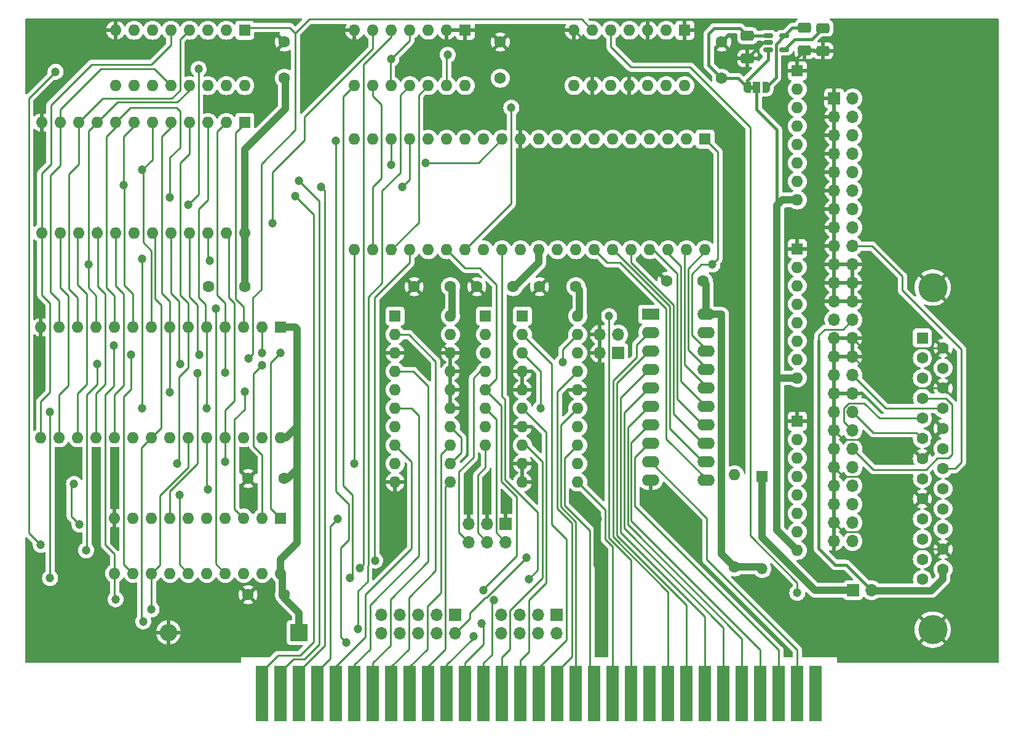
<source format=gbr>
%TF.GenerationSoftware,KiCad,Pcbnew,7.0.11-7.0.11~ubuntu20.04.1*%
%TF.CreationDate,2024-04-11T13:17:31+02:00*%
%TF.ProjectId,NCL501,4e434c35-3031-42e6-9b69-6361645f7063,rev?*%
%TF.SameCoordinates,Original*%
%TF.FileFunction,Copper,L1,Top*%
%TF.FilePolarity,Positive*%
%FSLAX46Y46*%
G04 Gerber Fmt 4.6, Leading zero omitted, Abs format (unit mm)*
G04 Created by KiCad (PCBNEW 7.0.11-7.0.11~ubuntu20.04.1) date 2024-04-11 13:17:31*
%MOMM*%
%LPD*%
G01*
G04 APERTURE LIST*
G04 Aperture macros list*
%AMRoundRect*
0 Rectangle with rounded corners*
0 $1 Rounding radius*
0 $2 $3 $4 $5 $6 $7 $8 $9 X,Y pos of 4 corners*
0 Add a 4 corners polygon primitive as box body*
4,1,4,$2,$3,$4,$5,$6,$7,$8,$9,$2,$3,0*
0 Add four circle primitives for the rounded corners*
1,1,$1+$1,$2,$3*
1,1,$1+$1,$4,$5*
1,1,$1+$1,$6,$7*
1,1,$1+$1,$8,$9*
0 Add four rect primitives between the rounded corners*
20,1,$1+$1,$2,$3,$4,$5,0*
20,1,$1+$1,$4,$5,$6,$7,0*
20,1,$1+$1,$6,$7,$8,$9,0*
20,1,$1+$1,$8,$9,$2,$3,0*%
%AMFreePoly0*
4,1,19,0.550000,-0.750000,0.000000,-0.750000,0.000000,-0.744911,-0.071157,-0.744911,-0.207708,-0.704816,-0.327430,-0.627875,-0.420627,-0.520320,-0.479746,-0.390866,-0.500000,-0.250000,-0.500000,0.250000,-0.479746,0.390866,-0.420627,0.520320,-0.327430,0.627875,-0.207708,0.704816,-0.071157,0.744911,0.000000,0.744911,0.000000,0.750000,0.550000,0.750000,0.550000,-0.750000,0.550000,-0.750000,
$1*%
%AMFreePoly1*
4,1,19,0.000000,0.744911,0.071157,0.744911,0.207708,0.704816,0.327430,0.627875,0.420627,0.520320,0.479746,0.390866,0.500000,0.250000,0.500000,-0.250000,0.479746,-0.390866,0.420627,-0.520320,0.327430,-0.627875,0.207708,-0.704816,0.071157,-0.744911,0.000000,-0.744911,0.000000,-0.750000,-0.550000,-0.750000,-0.550000,0.750000,0.000000,0.750000,0.000000,0.744911,0.000000,0.744911,
$1*%
G04 Aperture macros list end*
%TA.AperFunction,ComponentPad*%
%ADD10C,1.600000*%
%TD*%
%TA.AperFunction,ConnectorPad*%
%ADD11R,1.780000X7.620000*%
%TD*%
%TA.AperFunction,ComponentPad*%
%ADD12R,1.600000X1.600000*%
%TD*%
%TA.AperFunction,ComponentPad*%
%ADD13O,1.600000X1.600000*%
%TD*%
%TA.AperFunction,ComponentPad*%
%ADD14R,1.700000X1.700000*%
%TD*%
%TA.AperFunction,ComponentPad*%
%ADD15O,1.700000X1.700000*%
%TD*%
%TA.AperFunction,SMDPad,CuDef*%
%ADD16RoundRect,0.150000X-0.512500X-0.150000X0.512500X-0.150000X0.512500X0.150000X-0.512500X0.150000X0*%
%TD*%
%TA.AperFunction,ComponentPad*%
%ADD17R,1.500000X1.500000*%
%TD*%
%TA.AperFunction,ComponentPad*%
%ADD18O,1.500000X1.500000*%
%TD*%
%TA.AperFunction,SMDPad,CuDef*%
%ADD19RoundRect,0.250000X-0.650000X0.412500X-0.650000X-0.412500X0.650000X-0.412500X0.650000X0.412500X0*%
%TD*%
%TA.AperFunction,ComponentPad*%
%ADD20R,2.400000X2.400000*%
%TD*%
%TA.AperFunction,ComponentPad*%
%ADD21O,2.400000X2.400000*%
%TD*%
%TA.AperFunction,ComponentPad*%
%ADD22C,4.000000*%
%TD*%
%TA.AperFunction,SMDPad,CuDef*%
%ADD23FreePoly0,0.000000*%
%TD*%
%TA.AperFunction,SMDPad,CuDef*%
%ADD24R,1.000000X1.500000*%
%TD*%
%TA.AperFunction,SMDPad,CuDef*%
%ADD25FreePoly1,0.000000*%
%TD*%
%TA.AperFunction,ComponentPad*%
%ADD26R,2.400000X1.600000*%
%TD*%
%TA.AperFunction,ComponentPad*%
%ADD27O,2.400000X1.600000*%
%TD*%
%TA.AperFunction,ViaPad*%
%ADD28C,1.200000*%
%TD*%
%TA.AperFunction,Conductor*%
%ADD29C,1.000000*%
%TD*%
%TA.AperFunction,Conductor*%
%ADD30C,0.400000*%
%TD*%
%TA.AperFunction,Conductor*%
%ADD31C,0.250000*%
%TD*%
%TA.AperFunction,Conductor*%
%ADD32C,0.200000*%
%TD*%
G04 APERTURE END LIST*
%TA.AperFunction,EtchedComponent*%
%TO.C,JP4*%
G36*
X218040000Y-63800000D02*
G01*
X217540000Y-63800000D01*
X217540000Y-63200000D01*
X218040000Y-63200000D01*
X218040000Y-63800000D01*
G37*
%TD.AperFunction*%
%TD*%
D10*
%TO.P,C7,1*%
%TO.N,+5V*%
X193548000Y-90932000D03*
%TO.P,C7,2*%
%TO.N,GND*%
X188548000Y-90932000D03*
%TD*%
D11*
%TO.P,J2,32,IO*%
%TO.N,/~{IOCHCK}*%
X226568000Y-147000000D03*
%TO.P,J2,33,DB7*%
%TO.N,/PD7*%
X224028000Y-147000000D03*
%TO.P,J2,34,DB6*%
%TO.N,/PD6*%
X221488000Y-147000000D03*
%TO.P,J2,35,DB5*%
%TO.N,/PD5*%
X218948000Y-147000000D03*
%TO.P,J2,36,DB4*%
%TO.N,/PD4*%
X216408000Y-147000000D03*
%TO.P,J2,37,DB3*%
%TO.N,/PD3*%
X213868000Y-147000000D03*
%TO.P,J2,38,DB2*%
%TO.N,/PD2*%
X211328000Y-147000000D03*
%TO.P,J2,39,DB1*%
%TO.N,/PD1*%
X208788000Y-147000000D03*
%TO.P,J2,40,DB0*%
%TO.N,/PD0*%
X206248000Y-147000000D03*
%TO.P,J2,41,IO_READY*%
%TO.N,/IOCHRDY*%
X203708000Y-147000000D03*
%TO.P,J2,42,AEN*%
%TO.N,/PAEN*%
X201168000Y-147000000D03*
%TO.P,J2,43,BA19*%
%TO.N,/PA19*%
X198628000Y-147000000D03*
%TO.P,J2,44,BA18*%
%TO.N,/PA18*%
X196088000Y-147000000D03*
%TO.P,J2,45,BA17*%
%TO.N,/PA17*%
X193548000Y-147000000D03*
%TO.P,J2,46,BA16*%
%TO.N,/PA16*%
X191008000Y-147000000D03*
%TO.P,J2,47,BA15*%
%TO.N,/PA15*%
X188468000Y-147000000D03*
%TO.P,J2,48,BA14*%
%TO.N,/PA14*%
X185928000Y-147000000D03*
%TO.P,J2,49,BA13*%
%TO.N,/PA13*%
X183388000Y-147000000D03*
%TO.P,J2,50,BA12*%
%TO.N,/PA12*%
X180848000Y-147000000D03*
%TO.P,J2,51,BA11*%
%TO.N,/PA11*%
X178308000Y-147000000D03*
%TO.P,J2,52,BA10*%
%TO.N,/PA10*%
X175768000Y-147000000D03*
%TO.P,J2,53,BA09*%
%TO.N,/PA9*%
X173228000Y-147000000D03*
%TO.P,J2,54,BA08*%
%TO.N,/PA8*%
X170688000Y-147000000D03*
%TO.P,J2,55,BA07*%
%TO.N,/PA7*%
X168148000Y-147000000D03*
%TO.P,J2,56,BA06*%
%TO.N,/PA6*%
X165608000Y-147000000D03*
%TO.P,J2,57,BA05*%
%TO.N,/PA5*%
X163068000Y-147000000D03*
%TO.P,J2,58,BA04*%
%TO.N,/PA4*%
X160528000Y-147000000D03*
%TO.P,J2,59,BA03*%
%TO.N,/PA3*%
X157988000Y-147000000D03*
%TO.P,J2,60,BA02*%
%TO.N,/PA2*%
X155448000Y-147000000D03*
%TO.P,J2,61,BA01*%
%TO.N,/PA1*%
X152908000Y-147000000D03*
%TO.P,J2,62,BA00*%
%TO.N,/PA0*%
X150368000Y-147000000D03*
%TD*%
D12*
%TO.P,U6,1,VPP*%
%TO.N,+5V*%
X152908000Y-96520000D03*
D13*
%TO.P,U6,2,A12*%
%TO.N,/PA12*%
X150368000Y-96520000D03*
%TO.P,U6,3,A7*%
%TO.N,/PA7*%
X147828000Y-96520000D03*
%TO.P,U6,4,A6*%
%TO.N,/PA6*%
X145288000Y-96520000D03*
%TO.P,U6,5,A5*%
%TO.N,/PA5*%
X142748000Y-96520000D03*
%TO.P,U6,6,A4*%
%TO.N,/PA4*%
X140208000Y-96520000D03*
%TO.P,U6,7,A3*%
%TO.N,/PA3*%
X137668000Y-96520000D03*
%TO.P,U6,8,A2*%
%TO.N,/PA2*%
X135128000Y-96520000D03*
%TO.P,U6,9,A1*%
%TO.N,/PA1*%
X132588000Y-96520000D03*
%TO.P,U6,10,A0*%
%TO.N,/PA0*%
X130048000Y-96520000D03*
%TO.P,U6,11,D0*%
%TO.N,/D0*%
X127508000Y-96520000D03*
%TO.P,U6,12,D1*%
%TO.N,/D1*%
X124968000Y-96520000D03*
%TO.P,U6,13,D2*%
%TO.N,/D2*%
X122428000Y-96520000D03*
%TO.P,U6,14,GND*%
%TO.N,GND*%
X119888000Y-96520000D03*
%TO.P,U6,15,D3*%
%TO.N,/D3*%
X119888000Y-111760000D03*
%TO.P,U6,16,D4*%
%TO.N,/D4*%
X122428000Y-111760000D03*
%TO.P,U6,17,D5*%
%TO.N,/D5*%
X124968000Y-111760000D03*
%TO.P,U6,18,D6*%
%TO.N,/D6*%
X127508000Y-111760000D03*
%TO.P,U6,19,D7*%
%TO.N,/D7*%
X130048000Y-111760000D03*
%TO.P,U6,20,~{CE}*%
%TO.N,/~{ROMCE}*%
X132588000Y-111760000D03*
%TO.P,U6,21,A10*%
%TO.N,/PA10*%
X135128000Y-111760000D03*
%TO.P,U6,22,~{OE}*%
%TO.N,/~{ROMCE}*%
X137668000Y-111760000D03*
%TO.P,U6,23,A11*%
%TO.N,/PA11*%
X140208000Y-111760000D03*
%TO.P,U6,24,A9*%
%TO.N,/PA9*%
X142748000Y-111760000D03*
%TO.P,U6,25,A8*%
%TO.N,/PA8*%
X145288000Y-111760000D03*
%TO.P,U6,26,A13*%
%TO.N,/PA13*%
X147828000Y-111760000D03*
%TO.P,U6,27,~{PGM}*%
%TO.N,+5V*%
X150368000Y-111760000D03*
%TO.P,U6,28,VCC*%
X152908000Y-111760000D03*
%TD*%
D14*
%TO.P,CN1,1,Pin_1*%
%TO.N,GND*%
X229108000Y-65024000D03*
D15*
%TO.P,CN1,2,Pin_2*%
%TO.N,/SD0*%
X231648000Y-65024000D03*
%TO.P,CN1,3,Pin_3*%
%TO.N,GND*%
X229108000Y-67564000D03*
%TO.P,CN1,4,Pin_4*%
%TO.N,/SD1*%
X231648000Y-67564000D03*
%TO.P,CN1,5,Pin_5*%
%TO.N,GND*%
X229108000Y-70104000D03*
%TO.P,CN1,6,Pin_6*%
%TO.N,/SD2*%
X231648000Y-70104000D03*
%TO.P,CN1,7,Pin_7*%
%TO.N,GND*%
X229108000Y-72644000D03*
%TO.P,CN1,8,Pin_8*%
%TO.N,/SD3*%
X231648000Y-72644000D03*
%TO.P,CN1,9,Pin_9*%
%TO.N,GND*%
X229108000Y-75184000D03*
%TO.P,CN1,10,Pin_10*%
%TO.N,/SD4*%
X231648000Y-75184000D03*
%TO.P,CN1,11,Pin_11*%
%TO.N,GND*%
X229108000Y-77724000D03*
%TO.P,CN1,12,Pin_12*%
%TO.N,/SD5*%
X231648000Y-77724000D03*
%TO.P,CN1,13,Pin_13*%
%TO.N,GND*%
X229108000Y-80264000D03*
%TO.P,CN1,14,Pin_14*%
%TO.N,/SD6*%
X231648000Y-80264000D03*
%TO.P,CN1,15,Pin_15*%
%TO.N,GND*%
X229108000Y-82804000D03*
%TO.P,CN1,16,Pin_16*%
%TO.N,/SD7*%
X231648000Y-82804000D03*
%TO.P,CN1,17,Pin_17*%
%TO.N,GND*%
X229108000Y-85344000D03*
%TO.P,CN1,18,Pin_18*%
%TO.N,/SDP*%
X231648000Y-85344000D03*
%TO.P,CN1,19,Pin_19*%
%TO.N,GND*%
X229108000Y-87884000D03*
%TO.P,CN1,20,Pin_20*%
X231648000Y-87884000D03*
%TO.P,CN1,21,Pin_21*%
X229108000Y-90424000D03*
%TO.P,CN1,22,Pin_22*%
X231648000Y-90424000D03*
%TO.P,CN1,23,Pin_23*%
X229108000Y-92964000D03*
%TO.P,CN1,24,Pin_24*%
X231648000Y-92964000D03*
%TO.P,CN1,25,Pin_25*%
%TO.N,unconnected-(CN1-Pin_25-Pad25)*%
X229108000Y-95504000D03*
%TO.P,CN1,26,Pin_26*%
%TO.N,Net-(CN1-Pin_26)*%
X231648000Y-95504000D03*
%TO.P,CN1,27,Pin_27*%
%TO.N,GND*%
X229108000Y-98044000D03*
%TO.P,CN1,28,Pin_28*%
X231648000Y-98044000D03*
%TO.P,CN1,29,Pin_29*%
X229108000Y-100584000D03*
%TO.P,CN1,30,Pin_30*%
X231648000Y-100584000D03*
%TO.P,CN1,31,Pin_31*%
X229108000Y-103124000D03*
%TO.P,CN1,32,Pin_32*%
%TO.N,/~{SATN}*%
X231648000Y-103124000D03*
%TO.P,CN1,33,Pin_33*%
%TO.N,GND*%
X229108000Y-105664000D03*
%TO.P,CN1,34,Pin_34*%
X231648000Y-105664000D03*
%TO.P,CN1,35,Pin_35*%
X229108000Y-108204000D03*
%TO.P,CN1,36,Pin_36*%
%TO.N,/~{SBSY}*%
X231648000Y-108204000D03*
%TO.P,CN1,37,Pin_37*%
%TO.N,GND*%
X229108000Y-110744000D03*
%TO.P,CN1,38,Pin_38*%
%TO.N,/~{SACK}*%
X231648000Y-110744000D03*
%TO.P,CN1,39,Pin_39*%
%TO.N,GND*%
X229108000Y-113284000D03*
%TO.P,CN1,40,Pin_40*%
%TO.N,/~{SRST}*%
X231648000Y-113284000D03*
%TO.P,CN1,41,Pin_41*%
%TO.N,GND*%
X229108000Y-115824000D03*
%TO.P,CN1,42,Pin_42*%
%TO.N,/~{SMSG}*%
X231648000Y-115824000D03*
%TO.P,CN1,43,Pin_43*%
%TO.N,GND*%
X229108000Y-118364000D03*
%TO.P,CN1,44,Pin_44*%
%TO.N,/~{SSEL}*%
X231648000Y-118364000D03*
%TO.P,CN1,45,Pin_45*%
%TO.N,GND*%
X229108000Y-120904000D03*
%TO.P,CN1,46,Pin_46*%
%TO.N,/~{SCD}*%
X231648000Y-120904000D03*
%TO.P,CN1,47,Pin_47*%
%TO.N,GND*%
X229108000Y-123444000D03*
%TO.P,CN1,48,Pin_48*%
%TO.N,/~{SREQ}*%
X231648000Y-123444000D03*
%TO.P,CN1,49,Pin_49*%
%TO.N,GND*%
X229108000Y-125984000D03*
%TO.P,CN1,50,Pin_50*%
%TO.N,/~{SIO}*%
X231648000Y-125984000D03*
%TD*%
D12*
%TO.P,RP1,1,common*%
%TO.N,+5V*%
X181102000Y-94996000D03*
D13*
%TO.P,RP1,2,R1*%
%TO.N,/~{BIOSEN}*%
X181102000Y-97536000D03*
%TO.P,RP1,3,R2*%
%TO.N,/U8_18*%
X181102000Y-100076000D03*
%TO.P,RP1,4,R3*%
%TO.N,/U7_5*%
X181102000Y-102616000D03*
%TO.P,RP1,5,R4*%
%TO.N,/~{SDACK}*%
X181102000Y-105156000D03*
%TO.P,RP1,6,R5*%
%TO.N,/U7_7*%
X181102000Y-107696000D03*
%TO.P,RP1,7,R6*%
%TO.N,/U7_14*%
X181102000Y-110236000D03*
%TO.P,RP1,8,R7*%
%TO.N,/U7_9*%
X181102000Y-112776000D03*
%TD*%
D10*
%TO.P,C8,1*%
%TO.N,+5V*%
X211074000Y-90170000D03*
%TO.P,C8,2*%
%TO.N,GND*%
X206074000Y-90170000D03*
%TD*%
%TO.P,C4,1*%
%TO.N,+5V*%
X147955000Y-90932000D03*
%TO.P,C4,2*%
%TO.N,GND*%
X142955000Y-90932000D03*
%TD*%
D12*
%TO.P,U10,1,I1*%
%TO.N,/~{IOSEL}*%
X152908000Y-122809000D03*
D13*
%TO.P,U10,2,I2*%
%TO.N,/~{BIOSSEL}*%
X150368000Y-122809000D03*
%TO.P,U10,3,I3*%
%TO.N,/PA3*%
X147828000Y-122809000D03*
%TO.P,U10,4,I4*%
%TO.N,/~{PIOW}*%
X145288000Y-122809000D03*
%TO.P,U10,5,I5*%
%TO.N,/~{PIOR}*%
X142748000Y-122809000D03*
%TO.P,U10,6,I6*%
%TO.N,/~{SDACK}*%
X140208000Y-122809000D03*
%TO.P,U10,7,I7*%
%TO.N,/~{PRESET}*%
X137668000Y-122809000D03*
%TO.P,U10,8,I8*%
%TO.N,/~{PMEMR}*%
X135128000Y-122809000D03*
%TO.P,U10,9,I9*%
%TO.N,/~{PMEMW}*%
X132588000Y-122809000D03*
%TO.P,U10,10,GND*%
%TO.N,GND*%
X130048000Y-122809000D03*
%TO.P,U10,11,I10*%
%TO.N,/PA12*%
X130048000Y-130429000D03*
%TO.P,U10,12,IO8*%
%TO.N,/~{RAMWR}*%
X132588000Y-130429000D03*
%TO.P,U10,13,IO7*%
%TO.N,/PA11*%
X135128000Y-130429000D03*
%TO.P,U10,14,IO6*%
%TO.N,/U1_CP*%
X137668000Y-130429000D03*
%TO.P,U10,15,IO5*%
%TO.N,/~{SCSICS}*%
X140208000Y-130429000D03*
%TO.P,U10,16,IO4*%
%TO.N,/~{DATEN}*%
X142748000Y-130429000D03*
%TO.P,U10,17,I03*%
%TO.N,/DIR*%
X145288000Y-130429000D03*
%TO.P,U10,18,IO2*%
%TO.N,/~{RAMCE}*%
X147828000Y-130429000D03*
%TO.P,U10,19,IO1*%
%TO.N,/~{ROMCE}*%
X150368000Y-130429000D03*
%TO.P,U10,20,VCC*%
%TO.N,+5V*%
X152908000Y-130429000D03*
%TD*%
D10*
%TO.P,C2,1*%
%TO.N,+5V*%
X183134000Y-62230000D03*
%TO.P,C2,2*%
%TO.N,GND*%
X183134000Y-57230000D03*
%TD*%
D12*
%TO.P,RP2,1,common*%
%TO.N,GND*%
X224028000Y-61214000D03*
D13*
%TO.P,RP2,2,R1*%
%TO.N,/SD0*%
X224028000Y-63754000D03*
%TO.P,RP2,3,R2*%
%TO.N,/SD1*%
X224028000Y-66294000D03*
%TO.P,RP2,4,R3*%
%TO.N,/SD2*%
X224028000Y-68834000D03*
%TO.P,RP2,5,R4*%
%TO.N,/SD3*%
X224028000Y-71374000D03*
%TO.P,RP2,6,R5*%
%TO.N,/SD4*%
X224028000Y-73914000D03*
%TO.P,RP2,7,R6*%
%TO.N,/SD5*%
X224028000Y-76454000D03*
%TO.P,RP2,8,R7*%
%TO.N,+5P*%
X224028000Y-78994000D03*
%TD*%
D16*
%TO.P,U11,1,IN*%
%TO.N,+5V*%
X219975000Y-56388000D03*
%TO.P,U11,2,GND*%
%TO.N,GND*%
X219975000Y-57338000D03*
%TO.P,U11,3,EN*%
%TO.N,+5V*%
X219975000Y-58288000D03*
%TO.P,U11,4,BP*%
%TO.N,Net-(U11-BP)*%
X222250000Y-58288000D03*
%TO.P,U11,5,OUT*%
%TO.N,Net-(JP4-B)*%
X222250000Y-56388000D03*
%TD*%
D12*
%TO.P,U8,1,G*%
%TO.N,/~{BIOSEN}*%
X186182000Y-94996000D03*
D13*
%TO.P,U8,2,P0*%
%TO.N,/PA15*%
X186182000Y-97536000D03*
%TO.P,U8,3,R0*%
%TO.N,Net-(U8-R0)*%
X186182000Y-100076000D03*
%TO.P,U8,4,P1*%
%TO.N,GND*%
X186182000Y-102616000D03*
%TO.P,U8,5,R1*%
X186182000Y-105156000D03*
%TO.P,U8,6,P2*%
%TO.N,/PA14*%
X186182000Y-107696000D03*
%TO.P,U8,7,R2*%
%TO.N,GND*%
X186182000Y-110236000D03*
%TO.P,U8,8,P3*%
%TO.N,/PA13*%
X186182000Y-112776000D03*
%TO.P,U8,9,R3*%
%TO.N,GND*%
X186182000Y-115316000D03*
%TO.P,U8,10,GND*%
X186182000Y-117856000D03*
%TO.P,U8,11,P4*%
%TO.N,/PA19*%
X193802000Y-117856000D03*
%TO.P,U8,12,R4*%
%TO.N,Net-(U8-R0)*%
X193802000Y-115316000D03*
%TO.P,U8,13,P5*%
%TO.N,/PA18*%
X193802000Y-112776000D03*
%TO.P,U8,14,R5*%
%TO.N,Net-(U8-R0)*%
X193802000Y-110236000D03*
%TO.P,U8,15,P6*%
%TO.N,/PA17*%
X193802000Y-107696000D03*
%TO.P,U8,16,R6*%
%TO.N,GND*%
X193802000Y-105156000D03*
%TO.P,U8,17,P7*%
%TO.N,/PA16*%
X193802000Y-102616000D03*
%TO.P,U8,18,R7*%
%TO.N,/U8_18*%
X193802000Y-100076000D03*
%TO.P,U8,19,P=R*%
%TO.N,/~{BIOSSEL}*%
X193802000Y-97536000D03*
%TO.P,U8,20,VCC*%
%TO.N,+5V*%
X193802000Y-94996000D03*
%TD*%
D12*
%TO.P,U3,1*%
%TO.N,GND*%
X208534000Y-55626000D03*
D13*
%TO.P,U3,2*%
%TO.N,unconnected-(U3-Pad2)*%
X205994000Y-55626000D03*
%TO.P,U3,3*%
%TO.N,GND*%
X203454000Y-55626000D03*
%TO.P,U3,4*%
%TO.N,unconnected-(U3-Pad4)*%
X200914000Y-55626000D03*
%TO.P,U3,5*%
%TO.N,/PRESET*%
X198374000Y-55626000D03*
%TO.P,U3,6*%
%TO.N,/~{PRESET}*%
X195834000Y-55626000D03*
%TO.P,U3,7,GND*%
%TO.N,GND*%
X193294000Y-55626000D03*
%TO.P,U3,8*%
%TO.N,unconnected-(U3-Pad8)*%
X193294000Y-63246000D03*
%TO.P,U3,9*%
%TO.N,GND*%
X195834000Y-63246000D03*
%TO.P,U3,10*%
%TO.N,unconnected-(U3-Pad10)*%
X198374000Y-63246000D03*
%TO.P,U3,11*%
%TO.N,GND*%
X200914000Y-63246000D03*
%TO.P,U3,12*%
%TO.N,/~{TC}*%
X203454000Y-63246000D03*
%TO.P,U3,13*%
%TO.N,/TC*%
X205994000Y-63246000D03*
%TO.P,U3,14,VCC*%
%TO.N,+5V*%
X208534000Y-63246000D03*
%TD*%
D17*
%TO.P,CR1,1,K*%
%TO.N,Net-(CR1-K)*%
X219202000Y-117094000D03*
D18*
%TO.P,CR1,2,A*%
%TO.N,+5V*%
X219202000Y-129794000D03*
%TD*%
D12*
%TO.P,RP3,1,common*%
%TO.N,GND*%
X224028000Y-85725000D03*
D13*
%TO.P,RP3,2,R1*%
%TO.N,/SD6*%
X224028000Y-88265000D03*
%TO.P,RP3,3,R2*%
%TO.N,/SD7*%
X224028000Y-90805000D03*
%TO.P,RP3,4,R3*%
%TO.N,/SDP*%
X224028000Y-93345000D03*
%TO.P,RP3,5,R4*%
%TO.N,/~{SATN}*%
X224028000Y-95885000D03*
%TO.P,RP3,6,R5*%
%TO.N,/~{SBSY}*%
X224028000Y-98425000D03*
%TO.P,RP3,7,R6*%
%TO.N,/~{SACK}*%
X224028000Y-100965000D03*
%TO.P,RP3,8,R7*%
%TO.N,+5P*%
X224028000Y-103505000D03*
%TD*%
D14*
%TO.P,JP2,1,Pin_1*%
%TO.N,GND*%
X183896000Y-123571000D03*
D15*
%TO.P,JP2,2,Pin_2*%
%TO.N,/U7_7*%
X183896000Y-126111000D03*
%TO.P,JP2,3,Pin_3*%
%TO.N,GND*%
X181356000Y-123571000D03*
%TO.P,JP2,4,Pin_4*%
%TO.N,/U7_9*%
X181356000Y-126111000D03*
%TO.P,JP2,5,Pin_5*%
%TO.N,GND*%
X178816000Y-123571000D03*
%TO.P,JP2,6,Pin_6*%
%TO.N,/U7_5*%
X178816000Y-126111000D03*
%TD*%
D19*
%TO.P,C12,1*%
%TO.N,Net-(U11-BP)*%
X227584000Y-55333500D03*
%TO.P,C12,2*%
%TO.N,GND*%
X227584000Y-58458500D03*
%TD*%
D14*
%TO.P,J4,1,Pin_1*%
%TO.N,Net-(J4-Pin_1)*%
X190881000Y-136144000D03*
D15*
%TO.P,J4,2,Pin_2*%
%TO.N,/~{PDACK3}*%
X190881000Y-138684000D03*
%TO.P,J4,3,Pin_3*%
%TO.N,Net-(J4-Pin_1)*%
X188341000Y-136144000D03*
%TO.P,J4,4,Pin_4*%
%TO.N,/~{PDACK1}*%
X188341000Y-138684000D03*
%TO.P,J4,5,Pin_5*%
%TO.N,Net-(J4-Pin_5)*%
X185801000Y-136144000D03*
%TO.P,J4,6,Pin_6*%
%TO.N,/PDRQ3*%
X185801000Y-138684000D03*
%TO.P,J4,7,Pin_7*%
%TO.N,Net-(J4-Pin_5)*%
X183261000Y-136144000D03*
%TO.P,J4,8,Pin_8*%
%TO.N,/PDRQ1*%
X183261000Y-138684000D03*
%TD*%
D12*
%TO.P,U1,1,~{Mr}*%
%TO.N,/~{PRESET}*%
X147955000Y-55626000D03*
D13*
%TO.P,U1,2,Q0*%
%TO.N,unconnected-(U1-Q0-Pad2)*%
X145415000Y-55626000D03*
%TO.P,U1,3,~{Q0}*%
%TO.N,/~{IRQEN}*%
X142875000Y-55626000D03*
%TO.P,U1,4,D0*%
%TO.N,/D1*%
X140335000Y-55626000D03*
%TO.P,U1,5,D1*%
%TO.N,/D3*%
X137795000Y-55626000D03*
%TO.P,U1,6,~{Q1}*%
%TO.N,unconnected-(U1-~{Q1}-Pad6)*%
X135255000Y-55626000D03*
%TO.P,U1,7,Q1*%
%TO.N,unconnected-(U1-Q1-Pad7)*%
X132715000Y-55626000D03*
%TO.P,U1,8,GND*%
%TO.N,GND*%
X130175000Y-55626000D03*
%TO.P,U1,9,Cp*%
%TO.N,/U1_CP*%
X130175000Y-63246000D03*
%TO.P,U1,10,Q2*%
%TO.N,/~{SRESET}*%
X132715000Y-63246000D03*
%TO.P,U1,11,~{Q2}*%
%TO.N,unconnected-(U1-~{Q2}-Pad11)*%
X135255000Y-63246000D03*
%TO.P,U1,12,D2*%
%TO.N,/D2*%
X137795000Y-63246000D03*
%TO.P,U1,13,D3*%
%TO.N,/D0*%
X140335000Y-63246000D03*
%TO.P,U1,14,~{Q3}*%
%TO.N,/~{DRQEN}*%
X142875000Y-63246000D03*
%TO.P,U1,15,Q3*%
%TO.N,unconnected-(U1-Q3-Pad15)*%
X145415000Y-63246000D03*
%TO.P,U1,16,VCC*%
%TO.N,+5V*%
X147955000Y-63246000D03*
%TD*%
D10*
%TO.P,C1,1*%
%TO.N,+5V*%
X153416000Y-62230000D03*
%TO.P,C1,2*%
%TO.N,GND*%
X153416000Y-57230000D03*
%TD*%
%TO.P,C9,1*%
%TO.N,+5V*%
X153416000Y-117348000D03*
%TO.P,C9,2*%
%TO.N,GND*%
X148416000Y-117348000D03*
%TD*%
%TO.P,C10,1*%
%TO.N,+5V*%
X153416000Y-133350000D03*
%TO.P,C10,2*%
%TO.N,GND*%
X148416000Y-133350000D03*
%TD*%
D12*
%TO.P,U5,1,D0*%
%TO.N,/D0*%
X211328000Y-70612000D03*
D13*
%TO.P,U5,2,~{SDB7}*%
%TO.N,/SD7*%
X208788000Y-70612000D03*
%TO.P,U5,3,~{SDB6}*%
%TO.N,/SD6*%
X206248000Y-70612000D03*
%TO.P,U5,4,~{SDB5}*%
%TO.N,/SD5*%
X203708000Y-70612000D03*
%TO.P,U5,5,~{SDB4}*%
%TO.N,/SD4*%
X201168000Y-70612000D03*
%TO.P,U5,6,~{SDB3}*%
%TO.N,/SD3*%
X198628000Y-70612000D03*
%TO.P,U5,7,~{SDB2}*%
%TO.N,/SD2*%
X196088000Y-70612000D03*
%TO.P,U5,8,~{SDB1}*%
%TO.N,/SD1*%
X193548000Y-70612000D03*
%TO.P,U5,9,~{SDB0}*%
%TO.N,/SD0*%
X191008000Y-70612000D03*
%TO.P,U5,10,~{SDP}*%
%TO.N,/SDP*%
X188468000Y-70612000D03*
%TO.P,U5,11,GND*%
%TO.N,GND*%
X185928000Y-70612000D03*
%TO.P,U5,12,~{SSEL}*%
%TO.N,/~{SSEL}*%
X183388000Y-70612000D03*
%TO.P,U5,13,~{SBSY}*%
%TO.N,/~{SBSY}*%
X180848000Y-70612000D03*
%TO.P,U5,14,~{SACK}*%
%TO.N,/~{SACK}*%
X178308000Y-70612000D03*
%TO.P,U5,15,~{SATN}*%
%TO.N,/~{SATN}*%
X175768000Y-70612000D03*
%TO.P,U5,16,~{SRST}*%
%TO.N,/~{SRST}*%
X173228000Y-70612000D03*
%TO.P,U5,17,~{SI/O}*%
%TO.N,/~{SIO}*%
X170688000Y-70612000D03*
%TO.P,U5,18,~{SC/D}*%
%TO.N,/~{SCD}*%
X168148000Y-70612000D03*
%TO.P,U5,19,~{SMSG}*%
%TO.N,/~{SMSG}*%
X165608000Y-70612000D03*
%TO.P,U5,20,~{SREQ}*%
%TO.N,/~{SREQ}*%
X163068000Y-70612000D03*
%TO.P,U5,21,~{CS}*%
%TO.N,/~{SCSICS}*%
X163068000Y-85852000D03*
%TO.P,U5,22,DRQ*%
%TO.N,/DRQ*%
X165608000Y-85852000D03*
%TO.P,U5,23,IRQ*%
%TO.N,/IRQ*%
X168148000Y-85852000D03*
%TO.P,U5,24,~{IOR}*%
%TO.N,/~{PIOR}*%
X170688000Y-85852000D03*
%TO.P,U5,25,READY*%
%TO.N,unconnected-(U5-READY-Pad25)*%
X173228000Y-85852000D03*
%TO.P,U5,26,~{DACK}*%
%TO.N,/~{SDACK}*%
X175768000Y-85852000D03*
%TO.P,U5,27,~{EOP}*%
%TO.N,/~{TC}*%
X178308000Y-85852000D03*
%TO.P,U5,28,~{RST}*%
%TO.N,/~{SRESET}*%
X180848000Y-85852000D03*
%TO.P,U5,29,~{IOW}*%
%TO.N,/~{PIOW}*%
X183388000Y-85852000D03*
%TO.P,U5,30,A0*%
%TO.N,/PA0*%
X185928000Y-85852000D03*
%TO.P,U5,31,Vcc*%
%TO.N,+5V*%
X188468000Y-85852000D03*
%TO.P,U5,32,A1*%
%TO.N,/PA1*%
X191008000Y-85852000D03*
%TO.P,U5,33,A2*%
%TO.N,/PA2*%
X193548000Y-85852000D03*
%TO.P,U5,34,D7*%
%TO.N,/D7*%
X196088000Y-85852000D03*
%TO.P,U5,35,D6*%
%TO.N,/D6*%
X198628000Y-85852000D03*
%TO.P,U5,36,D5*%
%TO.N,/D5*%
X201168000Y-85852000D03*
%TO.P,U5,37,D4*%
%TO.N,/D4*%
X203708000Y-85852000D03*
%TO.P,U5,38,D3*%
%TO.N,/D3*%
X206248000Y-85852000D03*
%TO.P,U5,39,D2*%
%TO.N,/D2*%
X208788000Y-85852000D03*
%TO.P,U5,40,D1*%
%TO.N,/D1*%
X211328000Y-85852000D03*
%TD*%
D12*
%TO.P,U2,1*%
%TO.N,GND*%
X178308000Y-55626000D03*
D13*
%TO.P,U2,2*%
X175768000Y-55626000D03*
%TO.P,U2,3*%
%TO.N,unconnected-(U2-Pad3)*%
X173228000Y-55626000D03*
%TO.P,U2,4*%
%TO.N,/~{DRQEN}*%
X170688000Y-55626000D03*
%TO.P,U2,5*%
%TO.N,Net-(J4-Pin_1)*%
X168148000Y-55626000D03*
%TO.P,U2,6*%
%TO.N,/~{SDACK}*%
X165608000Y-55626000D03*
%TO.P,U2,7,GND*%
%TO.N,GND*%
X163068000Y-55626000D03*
%TO.P,U2,8*%
%TO.N,Net-(J4-Pin_5)*%
X163068000Y-63246000D03*
%TO.P,U2,9*%
%TO.N,/DRQ*%
X165608000Y-63246000D03*
%TO.P,U2,10*%
%TO.N,/~{DRQEN}*%
X168148000Y-63246000D03*
%TO.P,U2,11*%
%TO.N,Net-(JP3-Pin_1)*%
X170688000Y-63246000D03*
%TO.P,U2,12*%
%TO.N,/IRQ*%
X173228000Y-63246000D03*
%TO.P,U2,13*%
%TO.N,/~{IRQEN}*%
X175768000Y-63246000D03*
%TO.P,U2,14,VCC*%
%TO.N,+5V*%
X178308000Y-63246000D03*
%TD*%
D12*
%TO.P,U4,1,A7*%
%TO.N,/PA7*%
X147955000Y-68326000D03*
D13*
%TO.P,U4,2,A6*%
%TO.N,/PA6*%
X145415000Y-68326000D03*
%TO.P,U4,3,A5*%
%TO.N,/PA5*%
X142875000Y-68326000D03*
%TO.P,U4,4,A4*%
%TO.N,/PA4*%
X140335000Y-68326000D03*
%TO.P,U4,5,A3*%
%TO.N,/PA3*%
X137795000Y-68326000D03*
%TO.P,U4,6,A2*%
%TO.N,/PA2*%
X135255000Y-68326000D03*
%TO.P,U4,7,A1*%
%TO.N,/PA1*%
X132715000Y-68326000D03*
%TO.P,U4,8,A0*%
%TO.N,/PA0*%
X130175000Y-68326000D03*
%TO.P,U4,9,D0*%
%TO.N,/D0*%
X127635000Y-68326000D03*
%TO.P,U4,10,D1*%
%TO.N,/D1*%
X125095000Y-68326000D03*
%TO.P,U4,11,D2*%
%TO.N,/D2*%
X122555000Y-68326000D03*
%TO.P,U4,12,GND*%
%TO.N,GND*%
X120015000Y-68326000D03*
%TO.P,U4,13,D3*%
%TO.N,/D3*%
X120015000Y-83566000D03*
%TO.P,U4,14,D4*%
%TO.N,/D4*%
X122555000Y-83566000D03*
%TO.P,U4,15,D5*%
%TO.N,/D5*%
X125095000Y-83566000D03*
%TO.P,U4,16,D6*%
%TO.N,/D6*%
X127635000Y-83566000D03*
%TO.P,U4,17,D7*%
%TO.N,/D7*%
X130175000Y-83566000D03*
%TO.P,U4,18,~{CE}*%
%TO.N,/~{RAMCE}*%
X132715000Y-83566000D03*
%TO.P,U4,19,A10*%
%TO.N,/PA10*%
X135255000Y-83566000D03*
%TO.P,U4,20,~{OE}*%
%TO.N,/~{RAMCE}*%
X137795000Y-83566000D03*
%TO.P,U4,21,~{WE}*%
%TO.N,/~{RAMWR}*%
X140335000Y-83566000D03*
%TO.P,U4,22,A9*%
%TO.N,/PA9*%
X142875000Y-83566000D03*
%TO.P,U4,23,A8*%
%TO.N,/PA8*%
X145415000Y-83566000D03*
%TO.P,U4,24,VCC*%
%TO.N,+5V*%
X147955000Y-83566000D03*
%TD*%
D20*
%TO.P,C11,1*%
%TO.N,+5V*%
X155448000Y-138557000D03*
D21*
%TO.P,C11,2*%
%TO.N,GND*%
X137448000Y-138557000D03*
%TD*%
D12*
%TO.P,RP4,1,common*%
%TO.N,GND*%
X224028000Y-109474000D03*
D13*
%TO.P,RP4,2,R1*%
%TO.N,/~{SRST}*%
X224028000Y-112014000D03*
%TO.P,RP4,3,R2*%
%TO.N,/~{SMSG}*%
X224028000Y-114554000D03*
%TO.P,RP4,4,R3*%
%TO.N,/~{SSEL}*%
X224028000Y-117094000D03*
%TO.P,RP4,5,R4*%
%TO.N,/~{SCD}*%
X224028000Y-119634000D03*
%TO.P,RP4,6,R5*%
%TO.N,/~{SREQ}*%
X224028000Y-122174000D03*
%TO.P,RP4,7,R6*%
%TO.N,/~{SIO}*%
X224028000Y-124714000D03*
%TO.P,RP4,8,R7*%
%TO.N,+5P*%
X224028000Y-127254000D03*
%TD*%
D22*
%TO.P,J1,0,PAD*%
%TO.N,GND*%
X242670000Y-138170000D03*
X242670000Y-91070000D03*
D12*
%TO.P,J1,1,1*%
%TO.N,/~{SREQ}*%
X241250000Y-98000000D03*
D10*
%TO.P,J1,2,2*%
%TO.N,/~{SMSG}*%
X241250000Y-100770000D03*
%TO.P,J1,3,3*%
%TO.N,/~{SIO}*%
X241250000Y-103540000D03*
%TO.P,J1,4,4*%
%TO.N,/~{SRST}*%
X241250000Y-106310000D03*
%TO.P,J1,5,5*%
%TO.N,/~{SACK}*%
X241250000Y-109080000D03*
%TO.P,J1,6,6*%
%TO.N,/~{SBSY}*%
X241250000Y-111850000D03*
%TO.P,J1,7,7*%
%TO.N,GND*%
X241250000Y-114620000D03*
%TO.P,J1,8,8*%
%TO.N,/SD0*%
X241250000Y-117390000D03*
%TO.P,J1,9,9*%
%TO.N,GND*%
X241250000Y-120160000D03*
%TO.P,J1,10,10*%
%TO.N,/SD3*%
X241250000Y-122930000D03*
%TO.P,J1,11,11*%
%TO.N,/SD5*%
X241250000Y-125700000D03*
%TO.P,J1,12,12*%
%TO.N,/SD6*%
X241250000Y-128470000D03*
%TO.P,J1,13,13*%
%TO.N,/SD7*%
X241250000Y-131240000D03*
%TO.P,J1,14,P14*%
%TO.N,GND*%
X244090000Y-99385000D03*
%TO.P,J1,15,P15*%
%TO.N,/~{SCD}*%
X244090000Y-102155000D03*
%TO.P,J1,16,P16*%
%TO.N,GND*%
X244090000Y-104925000D03*
%TO.P,J1,17,P17*%
%TO.N,/~{SATN}*%
X244090000Y-107695000D03*
%TO.P,J1,18,P18*%
%TO.N,GND*%
X244090000Y-110465000D03*
%TO.P,J1,19,P19*%
%TO.N,/~{SSEL}*%
X244090000Y-113235000D03*
%TO.P,J1,20,P20*%
%TO.N,/SDP*%
X244090000Y-116005000D03*
%TO.P,J1,21,P21*%
%TO.N,/SD1*%
X244090000Y-118775000D03*
%TO.P,J1,22,P22*%
%TO.N,/SD2*%
X244090000Y-121545000D03*
%TO.P,J1,23,P23*%
%TO.N,/SD4*%
X244090000Y-124315000D03*
%TO.P,J1,24,P24*%
%TO.N,GND*%
X244090000Y-127085000D03*
%TO.P,J1,25,P25*%
%TO.N,Net-(CN1-Pin_26)*%
X244090000Y-129855000D03*
%TD*%
%TO.P,C5,1*%
%TO.N,+5V*%
X176276000Y-90932000D03*
%TO.P,C5,2*%
%TO.N,GND*%
X171276000Y-90932000D03*
%TD*%
D19*
%TO.P,C14,1*%
%TO.N,Net-(JP4-B)*%
X225044000Y-55295000D03*
%TO.P,C14,2*%
%TO.N,GND*%
X225044000Y-58420000D03*
%TD*%
D10*
%TO.P,R1,1*%
%TO.N,+5V*%
X215392000Y-129540000D03*
D13*
%TO.P,R1,2*%
%TO.N,Net-(U8-R0)*%
X215392000Y-116840000D03*
%TD*%
D10*
%TO.P,C3,1*%
%TO.N,+5V*%
X213614000Y-62230000D03*
%TO.P,C3,2*%
%TO.N,GND*%
X213614000Y-57230000D03*
%TD*%
%TO.P,C6,1*%
%TO.N,+5V*%
X184912000Y-90932000D03*
%TO.P,C6,2*%
%TO.N,GND*%
X179912000Y-90932000D03*
%TD*%
D14*
%TO.P,JP1,1,Pin_1*%
%TO.N,/~{BIOSEN}*%
X199390000Y-100076000D03*
D15*
%TO.P,JP1,2,Pin_2*%
%TO.N,GND*%
X196850000Y-100076000D03*
%TO.P,JP1,3,Pin_3*%
%TO.N,/U8_18*%
X199390000Y-97536000D03*
%TO.P,JP1,4,Pin_4*%
%TO.N,GND*%
X196850000Y-97536000D03*
%TD*%
D23*
%TO.P,JP4,1,A*%
%TO.N,+5V*%
X217140000Y-63500000D03*
D24*
%TO.P,JP4,2,C*%
%TO.N,+5P*%
X218440000Y-63500000D03*
D25*
%TO.P,JP4,3,B*%
%TO.N,Net-(JP4-B)*%
X219740000Y-63500000D03*
%TD*%
D14*
%TO.P,JP3,1,Pin_1*%
%TO.N,Net-(JP3-Pin_1)*%
X176906000Y-136139000D03*
D15*
%TO.P,JP3,2,Pin_2*%
%TO.N,/IRQ2*%
X176906000Y-138679000D03*
%TO.P,JP3,3,Pin_3*%
%TO.N,Net-(JP3-Pin_1)*%
X174366000Y-136139000D03*
%TO.P,JP3,4,Pin_4*%
%TO.N,/IRQ6*%
X174366000Y-138679000D03*
%TO.P,JP3,5,Pin_5*%
%TO.N,Net-(JP3-Pin_1)*%
X171826000Y-136139000D03*
%TO.P,JP3,6,Pin_6*%
%TO.N,/IRQ5*%
X171826000Y-138679000D03*
%TO.P,JP3,7,Pin_7*%
%TO.N,Net-(JP3-Pin_1)*%
X169286000Y-136139000D03*
%TO.P,JP3,8,Pin_8*%
%TO.N,/IRQ4*%
X169286000Y-138679000D03*
%TO.P,JP3,9,Pin_9*%
%TO.N,Net-(JP3-Pin_1)*%
X166746000Y-136139000D03*
%TO.P,JP3,10,Pin_10*%
%TO.N,/IRQ3*%
X166746000Y-138679000D03*
%TD*%
D12*
%TO.P,U7,1,G*%
%TO.N,/PAEN*%
X168656000Y-94996000D03*
D13*
%TO.P,U7,2,P0*%
%TO.N,/PA7*%
X168656000Y-97536000D03*
%TO.P,U7,3,R0*%
%TO.N,GND*%
X168656000Y-100076000D03*
%TO.P,U7,4,P1*%
%TO.N,/PA6*%
X168656000Y-102616000D03*
%TO.P,U7,5,R1*%
%TO.N,/U7_5*%
X168656000Y-105156000D03*
%TO.P,U7,6,P2*%
%TO.N,/PA5*%
X168656000Y-107696000D03*
%TO.P,U7,7,R2*%
%TO.N,/U7_7*%
X168656000Y-110236000D03*
%TO.P,U7,8,P3*%
%TO.N,/PA4*%
X168656000Y-112776000D03*
%TO.P,U7,9,R3*%
%TO.N,/U7_9*%
X168656000Y-115316000D03*
%TO.P,U7,10,GND*%
%TO.N,GND*%
X168656000Y-117856000D03*
%TO.P,U7,11,P4*%
%TO.N,/PA9*%
X176276000Y-117856000D03*
%TO.P,U7,12,R4*%
%TO.N,/U7_14*%
X176276000Y-115316000D03*
%TO.P,U7,13,P5*%
%TO.N,/PA8*%
X176276000Y-112776000D03*
%TO.P,U7,14,R5*%
%TO.N,/U7_14*%
X176276000Y-110236000D03*
%TO.P,U7,15,P6*%
%TO.N,GND*%
X176276000Y-107696000D03*
%TO.P,U7,16,R6*%
X176276000Y-105156000D03*
%TO.P,U7,17,P7*%
X176276000Y-102616000D03*
%TO.P,U7,18,R7*%
X176276000Y-100076000D03*
%TO.P,U7,19,P=R*%
%TO.N,/~{IOSEL}*%
X176276000Y-97536000D03*
%TO.P,U7,20,VCC*%
%TO.N,+5V*%
X176276000Y-94996000D03*
%TD*%
D19*
%TO.P,C13,1*%
%TO.N,+5V*%
X217170000Y-56388000D03*
%TO.P,C13,2*%
%TO.N,GND*%
X217170000Y-59513000D03*
%TD*%
D14*
%TO.P,JP6,1,A*%
%TO.N,Net-(CR1-K)*%
X231710000Y-132750000D03*
D15*
%TO.P,JP6,2,B*%
%TO.N,Net-(CN1-Pin_26)*%
X234250000Y-132750000D03*
%TD*%
D26*
%TO.P,U9,1,A->B*%
%TO.N,/DIR*%
X203835000Y-94742000D03*
D27*
%TO.P,U9,2,A0*%
%TO.N,/PD0*%
X203835000Y-97282000D03*
%TO.P,U9,3,A1*%
%TO.N,/PD1*%
X203835000Y-99822000D03*
%TO.P,U9,4,A2*%
%TO.N,/PD2*%
X203835000Y-102362000D03*
%TO.P,U9,5,A3*%
%TO.N,/PD3*%
X203835000Y-104902000D03*
%TO.P,U9,6,A4*%
%TO.N,/PD4*%
X203835000Y-107442000D03*
%TO.P,U9,7,A5*%
%TO.N,/PD5*%
X203835000Y-109982000D03*
%TO.P,U9,8,A6*%
%TO.N,/PD6*%
X203835000Y-112522000D03*
%TO.P,U9,9,A7*%
%TO.N,/PD7*%
X203835000Y-115062000D03*
%TO.P,U9,10,GND*%
%TO.N,GND*%
X203835000Y-117602000D03*
%TO.P,U9,11,B7*%
%TO.N,/D7*%
X211455000Y-117602000D03*
%TO.P,U9,12,B6*%
%TO.N,/D6*%
X211455000Y-115062000D03*
%TO.P,U9,13,B5*%
%TO.N,/D5*%
X211455000Y-112522000D03*
%TO.P,U9,14,B4*%
%TO.N,/D4*%
X211455000Y-109982000D03*
%TO.P,U9,15,B3*%
%TO.N,/D3*%
X211455000Y-107442000D03*
%TO.P,U9,16,B2*%
%TO.N,/D2*%
X211455000Y-104902000D03*
%TO.P,U9,17,B1*%
%TO.N,/D1*%
X211455000Y-102362000D03*
%TO.P,U9,18,B0*%
%TO.N,/D0*%
X211455000Y-99822000D03*
%TO.P,U9,19,CE*%
%TO.N,/~{DATEN}*%
X211455000Y-97282000D03*
%TO.P,U9,20,VCC*%
%TO.N,+5V*%
X211455000Y-94742000D03*
%TD*%
D28*
%TO.N,GND*%
X196977000Y-129794000D03*
X196596000Y-122936000D03*
X197358000Y-90170000D03*
%TO.N,/~{SSEL}*%
X172876745Y-73873000D03*
%TO.N,/~{SCD}*%
X168148000Y-74168000D03*
%TO.N,/~{SIO}*%
X169672000Y-77216000D03*
%TO.N,Net-(U8-R0)*%
X188722000Y-107696000D03*
%TO.N,/D0*%
X212344000Y-87884000D03*
X126492000Y-87884000D03*
%TO.N,Net-(J4-Pin_1)*%
X163830000Y-129667000D03*
%TO.N,Net-(J4-Pin_5)*%
X162433000Y-131064000D03*
%TO.N,/~{SCSICS}*%
X163068000Y-115316000D03*
X139000000Y-119634000D03*
%TO.N,/~{SDACK}*%
X180848000Y-132761000D03*
X151765000Y-82169000D03*
%TO.N,/PA0*%
X137668000Y-78613000D03*
X154940000Y-78486000D03*
%TO.N,/PA1*%
X155448000Y-76327000D03*
X131318000Y-76962000D03*
%TO.N,/PA2*%
X133858000Y-74841000D03*
X158496000Y-77216000D03*
%TO.N,/~{IOSEL}*%
X152908000Y-100076000D03*
%TO.N,/~{RAMWR}*%
X141732000Y-100330000D03*
X132334000Y-100330000D03*
%TO.N,/~{ROMCE}*%
X124460000Y-118110000D03*
X125222000Y-123698000D03*
%TO.N,/~{TC}*%
X184658008Y-66294000D03*
%TO.N,/~{PRESET}*%
X148463000Y-100838000D03*
X141478000Y-102870000D03*
%TO.N,/PA6*%
X145288000Y-102743000D03*
%TO.N,/PA5*%
X142748000Y-107696000D03*
%TO.N,/PA4*%
X138684000Y-115316000D03*
%TO.N,/PA3*%
X147955000Y-105410000D03*
X137668000Y-105451000D03*
X160782000Y-122936000D03*
%TO.N,/PA10*%
X133985000Y-137033000D03*
X179451000Y-139065000D03*
%TO.N,/PA9*%
X133858000Y-107696000D03*
X133858000Y-87122006D03*
X143129000Y-87375992D03*
X142875000Y-118872000D03*
%TO.N,/PA8*%
X145288000Y-115062000D03*
%TO.N,/PA12*%
X130175000Y-133985000D03*
X150368000Y-100076000D03*
X182245737Y-134120982D03*
X129921000Y-99060000D03*
%TO.N,/PA11*%
X135128000Y-135382000D03*
X180553000Y-137287000D03*
%TO.N,Net-(JP3-Pin_1)*%
X163576000Y-138049000D03*
%TO.N,/DIR*%
X143999996Y-93980000D03*
%TO.N,/~{BIOSSEL}*%
X191770000Y-101346000D03*
X150368000Y-101727000D03*
%TO.N,/U1_CP*%
X121920000Y-61341000D03*
X119888000Y-126492000D03*
%TO.N,/~{SRESET}*%
X141605002Y-60960000D03*
X140208000Y-79629000D03*
%TO.N,/PRESET*%
X224028000Y-133096000D03*
%TO.N,/IRQ2*%
X186703930Y-128283930D03*
%TO.N,/~{PIOW}*%
X187071000Y-131191000D03*
%TO.N,/~{PIOR}*%
X165940000Y-128650536D03*
%TO.N,/TC*%
X160528000Y-70866000D03*
X161925000Y-139954000D03*
%TO.N,/PAEN*%
X198120000Y-94996000D03*
%TO.N,/~{DATEN}*%
X121158000Y-108204002D03*
X121158000Y-131064000D03*
%TO.N,/~{DRQEN}*%
X168148000Y-59563000D03*
%TO.N,/~{IRQEN}*%
X175895000Y-59008000D03*
%TO.N,/~{RAMCE}*%
X127635000Y-101600000D03*
X126112028Y-127236887D03*
X139065000Y-101600000D03*
%TD*%
D29*
%TO.N,+5V*%
X153670000Y-111760000D02*
X155194000Y-110236000D01*
D30*
X213614000Y-62230000D02*
X211836000Y-60452000D01*
D29*
X155448000Y-138557000D02*
X155448000Y-135890000D01*
X218948000Y-129540000D02*
X219202000Y-129794000D01*
X211074000Y-90170000D02*
X211455000Y-90551000D01*
D30*
X211836000Y-56134000D02*
X212598000Y-55372000D01*
D29*
X154940000Y-96520000D02*
X152908000Y-96520000D01*
X153543000Y-66421000D02*
X153543000Y-62357000D01*
D30*
X211836000Y-60452000D02*
X211836000Y-56134000D01*
D29*
X176530000Y-94742000D02*
X176530000Y-91186000D01*
X215392000Y-129540000D02*
X218948000Y-129540000D01*
X155194000Y-126238000D02*
X155194000Y-114300000D01*
X185166000Y-90932000D02*
X188468000Y-87630000D01*
X213614000Y-127762000D02*
X213614000Y-94742000D01*
X153416000Y-133858000D02*
X153416000Y-133350000D01*
X153162000Y-130683000D02*
X152908000Y-130429000D01*
X194056000Y-94742000D02*
X194056000Y-91440000D01*
X155194000Y-110236000D02*
X155194000Y-108458000D01*
X215392000Y-129540000D02*
X213614000Y-127762000D01*
X155194000Y-116078000D02*
X155194000Y-114300000D01*
X152908000Y-130429000D02*
X152908000Y-128524000D01*
X147955000Y-83566000D02*
X147955000Y-72009000D01*
D30*
X216154000Y-55372000D02*
X217170000Y-56388000D01*
D29*
X152908000Y-128524000D02*
X155194000Y-126238000D01*
X194056000Y-91440000D02*
X193548000Y-90932000D01*
X213614000Y-94742000D02*
X211455000Y-94742000D01*
X153924000Y-117348000D02*
X155194000Y-116078000D01*
X188468000Y-87630000D02*
X188468000Y-85852000D01*
X153162000Y-133096000D02*
X153162000Y-130683000D01*
D30*
X217140000Y-62514000D02*
X219975000Y-59679000D01*
D29*
X155194000Y-108458000D02*
X155194000Y-96774000D01*
D30*
X212598000Y-55372000D02*
X216154000Y-55372000D01*
X217170000Y-56388000D02*
X219975000Y-56388000D01*
D29*
X147955000Y-72009000D02*
X153543000Y-66421000D01*
X211455000Y-90551000D02*
X211455000Y-94742000D01*
X155194000Y-96774000D02*
X154940000Y-96520000D01*
X153416000Y-133350000D02*
X153162000Y-133096000D01*
X176276000Y-94996000D02*
X176530000Y-94742000D01*
D30*
X217140000Y-63500000D02*
X217140000Y-62514000D01*
D29*
X193802000Y-94996000D02*
X194056000Y-94742000D01*
X155194000Y-114300000D02*
X155194000Y-108458000D01*
X147955000Y-83566000D02*
X147955000Y-90932000D01*
D30*
X219975000Y-59679000D02*
X219975000Y-58288000D01*
D29*
X176530000Y-91186000D02*
X176276000Y-90932000D01*
X152908000Y-111760000D02*
X153670000Y-111760000D01*
D30*
X215870000Y-62230000D02*
X213614000Y-62230000D01*
D29*
X155448000Y-135890000D02*
X153416000Y-133858000D01*
X153416000Y-117348000D02*
X153924000Y-117348000D01*
D30*
X217140000Y-63500000D02*
X215870000Y-62230000D01*
%TO.N,GND*%
X241250000Y-114620000D02*
X242500000Y-113370000D01*
X229108000Y-92964000D02*
X231648000Y-92964000D01*
D31*
X232989000Y-99385000D02*
X231648000Y-98044000D01*
D30*
X233807000Y-92964000D02*
X231648000Y-92964000D01*
D31*
X238599000Y-111969000D02*
X230333000Y-111969000D01*
X230333000Y-124669000D02*
X229108000Y-123444000D01*
D30*
X244090000Y-104925000D02*
X245618000Y-103397000D01*
D31*
X244090000Y-127085000D02*
X237021412Y-127085000D01*
X244090000Y-99385000D02*
X232989000Y-99385000D01*
X234605412Y-124669000D02*
X230333000Y-124669000D01*
X244090000Y-104925000D02*
X235989000Y-104925000D01*
D30*
X227711000Y-61214000D02*
X224028000Y-61214000D01*
X196850000Y-97536000D02*
X196850000Y-90678000D01*
X224028000Y-61214000D02*
X224028000Y-59436000D01*
X233807000Y-98044000D02*
X233807000Y-92964000D01*
X245618000Y-100913000D02*
X244090000Y-99385000D01*
X242500000Y-113370000D02*
X242500000Y-112055000D01*
D31*
X241250000Y-114620000D02*
X238599000Y-111969000D01*
X195008500Y-105156000D02*
X193802000Y-105156000D01*
X173355000Y-97155000D02*
X173355000Y-93011000D01*
D32*
X186182000Y-102616000D02*
X186182000Y-105156000D01*
D30*
X229108000Y-105664000D02*
X231648000Y-105664000D01*
X229108000Y-100584000D02*
X231648000Y-100584000D01*
D31*
X235989000Y-104925000D02*
X231648000Y-100584000D01*
X196850000Y-103314500D02*
X195008500Y-105156000D01*
X195834000Y-63246000D02*
X195834000Y-58166000D01*
X195834000Y-58166000D02*
X193294000Y-55626000D01*
X230333000Y-117049000D02*
X229108000Y-115824000D01*
X173355000Y-93011000D02*
X171276000Y-90932000D01*
D30*
X225044000Y-58420000D02*
X227545500Y-58420000D01*
X196850000Y-90678000D02*
X197358000Y-90170000D01*
D29*
X196469000Y-123063000D02*
X196596000Y-122936000D01*
D30*
X185928000Y-60024000D02*
X183134000Y-57230000D01*
D31*
X176276000Y-100076000D02*
X173355000Y-97155000D01*
D30*
X219975000Y-57338000D02*
X219345000Y-57338000D01*
X231648000Y-98044000D02*
X233807000Y-98044000D01*
X245618000Y-103397000D02*
X245618000Y-100913000D01*
X229108000Y-62611000D02*
X227711000Y-61214000D01*
X229108000Y-87884000D02*
X231648000Y-87884000D01*
X219345000Y-57338000D02*
X217170000Y-59513000D01*
X231648000Y-90424000D02*
X229108000Y-90424000D01*
D29*
X196469000Y-129286000D02*
X196469000Y-123063000D01*
D30*
X217170000Y-59513000D02*
X215897000Y-59513000D01*
X229108000Y-65024000D02*
X229108000Y-92964000D01*
X185928000Y-70612000D02*
X185928000Y-60024000D01*
D31*
X196850000Y-100076000D02*
X196850000Y-103314500D01*
D29*
X196977000Y-129794000D02*
X196469000Y-129286000D01*
D31*
X176276000Y-105156000D02*
X176276000Y-100076000D01*
D30*
X229108000Y-65024000D02*
X229108000Y-62611000D01*
X215897000Y-59513000D02*
X213614000Y-57230000D01*
D31*
X238139000Y-117049000D02*
X230333000Y-117049000D01*
X230333000Y-111969000D02*
X229108000Y-110744000D01*
D30*
X224028000Y-59436000D02*
X225044000Y-58420000D01*
X229108000Y-125984000D02*
X229108000Y-98044000D01*
D31*
X176276000Y-107696000D02*
X176276000Y-105156000D01*
D30*
X229108000Y-98044000D02*
X231648000Y-98044000D01*
X227545500Y-58420000D02*
X227584000Y-58458500D01*
D31*
X237021412Y-127085000D02*
X234605412Y-124669000D01*
X241250000Y-120160000D02*
X238139000Y-117049000D01*
D30*
X242500000Y-112055000D02*
X244090000Y-110465000D01*
D31*
%TO.N,/SDP*%
X245750000Y-116005000D02*
X246634000Y-115121000D01*
X246634000Y-99568000D02*
X238506000Y-91440000D01*
X238506000Y-91440000D02*
X238506000Y-89506000D01*
X244090000Y-116005000D02*
X245750000Y-116005000D01*
X246634000Y-115121000D02*
X246634000Y-99568000D01*
X238506000Y-89506000D02*
X234344000Y-85344000D01*
X234344000Y-85344000D02*
X231648000Y-85344000D01*
D30*
%TO.N,+5P*%
X218440000Y-63500000D02*
X218440000Y-66548000D01*
D29*
X221996000Y-78994000D02*
X224028000Y-78994000D01*
X221234000Y-103886000D02*
X221234000Y-79756000D01*
X221234000Y-103886000D02*
X221615000Y-103505000D01*
D30*
X221234000Y-69342000D02*
X221234000Y-79756000D01*
D29*
X224028000Y-127254000D02*
X221234000Y-124460000D01*
X221615000Y-103505000D02*
X224028000Y-103505000D01*
D30*
X218440000Y-66548000D02*
X221234000Y-69342000D01*
D29*
X221234000Y-124460000D02*
X221234000Y-103886000D01*
X221234000Y-79756000D02*
X221996000Y-78994000D01*
D31*
%TO.N,/~{SATN}*%
X231648000Y-103124000D02*
X236219000Y-107695000D01*
X236219000Y-107695000D02*
X244090000Y-107695000D01*
%TO.N,/~{SBSY}*%
X234494001Y-111050001D02*
X231648000Y-108204000D01*
X240450001Y-111050001D02*
X234494001Y-111050001D01*
X241250000Y-111850000D02*
X240450001Y-111050001D01*
%TO.N,/~{SACK}*%
X241250000Y-109080000D02*
X235318000Y-109080000D01*
X230423000Y-107651000D02*
X230423000Y-109519000D01*
X235318000Y-109080000D02*
X233217000Y-106979000D01*
X230423000Y-109519000D02*
X231648000Y-110744000D01*
X231095000Y-106979000D02*
X230423000Y-107651000D01*
X233217000Y-106979000D02*
X231095000Y-106979000D01*
%TO.N,/~{SRST}*%
X245364000Y-114042701D02*
X245364000Y-107188000D01*
X244486000Y-106310000D02*
X241250000Y-106310000D01*
X243332000Y-114554000D02*
X244852701Y-114554000D01*
X244852701Y-114554000D02*
X245364000Y-114042701D01*
X245364000Y-107188000D02*
X244486000Y-106310000D01*
X231648000Y-113284000D02*
X234504000Y-116140000D01*
X241746000Y-116140000D02*
X243332000Y-114554000D01*
X234504000Y-116140000D02*
X241746000Y-116140000D01*
%TO.N,/~{SSEL}*%
X183388000Y-70612000D02*
X180127000Y-73873000D01*
X180127000Y-73873000D02*
X172876745Y-73873000D01*
%TO.N,/~{SCD}*%
X168148000Y-70612000D02*
X168148000Y-74168000D01*
%TO.N,/~{SIO}*%
X170688000Y-70612000D02*
X170688000Y-76200000D01*
X170688000Y-76200000D02*
X169672000Y-77216000D01*
%TO.N,Net-(U8-R0)*%
X186182000Y-100076000D02*
X188722000Y-102616000D01*
X188722000Y-102616000D02*
X188722000Y-107696000D01*
%TO.N,/D0*%
X138676000Y-65540000D02*
X140335000Y-63881000D01*
X126428500Y-69532500D02*
X126428500Y-87820500D01*
X127508000Y-92202000D02*
X126428500Y-91122500D01*
X126428500Y-87820500D02*
X126492000Y-87884000D01*
X127635000Y-68326000D02*
X130421000Y-65540000D01*
X127635000Y-68326000D02*
X126428500Y-69532500D01*
X127508000Y-96520000D02*
X127508000Y-92202000D01*
X140335000Y-63881000D02*
X140335000Y-63246000D01*
X209500000Y-97613000D02*
X209500000Y-89204000D01*
X211455000Y-99568000D02*
X209500000Y-97613000D01*
X126428500Y-91122500D02*
X126428500Y-87947500D01*
X211328000Y-70612000D02*
X213106000Y-72390000D01*
X126428500Y-87947500D02*
X126492000Y-87884000D01*
X210820000Y-87884000D02*
X212344000Y-87884000D01*
X209500000Y-89204000D02*
X210820000Y-87884000D01*
X213106000Y-72390000D02*
X213106000Y-87122000D01*
X213106000Y-87122000D02*
X212344000Y-87884000D01*
X130421000Y-65540000D02*
X138676000Y-65540000D01*
%TO.N,/D1*%
X125095000Y-74041000D02*
X123730000Y-75406000D01*
X123730000Y-91218000D02*
X124968000Y-92456000D01*
X209000000Y-99653000D02*
X211455000Y-102108000D01*
X123730000Y-75406000D02*
X123730000Y-91218000D01*
X209000000Y-88434000D02*
X209000000Y-99653000D01*
X211328000Y-86106000D02*
X209000000Y-88434000D01*
X124968000Y-92456000D02*
X124968000Y-96520000D01*
X137906000Y-65040000D02*
X139065000Y-63881000D01*
X139065000Y-56896000D02*
X140335000Y-55626000D01*
X128381000Y-65040000D02*
X137906000Y-65040000D01*
X125095000Y-68326000D02*
X125095000Y-74041000D01*
X125095000Y-68326000D02*
X128381000Y-65040000D01*
X139065000Y-63881000D02*
X139065000Y-56896000D01*
%TO.N,/D2*%
X122555000Y-66548000D02*
X128143000Y-60960000D01*
X128143000Y-60960000D02*
X135509000Y-60960000D01*
X121250000Y-75572553D02*
X121250000Y-91659000D01*
X122555000Y-68326000D02*
X122555000Y-74267553D01*
X122555000Y-74267553D02*
X121250000Y-75572553D01*
X121250000Y-91659000D02*
X122428000Y-92837000D01*
X208500000Y-86140000D02*
X208500000Y-101693000D01*
X122428000Y-92837000D02*
X122428000Y-96520000D01*
X122555000Y-68326000D02*
X122555000Y-66548000D01*
X135509000Y-60960000D02*
X137795000Y-63246000D01*
X208500000Y-101693000D02*
X211455000Y-104648000D01*
%TO.N,/D3*%
X121158000Y-105482571D02*
X119888000Y-106752571D01*
X120015000Y-92075000D02*
X121158000Y-93218000D01*
X126873000Y-60325000D02*
X135128000Y-60325000D01*
X207999993Y-103986993D02*
X211455000Y-107442000D01*
X121285000Y-74041000D02*
X121285000Y-65913000D01*
X120015000Y-83566000D02*
X120015000Y-75311000D01*
X120015000Y-75311000D02*
X121285000Y-74041000D01*
X206248000Y-86333993D02*
X207999993Y-88085986D01*
X135128000Y-60325000D02*
X137795000Y-57658000D01*
X119888000Y-106752571D02*
X119888000Y-111760000D01*
X207999993Y-88085986D02*
X207999993Y-103986993D01*
X121285000Y-65913000D02*
X126873000Y-60325000D01*
X137795000Y-57658000D02*
X137795000Y-55626000D01*
X120015000Y-83566000D02*
X120015000Y-92075000D01*
X121158000Y-93218000D02*
X121158000Y-105482571D01*
%TO.N,/D4*%
X122555000Y-83566000D02*
X122555000Y-91059000D01*
X123698000Y-92202000D02*
X123698000Y-104521000D01*
X122555000Y-91059000D02*
X123698000Y-92202000D01*
X122428000Y-105791000D02*
X122428000Y-111760000D01*
X207499993Y-89135993D02*
X207499993Y-106426993D01*
X207499993Y-106426993D02*
X211055000Y-109982000D01*
X123698000Y-104521000D02*
X122428000Y-105791000D01*
X204216000Y-85852000D02*
X207499993Y-89135993D01*
%TO.N,/D5*%
X126238000Y-104394000D02*
X124968000Y-105664000D01*
X201168000Y-87630000D02*
X207000000Y-93462000D01*
X125095000Y-83566000D02*
X124968000Y-83693000D01*
X124968000Y-83693000D02*
X124968000Y-90678000D01*
X126238000Y-91948000D02*
X126238000Y-104394000D01*
X207000000Y-108467000D02*
X211055000Y-112522000D01*
X124968000Y-90678000D02*
X126238000Y-91948000D01*
X124968000Y-105664000D02*
X124968000Y-111760000D01*
X201168000Y-85852000D02*
X201168000Y-87630000D01*
X207000000Y-93462000D02*
X207000000Y-108467000D01*
%TO.N,/D6*%
X127750000Y-90920000D02*
X128778000Y-91948000D01*
X127508000Y-105664000D02*
X127508000Y-111760000D01*
X206500000Y-110507000D02*
X211055000Y-115062000D01*
X128778000Y-91948000D02*
X128778000Y-104394000D01*
X128778000Y-104394000D02*
X127508000Y-105664000D01*
X206500000Y-93669106D02*
X206500000Y-110507000D01*
X127750000Y-82665000D02*
X127750000Y-90920000D01*
X198682894Y-85852000D02*
X206500000Y-93669106D01*
%TO.N,/D7*%
X130048000Y-105791000D02*
X130048000Y-111760000D01*
X130175000Y-90805000D02*
X131318000Y-91948000D01*
X197866000Y-87630000D02*
X199644000Y-87630000D01*
X130175000Y-83566000D02*
X130175000Y-90805000D01*
X131318000Y-104521000D02*
X130048000Y-105791000D01*
X199644000Y-87630000D02*
X206000000Y-93986000D01*
X206000000Y-93986000D02*
X206000000Y-111893000D01*
X196088000Y-85852000D02*
X197866000Y-87630000D01*
X206000000Y-111893000D02*
X211455000Y-117348000D01*
X131318000Y-91948000D02*
X131318000Y-104521000D01*
%TO.N,Net-(J4-Pin_1)*%
X164338000Y-60325000D02*
X164338000Y-129159000D01*
X168148000Y-56515000D02*
X164338000Y-60325000D01*
X164338000Y-129159000D02*
X163830000Y-129667000D01*
X168148000Y-55626000D02*
X168148000Y-56515000D01*
%TO.N,Net-(J4-Pin_5)*%
X161544000Y-118364000D02*
X162814000Y-119634000D01*
X162814000Y-130683000D02*
X162433000Y-131064000D01*
X161544000Y-64770000D02*
X161544000Y-118364000D01*
X162814000Y-119634000D02*
X162814000Y-130683000D01*
X163068000Y-63246000D02*
X161544000Y-64770000D01*
D29*
%TO.N,Net-(CR1-K)*%
X226476000Y-132750000D02*
X231710000Y-132750000D01*
X219202000Y-125476000D02*
X226476000Y-132750000D01*
X219202000Y-117094000D02*
X219202000Y-125476000D01*
D30*
%TO.N,Net-(U11-BP)*%
X223642000Y-56896000D02*
X226021500Y-56896000D01*
X226021500Y-56896000D02*
X227584000Y-55333500D01*
X222250000Y-58288000D02*
X223642000Y-56896000D01*
%TO.N,Net-(JP4-B)*%
X221087500Y-62152500D02*
X219740000Y-63500000D01*
X222250000Y-56388000D02*
X221087500Y-57550500D01*
X223343000Y-55295000D02*
X225044000Y-55295000D01*
X222250000Y-56388000D02*
X223343000Y-55295000D01*
X221087500Y-57550500D02*
X221087500Y-62152500D01*
D31*
%TO.N,/~{SCSICS}*%
X140208000Y-130429000D02*
X139000000Y-129221000D01*
X163068000Y-85852000D02*
X163068000Y-115316000D01*
X139000000Y-129221000D02*
X139000000Y-119634000D01*
%TO.N,/DRQ*%
X165608000Y-64643000D02*
X166783000Y-65818000D01*
X165608000Y-77216000D02*
X165608000Y-85852000D01*
X166783000Y-76041000D02*
X165608000Y-77216000D01*
X165608000Y-63246000D02*
X165608000Y-64643000D01*
X166783000Y-65818000D02*
X166783000Y-76041000D01*
%TO.N,/IRQ*%
X171917000Y-82083000D02*
X168148000Y-85852000D01*
X171901745Y-64572255D02*
X171901745Y-76288886D01*
X171901745Y-76288886D02*
X171917000Y-76304141D01*
X173228000Y-63246000D02*
X171901745Y-64572255D01*
X171917000Y-76304141D02*
X171917000Y-82083000D01*
%TO.N,/~{SDACK}*%
X181102000Y-105156000D02*
X183261000Y-107315000D01*
X185420000Y-128016000D02*
X180848000Y-132588000D01*
X183261000Y-117729000D02*
X185420000Y-119888000D01*
X180340000Y-88392000D02*
X182626000Y-90678000D01*
X180848000Y-132588000D02*
X180848000Y-132761000D01*
X178308000Y-88392000D02*
X180340000Y-88392000D01*
X183261000Y-107315000D02*
X183261000Y-117729000D01*
X185420000Y-119888000D02*
X185420000Y-128016000D01*
X165608000Y-58166000D02*
X165608000Y-55626000D01*
X151765000Y-82169000D02*
X151765000Y-75184000D01*
X175768000Y-85852000D02*
X178308000Y-88392000D01*
X182626000Y-90678000D02*
X182626000Y-103632000D01*
X156210000Y-67564000D02*
X165608000Y-58166000D01*
X151765000Y-75184000D02*
X156210000Y-70739000D01*
X182626000Y-103632000D02*
X181102000Y-105156000D01*
X156210000Y-70739000D02*
X156210000Y-67564000D01*
%TO.N,/PA0*%
X128905000Y-91059000D02*
X130048000Y-92202000D01*
X130175000Y-68326000D02*
X130175000Y-68961000D01*
X130175000Y-68961000D02*
X128905000Y-70231000D01*
X139065000Y-66752787D02*
X139065000Y-71755000D01*
X154940000Y-78486000D02*
X157480000Y-81026000D01*
X137668000Y-73152000D02*
X137668000Y-78613000D01*
X155569000Y-141740000D02*
X152520000Y-141740000D01*
X157480000Y-81026000D02*
X157480000Y-139829000D01*
X152520000Y-141740000D02*
X150368000Y-143892000D01*
X132207000Y-66294000D02*
X138606213Y-66294000D01*
X130175000Y-68326000D02*
X132207000Y-66294000D01*
X130048000Y-92202000D02*
X130048000Y-96520000D01*
X128905000Y-70231000D02*
X128905000Y-91059000D01*
X138606213Y-66294000D02*
X139065000Y-66752787D01*
X139065000Y-71755000D02*
X137668000Y-73152000D01*
X157480000Y-139829000D02*
X155569000Y-141740000D01*
%TO.N,/PA1*%
X132715000Y-68326000D02*
X132715000Y-68834000D01*
X132588000Y-91948000D02*
X131350000Y-90710000D01*
X132588000Y-96520000D02*
X132588000Y-91948000D01*
X155448000Y-76327000D02*
X158250000Y-79129000D01*
X158250000Y-140200000D02*
X156210000Y-142240000D01*
X131350000Y-76994000D02*
X131318000Y-76962000D01*
X131350000Y-90710000D02*
X131350000Y-76994000D01*
X156210000Y-142240000D02*
X154670000Y-142240000D01*
X132715000Y-68834000D02*
X131318000Y-70231000D01*
X158250000Y-79129000D02*
X158250000Y-140200000D01*
X131318000Y-70231000D02*
X131318000Y-76962000D01*
X154670000Y-142240000D02*
X152908000Y-144002000D01*
%TO.N,/PA2*%
X159000000Y-140393255D02*
X159000000Y-77720000D01*
X133985000Y-84854141D02*
X133985000Y-74968000D01*
X135128000Y-96520000D02*
X135128000Y-85997141D01*
X133985000Y-74968000D02*
X133858000Y-74841000D01*
X135128000Y-85997141D02*
X133985000Y-84854141D01*
X135255000Y-68326000D02*
X135255000Y-73444000D01*
X159000000Y-77720000D02*
X158496000Y-77216000D01*
X155448000Y-143945255D02*
X159000000Y-140393255D01*
X135255000Y-73444000D02*
X133858000Y-74841000D01*
D30*
%TO.N,Net-(CN1-Pin_26)*%
X229250000Y-129250000D02*
X230750000Y-129250000D01*
D29*
X244090000Y-131187968D02*
X244090000Y-129855000D01*
X242487968Y-132790000D02*
X244090000Y-131187968D01*
D30*
X227000000Y-98384233D02*
X227000000Y-127000000D01*
D29*
X234250000Y-132750000D02*
X234290000Y-132790000D01*
D31*
X227000000Y-97612000D02*
X227000000Y-98384233D01*
X231648000Y-95504000D02*
X230333000Y-96819000D01*
X227793000Y-96819000D02*
X227000000Y-97612000D01*
D30*
X230750000Y-129250000D02*
X234250000Y-132750000D01*
X227000000Y-127000000D02*
X229250000Y-129250000D01*
D31*
X230333000Y-96819000D02*
X227793000Y-96819000D01*
D29*
X234290000Y-132790000D02*
X242487968Y-132790000D01*
D31*
%TO.N,/PD0*%
X201930000Y-98933000D02*
X201930000Y-100638500D01*
X203835000Y-97028000D02*
X201930000Y-98933000D01*
X201930000Y-100638500D02*
X198675984Y-103892516D01*
X206248000Y-132969928D02*
X206248000Y-146812000D01*
X198675984Y-103892516D02*
X198675984Y-125397912D01*
X198675984Y-125397912D02*
X206248000Y-132969928D01*
%TO.N,/PD1*%
X208788000Y-134802822D02*
X208788000Y-146812000D01*
X203835000Y-99568000D02*
X199175998Y-104227002D01*
X199176000Y-124026423D02*
X199176000Y-125190822D01*
X199176000Y-125190822D02*
X208788000Y-134802822D01*
X199175998Y-104227002D02*
X199175998Y-124026421D01*
X199175998Y-124026421D02*
X199176000Y-124026423D01*
%TO.N,/PD2*%
X199676000Y-124746000D02*
X211328000Y-136398000D01*
X203835000Y-102108000D02*
X199676000Y-106267000D01*
X199676000Y-106267000D02*
X199676000Y-124746000D01*
X211328000Y-136398000D02*
X211328000Y-146812000D01*
%TO.N,/PD3*%
X203835000Y-104648000D02*
X200176000Y-108307000D01*
X200176000Y-108307000D02*
X200176000Y-124230000D01*
X200176000Y-124230000D02*
X213868000Y-137922000D01*
X213868000Y-137922000D02*
X213868000Y-146812000D01*
%TO.N,/PD4*%
X216408000Y-139446000D02*
X216408000Y-146812000D01*
X200676000Y-110347000D02*
X200676000Y-123714000D01*
X203835000Y-107188000D02*
X200676000Y-110347000D01*
X200676000Y-123714000D02*
X216408000Y-139446000D01*
%TO.N,/PD5*%
X201176000Y-112387000D02*
X201176000Y-123198000D01*
X218948000Y-140970000D02*
X218948000Y-146812000D01*
X201176000Y-123198000D02*
X218948000Y-140970000D01*
X203835000Y-109728000D02*
X201176000Y-112387000D01*
%TO.N,/PD6*%
X221488000Y-140970000D02*
X221488000Y-146812000D01*
X203835000Y-112268000D02*
X201676000Y-114427000D01*
X201676000Y-114427000D02*
X201676000Y-121158000D01*
X201676000Y-121158000D02*
X221488000Y-140970000D01*
%TO.N,/PD7*%
X224028000Y-140970000D02*
X224028000Y-146812000D01*
X211582000Y-122809000D02*
X211582000Y-128524000D01*
X211582000Y-128524000D02*
X224028000Y-140970000D01*
X203835000Y-115062000D02*
X211582000Y-122809000D01*
%TO.N,/~{IOSEL}*%
X152908000Y-122809000D02*
X151543000Y-121444000D01*
X151543000Y-121444000D02*
X151543000Y-101441000D01*
X151543000Y-101441000D02*
X152908000Y-100076000D01*
%TO.N,/~{RAMWR}*%
X141478000Y-93472000D02*
X141478000Y-100076000D01*
X131318000Y-129159000D02*
X132588000Y-130429000D01*
X131318000Y-106045000D02*
X131318000Y-129159000D01*
X140335000Y-92329000D02*
X141478000Y-93472000D01*
X141478000Y-100076000D02*
X141732000Y-100330000D01*
X132334000Y-100330000D02*
X132334000Y-105029000D01*
X132334000Y-105029000D02*
X131318000Y-106045000D01*
X140335000Y-83566000D02*
X140335000Y-92329000D01*
%TO.N,/~{ROMCE}*%
X124079000Y-122555000D02*
X125222000Y-123698000D01*
X124079000Y-118491000D02*
X124079000Y-122555000D01*
X124460000Y-118110000D02*
X124079000Y-118491000D01*
%TO.N,/~{TC}*%
X184658008Y-79501992D02*
X184658008Y-66294000D01*
X178308000Y-85852000D02*
X184658008Y-79501992D01*
%TO.N,/~{PRESET}*%
X149098000Y-100203000D02*
X149098000Y-92456000D01*
X150241000Y-91313000D02*
X150241000Y-74041000D01*
X148463000Y-100838000D02*
X149098000Y-100203000D01*
X149098000Y-92456000D02*
X150241000Y-91313000D01*
X154940000Y-69342000D02*
X154940000Y-56007000D01*
X137668000Y-122809000D02*
X137668000Y-119071106D01*
X150241000Y-74041000D02*
X154940000Y-69342000D01*
X194333000Y-54125000D02*
X195834000Y-55626000D01*
X154940000Y-56007000D02*
X156822000Y-54125000D01*
X148336000Y-55245000D02*
X154178000Y-55245000D01*
X141478000Y-115261106D02*
X141478000Y-102870000D01*
X156822000Y-54125000D02*
X194333000Y-54125000D01*
X154178000Y-55245000D02*
X154940000Y-56007000D01*
X137668000Y-119071106D02*
X141478000Y-115261106D01*
%TO.N,/PA7*%
X168148000Y-146812000D02*
X168148000Y-143256000D01*
X174244000Y-130048000D02*
X174244000Y-101219000D01*
X170561000Y-133731000D02*
X174244000Y-130048000D01*
X147955000Y-68453000D02*
X146685000Y-69723000D01*
X146685000Y-92583000D02*
X147828000Y-93726000D01*
X146685000Y-69723000D02*
X146685000Y-92583000D01*
X168148000Y-143256000D02*
X170561000Y-140843000D01*
X147828000Y-93726000D02*
X147828000Y-96520000D01*
X174244000Y-101219000D02*
X170561000Y-97536000D01*
X147955000Y-68326000D02*
X147955000Y-68453000D01*
X170561000Y-97536000D02*
X168656000Y-97536000D01*
X170561000Y-140843000D02*
X170561000Y-133731000D01*
%TO.N,/PA6*%
X171196000Y-102616000D02*
X168656000Y-102616000D01*
X173228000Y-128778000D02*
X173228000Y-104648000D01*
X144145000Y-69596000D02*
X144145000Y-92075000D01*
X145415000Y-68326000D02*
X144145000Y-69596000D01*
X165608000Y-142748000D02*
X168021000Y-140335000D01*
X168021000Y-133985000D02*
X173228000Y-128778000D01*
X145288000Y-93218000D02*
X145288000Y-96520000D01*
X144145000Y-92075000D02*
X145288000Y-93218000D01*
X168021000Y-140335000D02*
X168021000Y-133985000D01*
X145288000Y-96520000D02*
X145288000Y-102743000D01*
X173228000Y-104648000D02*
X171196000Y-102616000D01*
X165608000Y-146812000D02*
X165608000Y-142748000D01*
%TO.N,/PA5*%
X171958000Y-128016000D02*
X171958000Y-108712000D01*
X171958000Y-108712000D02*
X170942000Y-107696000D01*
X163068000Y-143002000D02*
X165227000Y-140843000D01*
X142748000Y-96520000D02*
X142748000Y-107696000D01*
X170942000Y-107696000D02*
X168656000Y-107696000D01*
X142875000Y-68326000D02*
X142875000Y-78975859D01*
X142535000Y-93367859D02*
X142535000Y-96307000D01*
X141605000Y-92437859D02*
X142535000Y-93367859D01*
X142875000Y-78975859D02*
X141605000Y-80245859D01*
X165227000Y-140843000D02*
X165227000Y-134747000D01*
X141605000Y-80245859D02*
X141605000Y-92437859D01*
X165227000Y-134747000D02*
X171958000Y-128016000D01*
X163068000Y-146812000D02*
X163068000Y-143002000D01*
X142535000Y-96307000D02*
X142748000Y-96520000D01*
%TO.N,/PA4*%
X139065000Y-73908185D02*
X139065000Y-92075000D01*
X140208000Y-102108000D02*
X138938000Y-103378000D01*
X140335000Y-68326000D02*
X140335000Y-72638185D01*
X140208000Y-93218000D02*
X140208000Y-96520000D01*
X140335000Y-72638185D02*
X139065000Y-73908185D01*
X139065000Y-92075000D02*
X140208000Y-93218000D01*
X140208000Y-96520000D02*
X140208000Y-102108000D01*
X160528000Y-146812000D02*
X160528000Y-143256000D01*
X164592000Y-133350000D02*
X170942000Y-127000000D01*
X170942000Y-127000000D02*
X170942000Y-115062000D01*
X138938000Y-115062000D02*
X138684000Y-115316000D01*
X138938000Y-103378000D02*
X138938000Y-115062000D01*
X164592000Y-139192000D02*
X164592000Y-133350000D01*
X170942000Y-115062000D02*
X168656000Y-112776000D01*
X160528000Y-143256000D02*
X164592000Y-139192000D01*
%TO.N,/PA3*%
X137795000Y-68326000D02*
X137795000Y-68961000D01*
X146558000Y-121539000D02*
X147828000Y-122809000D01*
X136525000Y-70231000D02*
X136525000Y-91821000D01*
X157988000Y-143892000D02*
X159750000Y-142130000D01*
X136525000Y-91821000D02*
X137668000Y-92964000D01*
X137795000Y-68961000D02*
X136525000Y-70231000D01*
X137668000Y-92964000D02*
X137668000Y-96520000D01*
X146558000Y-109220000D02*
X146558000Y-121539000D01*
X147955000Y-105410000D02*
X147955000Y-107823000D01*
X147955000Y-107823000D02*
X146558000Y-109220000D01*
X137668000Y-96520000D02*
X137668000Y-105451000D01*
X159750000Y-142130000D02*
X159750000Y-123968000D01*
X159750000Y-123968000D02*
X160782000Y-122936000D01*
%TO.N,/PA10*%
X136493000Y-110395000D02*
X135128000Y-111760000D01*
X133763000Y-136811000D02*
X133985000Y-137033000D01*
X133763000Y-113125000D02*
X133763000Y-136811000D01*
X175768000Y-146812000D02*
X175768000Y-143002000D01*
X179451000Y-139319000D02*
X179451000Y-139065000D01*
X135636000Y-92583000D02*
X136493000Y-93440000D01*
X175768000Y-143002000D02*
X179451000Y-139319000D01*
X136493000Y-93440000D02*
X136493000Y-110395000D01*
X135128000Y-111760000D02*
X133763000Y-113125000D01*
X135636000Y-82931000D02*
X135636000Y-92583000D01*
%TO.N,/PA9*%
X142875000Y-83566000D02*
X142875000Y-87121992D01*
X133858000Y-107696000D02*
X133858000Y-87122006D01*
X142875000Y-87121992D02*
X143129000Y-87375992D01*
X175591000Y-140893000D02*
X175591000Y-118541000D01*
X175591000Y-118541000D02*
X176276000Y-117856000D01*
X173228000Y-146812000D02*
X173228000Y-143256000D01*
X142748000Y-118745000D02*
X142875000Y-118872000D01*
X173228000Y-143256000D02*
X175591000Y-140893000D01*
X142748000Y-111760000D02*
X142748000Y-118745000D01*
%TO.N,/PA8*%
X146558000Y-93163106D02*
X146558000Y-106680000D01*
X145796000Y-92401106D02*
X146558000Y-93163106D01*
X175006000Y-133059000D02*
X175006000Y-114046000D01*
X145415000Y-83566000D02*
X145796000Y-83947000D01*
X170688000Y-143256000D02*
X173101000Y-140843000D01*
X173101000Y-134964000D02*
X175006000Y-133059000D01*
X170688000Y-146812000D02*
X170688000Y-143256000D01*
X145288000Y-111760000D02*
X145288000Y-115062000D01*
X146558000Y-106680000D02*
X145288000Y-107950000D01*
X145288000Y-107950000D02*
X145288000Y-111760000D01*
X145796000Y-83947000D02*
X145796000Y-92401106D01*
X175006000Y-114046000D02*
X176276000Y-112776000D01*
X173101000Y-140843000D02*
X173101000Y-134964000D01*
%TO.N,/PA12*%
X130048000Y-130429000D02*
X130048000Y-133858000D01*
X181991000Y-141605000D02*
X181991000Y-134375719D01*
X128778000Y-105791000D02*
X128778000Y-126492000D01*
X130048000Y-127762000D02*
X130048000Y-130429000D01*
X180848000Y-146812000D02*
X180848000Y-142748000D01*
X150368000Y-96520000D02*
X150368000Y-100076000D01*
X129921000Y-104648000D02*
X128778000Y-105791000D01*
X128778000Y-126492000D02*
X130048000Y-127762000D01*
X129921000Y-99060000D02*
X129921000Y-104648000D01*
X180848000Y-142748000D02*
X181991000Y-141605000D01*
X130048000Y-133858000D02*
X130175000Y-133985000D01*
X181991000Y-134375719D02*
X182245737Y-134120982D01*
%TO.N,/PA11*%
X135128000Y-130429000D02*
X136303000Y-129254000D01*
X136303000Y-119729000D02*
X140208000Y-115824000D01*
X136303000Y-129254000D02*
X136303000Y-119729000D01*
X178308000Y-146812000D02*
X178308000Y-142748000D01*
X178308000Y-142748000D02*
X180848000Y-140208000D01*
X135128000Y-130429000D02*
X135128000Y-135382000D01*
X180848000Y-140208000D02*
X180848000Y-137582000D01*
X140208000Y-115824000D02*
X140208000Y-111760000D01*
X180848000Y-137582000D02*
X180553000Y-137287000D01*
%TO.N,Net-(JP3-Pin_1)*%
X170688000Y-63246000D02*
X169380001Y-64553999D01*
X164965000Y-129239106D02*
X164887000Y-129317107D01*
X166878000Y-77724000D02*
X166878000Y-90424000D01*
X163576000Y-132842000D02*
X163576000Y-138049000D01*
X166878000Y-90424000D02*
X164965000Y-92337000D01*
X169380001Y-75221999D02*
X166878000Y-77724000D01*
X164887000Y-129317107D02*
X164887000Y-131531000D01*
X169380001Y-64553999D02*
X169380001Y-75221999D01*
X164887000Y-131531000D02*
X163576000Y-132842000D01*
X164965000Y-92337000D02*
X164965000Y-129239106D01*
%TO.N,/DIR*%
X145288000Y-130429000D02*
X143999996Y-129140996D01*
X143999996Y-129140996D02*
X143999996Y-93980000D01*
%TO.N,/U7_9*%
X181356000Y-126111000D02*
X180041000Y-124796000D01*
X180041000Y-116885000D02*
X181102000Y-115824000D01*
X180041000Y-124796000D02*
X180041000Y-116885000D01*
X181102000Y-115824000D02*
X181102000Y-112776000D01*
%TO.N,/U7_7*%
X182581000Y-109175000D02*
X181102000Y-107696000D01*
X182581000Y-124796000D02*
X182581000Y-109175000D01*
X183896000Y-126111000D02*
X182581000Y-124796000D01*
%TO.N,/U7_14*%
X176276000Y-110236000D02*
X177800000Y-111760000D01*
X177800000Y-113792000D02*
X176276000Y-115316000D01*
X177800000Y-111760000D02*
X177800000Y-113792000D01*
%TO.N,/U7_5*%
X179451000Y-114427000D02*
X179451000Y-103505000D01*
X177451000Y-124746000D02*
X177451000Y-116427000D01*
X177451000Y-116427000D02*
X179451000Y-114427000D01*
X180340000Y-102616000D02*
X180721000Y-102616000D01*
X178816000Y-126111000D02*
X177451000Y-124746000D01*
X179451000Y-103505000D02*
X180340000Y-102616000D01*
%TO.N,/~{BIOSSEL}*%
X149193000Y-112917000D02*
X149193000Y-102902000D01*
X193802000Y-97536000D02*
X191770000Y-99568000D01*
X150368000Y-122809000D02*
X150368000Y-114092000D01*
X191770000Y-99568000D02*
X191770000Y-101346000D01*
X150368000Y-114092000D02*
X149193000Y-112917000D01*
X149193000Y-102902000D02*
X150368000Y-101727000D01*
%TO.N,/U1_CP*%
X118237000Y-124841000D02*
X118237000Y-65024000D01*
X119888000Y-126492000D02*
X118237000Y-124841000D01*
X118237000Y-65024000D02*
X121920000Y-61341000D01*
%TO.N,/~{SRESET}*%
X140208000Y-79629000D02*
X141605002Y-78231998D01*
X141605002Y-78231998D02*
X141605002Y-60960000D01*
%TO.N,/PRESET*%
X224028000Y-131699000D02*
X224028000Y-133096000D01*
X217551000Y-68961000D02*
X217551000Y-125222000D01*
X201168000Y-60706000D02*
X209296000Y-60706000D01*
X217551000Y-125222000D02*
X224028000Y-131699000D01*
X198374000Y-57912000D02*
X201168000Y-60706000D01*
X209296000Y-60706000D02*
X217551000Y-68961000D01*
X198374000Y-55626000D02*
X198374000Y-57912000D01*
%TO.N,/IRQ2*%
X178943000Y-136642000D02*
X178943000Y-135871859D01*
X178943000Y-135871859D02*
X181078859Y-133736000D01*
X181078859Y-133736000D02*
X181251859Y-133736000D01*
X181251859Y-133736000D02*
X186703930Y-128283930D01*
X176906000Y-138679000D02*
X178943000Y-136642000D01*
%TO.N,/~{PIOW}*%
X183769000Y-106426000D02*
X183769000Y-117475000D01*
X183388000Y-106045000D02*
X183769000Y-106426000D01*
X183388000Y-85852000D02*
X183388000Y-106045000D01*
X188300000Y-122006000D02*
X188300000Y-129962000D01*
X183769000Y-117475000D02*
X188300000Y-122006000D01*
X188300000Y-129962000D02*
X187071000Y-131191000D01*
%TO.N,/~{PIOR}*%
X165862464Y-92455536D02*
X165862464Y-128573000D01*
X170688000Y-87630000D02*
X165862464Y-92455536D01*
X170688000Y-85852000D02*
X170688000Y-87630000D01*
X165862464Y-128573000D02*
X165940000Y-128650536D01*
%TO.N,/TC*%
X161925000Y-139954000D02*
X161163000Y-139192000D01*
X162265000Y-120863000D02*
X160528000Y-119126000D01*
X160528000Y-119126000D02*
X160528000Y-70866000D01*
X161163000Y-139192000D02*
X161163000Y-126936500D01*
X162265000Y-125834500D02*
X162265000Y-120863000D01*
X161163000Y-126936500D02*
X162265000Y-125834500D01*
%TO.N,/PAEN*%
X198120000Y-125549034D02*
X198120000Y-94996000D01*
X201168000Y-128597034D02*
X198120000Y-125549034D01*
X201168000Y-146812000D02*
X201168000Y-128597034D01*
%TO.N,/PA19*%
X198628000Y-126764141D02*
X197612000Y-125748141D01*
X197612000Y-125748141D02*
X197612000Y-121666000D01*
X197612000Y-121666000D02*
X193802000Y-117856000D01*
X198628000Y-146812000D02*
X198628000Y-126764141D01*
%TO.N,/PA18*%
X192000000Y-121063290D02*
X192000000Y-114578000D01*
X195494000Y-146218000D02*
X195494000Y-124557290D01*
X195494000Y-124557290D02*
X192000000Y-121063290D01*
X192000000Y-114578000D02*
X193802000Y-112776000D01*
%TO.N,/PA17*%
X193548000Y-123318396D02*
X191500000Y-121270396D01*
X191500000Y-109998000D02*
X193802000Y-107696000D01*
X191500000Y-121270396D02*
X191500000Y-109998000D01*
X193548000Y-146812000D02*
X193548000Y-123318396D01*
%TO.N,/PA16*%
X191000000Y-121477502D02*
X191000000Y-105418000D01*
X193000000Y-123477502D02*
X191000000Y-121477502D01*
X193000000Y-141900000D02*
X193000000Y-123477502D01*
X191000000Y-105418000D02*
X193802000Y-102616000D01*
X191008000Y-143892000D02*
X193000000Y-141900000D01*
%TO.N,/PA15*%
X190246000Y-123698000D02*
X190246000Y-101600000D01*
X192250000Y-125702000D02*
X190246000Y-123698000D01*
X192250000Y-139601000D02*
X192250000Y-125702000D01*
X190246000Y-101600000D02*
X186182000Y-97536000D01*
X188468000Y-143383000D02*
X192250000Y-139601000D01*
%TO.N,/PA14*%
X189484000Y-110998000D02*
X186182000Y-107696000D01*
X185928000Y-142367000D02*
X187116000Y-141179000D01*
X187116000Y-134134000D02*
X189484000Y-131766000D01*
X187116000Y-141179000D02*
X187116000Y-134134000D01*
X185928000Y-146812000D02*
X185928000Y-142367000D01*
X189484000Y-131766000D02*
X189484000Y-110998000D01*
%TO.N,/PA13*%
X188976000Y-115062000D02*
X186690000Y-112776000D01*
X184486000Y-135554000D02*
X188976000Y-131064000D01*
X183388000Y-141986000D02*
X184486000Y-140888000D01*
X184486000Y-140888000D02*
X184486000Y-135554000D01*
X183388000Y-146812000D02*
X183388000Y-141986000D01*
X188976000Y-131064000D02*
X188976000Y-115062000D01*
%TO.N,/~{DATEN}*%
X121158000Y-131064000D02*
X121158000Y-108204002D01*
%TO.N,/~{DRQEN}*%
X168021000Y-59690000D02*
X168148000Y-59563000D01*
X170688000Y-57023000D02*
X168148000Y-59563000D01*
X168021000Y-63119000D02*
X168021000Y-59690000D01*
X170688000Y-55626000D02*
X170688000Y-57023000D01*
%TO.N,/~{IRQEN}*%
X175768000Y-63246000D02*
X175768000Y-59135000D01*
X175768000Y-59135000D02*
X175895000Y-59008000D01*
%TO.N,/~{RAMCE}*%
X127635000Y-104394000D02*
X126238000Y-105791000D01*
X138938000Y-101473000D02*
X139065000Y-101600000D01*
X137795000Y-83566000D02*
X137795000Y-91821000D01*
X126238000Y-105791000D02*
X126238000Y-127110915D01*
X126238000Y-127110915D02*
X126112028Y-127236887D01*
X138938000Y-92964000D02*
X138938000Y-101473000D01*
X127635000Y-101600000D02*
X127635000Y-104394000D01*
X137795000Y-91821000D02*
X138938000Y-92964000D01*
%TD*%
%TA.AperFunction,Conductor*%
%TO.N,GND*%
G36*
X123765865Y-112303348D02*
G01*
X123810382Y-112354725D01*
X123837429Y-112412728D01*
X123837432Y-112412734D01*
X123967954Y-112599141D01*
X124128858Y-112760045D01*
X124128861Y-112760047D01*
X124315266Y-112890568D01*
X124521504Y-112986739D01*
X124741308Y-113045635D01*
X124898780Y-113059412D01*
X124967998Y-113065468D01*
X124968000Y-113065468D01*
X124968002Y-113065468D01*
X125037220Y-113059412D01*
X125194692Y-113045635D01*
X125414496Y-112986739D01*
X125436093Y-112976667D01*
X125505169Y-112966173D01*
X125568954Y-112994691D01*
X125607195Y-113053167D01*
X125612500Y-113089048D01*
X125612500Y-117440041D01*
X125592815Y-117507080D01*
X125540011Y-117552835D01*
X125470853Y-117562779D01*
X125407297Y-117533754D01*
X125389546Y-117514768D01*
X125276762Y-117365418D01*
X125126041Y-117228019D01*
X125126039Y-117228017D01*
X124952642Y-117120655D01*
X124952635Y-117120651D01*
X124825760Y-117071500D01*
X124762456Y-117046976D01*
X124561976Y-117009500D01*
X124358024Y-117009500D01*
X124157544Y-117046976D01*
X124157541Y-117046976D01*
X124157541Y-117046977D01*
X123967364Y-117120651D01*
X123967357Y-117120655D01*
X123793960Y-117228017D01*
X123793958Y-117228019D01*
X123643237Y-117365418D01*
X123520327Y-117528178D01*
X123429422Y-117710739D01*
X123429417Y-117710752D01*
X123373602Y-117906917D01*
X123354785Y-118109999D01*
X123354785Y-118110000D01*
X123373602Y-118313082D01*
X123419033Y-118472750D01*
X123429418Y-118509250D01*
X123435106Y-118520674D01*
X123440500Y-118531505D01*
X123453500Y-118586778D01*
X123453500Y-122472255D01*
X123451775Y-122487872D01*
X123452061Y-122487899D01*
X123451326Y-122495665D01*
X123453439Y-122562872D01*
X123453500Y-122566767D01*
X123453500Y-122594357D01*
X123454003Y-122598335D01*
X123454918Y-122609967D01*
X123456290Y-122653624D01*
X123456291Y-122653627D01*
X123461880Y-122672867D01*
X123465824Y-122691911D01*
X123467265Y-122703313D01*
X123468336Y-122711792D01*
X123484414Y-122752403D01*
X123488197Y-122763452D01*
X123499460Y-122802219D01*
X123500382Y-122805390D01*
X123503241Y-122810225D01*
X123510580Y-122822634D01*
X123519138Y-122840103D01*
X123526514Y-122858732D01*
X123552181Y-122894060D01*
X123558593Y-122903821D01*
X123580828Y-122941417D01*
X123580833Y-122941424D01*
X123594990Y-122955580D01*
X123607628Y-122970376D01*
X123619405Y-122986586D01*
X123619406Y-122986587D01*
X123653057Y-123014425D01*
X123661698Y-123022288D01*
X124094333Y-123454924D01*
X124127818Y-123516247D01*
X124130123Y-123554045D01*
X124116785Y-123697998D01*
X124116785Y-123698000D01*
X124135602Y-123901082D01*
X124191417Y-124097247D01*
X124191422Y-124097260D01*
X124282327Y-124279821D01*
X124405237Y-124442581D01*
X124555958Y-124579980D01*
X124555960Y-124579982D01*
X124586784Y-124599067D01*
X124729363Y-124687348D01*
X124919544Y-124761024D01*
X125120024Y-124798500D01*
X125120026Y-124798500D01*
X125323973Y-124798500D01*
X125323976Y-124798500D01*
X125465719Y-124772003D01*
X125535229Y-124779034D01*
X125589908Y-124822531D01*
X125612391Y-124888685D01*
X125612500Y-124893892D01*
X125612500Y-126182737D01*
X125592815Y-126249776D01*
X125553778Y-126288164D01*
X125445985Y-126354907D01*
X125295265Y-126492305D01*
X125172355Y-126655065D01*
X125081450Y-126837626D01*
X125081445Y-126837639D01*
X125025630Y-127033804D01*
X125006813Y-127236886D01*
X125006813Y-127236887D01*
X125025630Y-127439969D01*
X125081445Y-127636134D01*
X125081450Y-127636147D01*
X125172355Y-127818708D01*
X125295265Y-127981468D01*
X125445986Y-128118867D01*
X125445988Y-128118869D01*
X125518918Y-128164025D01*
X125619391Y-128226235D01*
X125809572Y-128299911D01*
X126010052Y-128337387D01*
X126010054Y-128337387D01*
X126214002Y-128337387D01*
X126214004Y-128337387D01*
X126414484Y-128299911D01*
X126604665Y-128226235D01*
X126778069Y-128118868D01*
X126928792Y-127981466D01*
X127051701Y-127818708D01*
X127142610Y-127636137D01*
X127198425Y-127439970D01*
X127217243Y-127236887D01*
X127217214Y-127236579D01*
X127198425Y-127033804D01*
X127185083Y-126986912D01*
X127142610Y-126837637D01*
X127142349Y-126837113D01*
X127087044Y-126726045D01*
X127051701Y-126655066D01*
X126928792Y-126492308D01*
X126906647Y-126472120D01*
X126903960Y-126469670D01*
X126867680Y-126409958D01*
X126863500Y-126378034D01*
X126863500Y-113089048D01*
X126883185Y-113022009D01*
X126935989Y-112976254D01*
X127005147Y-112966310D01*
X127039905Y-112976667D01*
X127061504Y-112986739D01*
X127281308Y-113045635D01*
X127438780Y-113059412D01*
X127507998Y-113065468D01*
X127508000Y-113065468D01*
X127508002Y-113065468D01*
X127577220Y-113059412D01*
X127734692Y-113045635D01*
X127954496Y-112986739D01*
X127976093Y-112976667D01*
X128045169Y-112966173D01*
X128108954Y-112994691D01*
X128147195Y-113053167D01*
X128152500Y-113089048D01*
X128152500Y-126409255D01*
X128150775Y-126424872D01*
X128151061Y-126424899D01*
X128150326Y-126432665D01*
X128152439Y-126499872D01*
X128152500Y-126503767D01*
X128152500Y-126531357D01*
X128153003Y-126535335D01*
X128153918Y-126546967D01*
X128155290Y-126590624D01*
X128155291Y-126590627D01*
X128160880Y-126609867D01*
X128164824Y-126628911D01*
X128166057Y-126638668D01*
X128167336Y-126648792D01*
X128183414Y-126689403D01*
X128187197Y-126700452D01*
X128198951Y-126740909D01*
X128199382Y-126742390D01*
X128206367Y-126754202D01*
X128209580Y-126759634D01*
X128218136Y-126777100D01*
X128225458Y-126795590D01*
X128225514Y-126795732D01*
X128251181Y-126831060D01*
X128257593Y-126840821D01*
X128279828Y-126878417D01*
X128279833Y-126878424D01*
X128293990Y-126892580D01*
X128306628Y-126907376D01*
X128318405Y-126923586D01*
X128318406Y-126923587D01*
X128352057Y-126951425D01*
X128360698Y-126959288D01*
X129386181Y-127984771D01*
X129419666Y-128046094D01*
X129422500Y-128072452D01*
X129422500Y-129214811D01*
X129402815Y-129281850D01*
X129369623Y-129316386D01*
X129208859Y-129428953D01*
X129047954Y-129589858D01*
X128917432Y-129776265D01*
X128917431Y-129776267D01*
X128821261Y-129982502D01*
X128821258Y-129982511D01*
X128762366Y-130202302D01*
X128762364Y-130202313D01*
X128742532Y-130428998D01*
X128742532Y-130429001D01*
X128762364Y-130655686D01*
X128762366Y-130655697D01*
X128821258Y-130875488D01*
X128821261Y-130875497D01*
X128917431Y-131081732D01*
X128917432Y-131081734D01*
X129047954Y-131268141D01*
X129208858Y-131429045D01*
X129369623Y-131541613D01*
X129413248Y-131596189D01*
X129422500Y-131643188D01*
X129422500Y-133127084D01*
X129402815Y-133194123D01*
X129382040Y-133218719D01*
X129358243Y-133240412D01*
X129358238Y-133240418D01*
X129235327Y-133403178D01*
X129144422Y-133585739D01*
X129144417Y-133585752D01*
X129088602Y-133781917D01*
X129069785Y-133984999D01*
X129069785Y-133985000D01*
X129088602Y-134188082D01*
X129144417Y-134384247D01*
X129144422Y-134384260D01*
X129235327Y-134566821D01*
X129358237Y-134729581D01*
X129485071Y-134845204D01*
X129506893Y-134865098D01*
X129508958Y-134866980D01*
X129508960Y-134866982D01*
X129540890Y-134886752D01*
X129682363Y-134974348D01*
X129872544Y-135048024D01*
X130073024Y-135085500D01*
X130073026Y-135085500D01*
X130276974Y-135085500D01*
X130276976Y-135085500D01*
X130477456Y-135048024D01*
X130667637Y-134974348D01*
X130841041Y-134866981D01*
X130989209Y-134731908D01*
X130991762Y-134729581D01*
X131002010Y-134716011D01*
X131114673Y-134566821D01*
X131205582Y-134384250D01*
X131261397Y-134188083D01*
X131280215Y-133985000D01*
X131274749Y-133926016D01*
X131261397Y-133781917D01*
X131256189Y-133763612D01*
X131205582Y-133585750D01*
X131201074Y-133576697D01*
X131142377Y-133458816D01*
X131114673Y-133403179D01*
X131049229Y-133316517D01*
X130991762Y-133240418D01*
X130841042Y-133103020D01*
X130841041Y-133103019D01*
X130759067Y-133052263D01*
X130732222Y-133035641D01*
X130685587Y-132983613D01*
X130673500Y-132930214D01*
X130673500Y-131643188D01*
X130693185Y-131576149D01*
X130726377Y-131541613D01*
X130794501Y-131493912D01*
X130887139Y-131429047D01*
X131048047Y-131268139D01*
X131178568Y-131081734D01*
X131205618Y-131023724D01*
X131251790Y-130971285D01*
X131318983Y-130952133D01*
X131385865Y-130972348D01*
X131430381Y-131023724D01*
X131436681Y-131037234D01*
X131457429Y-131081728D01*
X131457432Y-131081734D01*
X131587954Y-131268141D01*
X131748858Y-131429045D01*
X131748861Y-131429047D01*
X131935266Y-131559568D01*
X132141504Y-131655739D01*
X132141509Y-131655740D01*
X132141511Y-131655741D01*
X132159272Y-131660500D01*
X132361308Y-131714635D01*
X132523230Y-131728801D01*
X132587998Y-131734468D01*
X132588000Y-131734468D01*
X132588002Y-131734468D01*
X132644673Y-131729509D01*
X132814692Y-131714635D01*
X132981407Y-131669964D01*
X133051256Y-131671627D01*
X133109119Y-131710790D01*
X133136623Y-131775018D01*
X133137500Y-131789739D01*
X133137500Y-136287561D01*
X133117815Y-136354600D01*
X133112454Y-136362288D01*
X133045327Y-136451178D01*
X132954422Y-136633739D01*
X132954417Y-136633752D01*
X132898602Y-136829917D01*
X132879785Y-137032999D01*
X132879785Y-137033000D01*
X132898602Y-137236082D01*
X132954417Y-137432247D01*
X132954422Y-137432260D01*
X133045327Y-137614821D01*
X133168237Y-137777581D01*
X133318958Y-137914980D01*
X133318960Y-137914982D01*
X133324655Y-137918508D01*
X133492363Y-138022348D01*
X133682544Y-138096024D01*
X133883024Y-138133500D01*
X133883026Y-138133500D01*
X134086974Y-138133500D01*
X134086976Y-138133500D01*
X134287456Y-138096024D01*
X134477637Y-138022348D01*
X134651041Y-137914981D01*
X134779122Y-137798219D01*
X134801762Y-137777581D01*
X134867392Y-137690673D01*
X134924673Y-137614821D01*
X135015582Y-137432250D01*
X135071397Y-137236083D01*
X135090215Y-137033000D01*
X135077425Y-136894976D01*
X135071397Y-136829917D01*
X135033757Y-136697628D01*
X135017484Y-136640434D01*
X135018070Y-136570567D01*
X135056337Y-136512108D01*
X135120134Y-136483618D01*
X135136750Y-136482500D01*
X135229974Y-136482500D01*
X135229976Y-136482500D01*
X135430456Y-136445024D01*
X135620637Y-136371348D01*
X135794041Y-136263981D01*
X135944764Y-136126579D01*
X136067673Y-135963821D01*
X136158582Y-135781250D01*
X136214397Y-135585083D01*
X136233215Y-135382000D01*
X136214397Y-135178917D01*
X136158582Y-134982750D01*
X136154398Y-134974348D01*
X136102393Y-134869907D01*
X136067673Y-134800179D01*
X135965213Y-134664500D01*
X135944762Y-134637418D01*
X135793962Y-134499946D01*
X135757680Y-134440235D01*
X135753500Y-134408309D01*
X135753500Y-133350002D01*
X147111034Y-133350002D01*
X147130858Y-133576599D01*
X147130860Y-133576610D01*
X147189730Y-133796317D01*
X147189735Y-133796331D01*
X147285863Y-134002478D01*
X147336974Y-134075472D01*
X148018046Y-133394400D01*
X148030835Y-133475148D01*
X148088359Y-133588045D01*
X148177955Y-133677641D01*
X148290852Y-133735165D01*
X148371599Y-133747953D01*
X147690526Y-134429025D01*
X147763513Y-134480132D01*
X147763521Y-134480136D01*
X147969668Y-134576264D01*
X147969682Y-134576269D01*
X148189389Y-134635139D01*
X148189400Y-134635141D01*
X148415998Y-134654966D01*
X148416002Y-134654966D01*
X148642599Y-134635141D01*
X148642610Y-134635139D01*
X148862317Y-134576269D01*
X148862331Y-134576264D01*
X149068478Y-134480136D01*
X149141471Y-134429024D01*
X148460400Y-133747953D01*
X148541148Y-133735165D01*
X148654045Y-133677641D01*
X148743641Y-133588045D01*
X148801165Y-133475148D01*
X148813953Y-133394400D01*
X149495024Y-134075471D01*
X149546136Y-134002478D01*
X149642264Y-133796331D01*
X149642269Y-133796317D01*
X149701139Y-133576610D01*
X149701141Y-133576599D01*
X149720966Y-133350002D01*
X149720966Y-133349997D01*
X149701141Y-133123400D01*
X149701139Y-133123389D01*
X149642269Y-132903682D01*
X149642264Y-132903668D01*
X149546136Y-132697521D01*
X149546132Y-132697513D01*
X149495025Y-132624526D01*
X148813953Y-133305598D01*
X148801165Y-133224852D01*
X148743641Y-133111955D01*
X148654045Y-133022359D01*
X148541148Y-132964835D01*
X148460401Y-132952046D01*
X149141472Y-132270974D01*
X149068478Y-132219863D01*
X148862331Y-132123735D01*
X148862317Y-132123730D01*
X148642610Y-132064860D01*
X148642599Y-132064858D01*
X148416002Y-132045034D01*
X148415998Y-132045034D01*
X148189400Y-132064858D01*
X148189389Y-132064860D01*
X147969682Y-132123730D01*
X147969673Y-132123734D01*
X147763516Y-132219866D01*
X147763512Y-132219868D01*
X147690526Y-132270973D01*
X147690526Y-132270974D01*
X148371599Y-132952046D01*
X148290852Y-132964835D01*
X148177955Y-133022359D01*
X148088359Y-133111955D01*
X148030835Y-133224852D01*
X148018046Y-133305598D01*
X147336974Y-132624526D01*
X147336973Y-132624526D01*
X147285868Y-132697512D01*
X147285866Y-132697516D01*
X147189734Y-132903673D01*
X147189730Y-132903682D01*
X147130860Y-133123389D01*
X147130858Y-133123400D01*
X147111034Y-133349997D01*
X147111034Y-133350002D01*
X135753500Y-133350002D01*
X135753500Y-131643188D01*
X135773185Y-131576149D01*
X135806377Y-131541613D01*
X135874501Y-131493912D01*
X135967139Y-131429047D01*
X136128047Y-131268139D01*
X136258568Y-131081734D01*
X136285618Y-131023724D01*
X136331790Y-130971285D01*
X136398983Y-130952133D01*
X136465865Y-130972348D01*
X136510381Y-131023724D01*
X136516681Y-131037234D01*
X136537429Y-131081728D01*
X136537432Y-131081734D01*
X136667954Y-131268141D01*
X136828858Y-131429045D01*
X136828861Y-131429047D01*
X137015266Y-131559568D01*
X137221504Y-131655739D01*
X137221509Y-131655740D01*
X137221511Y-131655741D01*
X137239272Y-131660500D01*
X137441308Y-131714635D01*
X137603230Y-131728801D01*
X137667998Y-131734468D01*
X137668000Y-131734468D01*
X137668002Y-131734468D01*
X137724673Y-131729509D01*
X137894692Y-131714635D01*
X138114496Y-131655739D01*
X138320734Y-131559568D01*
X138507139Y-131429047D01*
X138668047Y-131268139D01*
X138798568Y-131081734D01*
X138825618Y-131023724D01*
X138871790Y-130971285D01*
X138938983Y-130952133D01*
X139005865Y-130972348D01*
X139050381Y-131023724D01*
X139056681Y-131037234D01*
X139077429Y-131081728D01*
X139077432Y-131081734D01*
X139207954Y-131268141D01*
X139368858Y-131429045D01*
X139368861Y-131429047D01*
X139555266Y-131559568D01*
X139761504Y-131655739D01*
X139761509Y-131655740D01*
X139761511Y-131655741D01*
X139779272Y-131660500D01*
X139981308Y-131714635D01*
X140143230Y-131728801D01*
X140207998Y-131734468D01*
X140208000Y-131734468D01*
X140208002Y-131734468D01*
X140264673Y-131729509D01*
X140434692Y-131714635D01*
X140654496Y-131655739D01*
X140860734Y-131559568D01*
X141047139Y-131429047D01*
X141208047Y-131268139D01*
X141338568Y-131081734D01*
X141365618Y-131023724D01*
X141411790Y-130971285D01*
X141478983Y-130952133D01*
X141545865Y-130972348D01*
X141590381Y-131023724D01*
X141596681Y-131037234D01*
X141617429Y-131081728D01*
X141617432Y-131081734D01*
X141747954Y-131268141D01*
X141908858Y-131429045D01*
X141908861Y-131429047D01*
X142095266Y-131559568D01*
X142301504Y-131655739D01*
X142301509Y-131655740D01*
X142301511Y-131655741D01*
X142319272Y-131660500D01*
X142521308Y-131714635D01*
X142683230Y-131728801D01*
X142747998Y-131734468D01*
X142748000Y-131734468D01*
X142748002Y-131734468D01*
X142804673Y-131729509D01*
X142974692Y-131714635D01*
X143194496Y-131655739D01*
X143400734Y-131559568D01*
X143587139Y-131429047D01*
X143748047Y-131268139D01*
X143878568Y-131081734D01*
X143905618Y-131023724D01*
X143951790Y-130971285D01*
X144018983Y-130952133D01*
X144085865Y-130972348D01*
X144130381Y-131023724D01*
X144136681Y-131037234D01*
X144157429Y-131081728D01*
X144157432Y-131081734D01*
X144287954Y-131268141D01*
X144448858Y-131429045D01*
X144448861Y-131429047D01*
X144635266Y-131559568D01*
X144841504Y-131655739D01*
X144841509Y-131655740D01*
X144841511Y-131655741D01*
X144859272Y-131660500D01*
X145061308Y-131714635D01*
X145223230Y-131728801D01*
X145287998Y-131734468D01*
X145288000Y-131734468D01*
X145288002Y-131734468D01*
X145344673Y-131729509D01*
X145514692Y-131714635D01*
X145734496Y-131655739D01*
X145940734Y-131559568D01*
X146127139Y-131429047D01*
X146288047Y-131268139D01*
X146418568Y-131081734D01*
X146445618Y-131023724D01*
X146491790Y-130971285D01*
X146558983Y-130952133D01*
X146625865Y-130972348D01*
X146670381Y-131023724D01*
X146676681Y-131037234D01*
X146697429Y-131081728D01*
X146697432Y-131081734D01*
X146827954Y-131268141D01*
X146988858Y-131429045D01*
X146988861Y-131429047D01*
X147175266Y-131559568D01*
X147381504Y-131655739D01*
X147381509Y-131655740D01*
X147381511Y-131655741D01*
X147399272Y-131660500D01*
X147601308Y-131714635D01*
X147763230Y-131728801D01*
X147827998Y-131734468D01*
X147828000Y-131734468D01*
X147828002Y-131734468D01*
X147884673Y-131729509D01*
X148054692Y-131714635D01*
X148274496Y-131655739D01*
X148480734Y-131559568D01*
X148667139Y-131429047D01*
X148828047Y-131268139D01*
X148958568Y-131081734D01*
X148985618Y-131023724D01*
X149031790Y-130971285D01*
X149098983Y-130952133D01*
X149165865Y-130972348D01*
X149210381Y-131023724D01*
X149216681Y-131037234D01*
X149237429Y-131081728D01*
X149237432Y-131081734D01*
X149367954Y-131268141D01*
X149528858Y-131429045D01*
X149528861Y-131429047D01*
X149715266Y-131559568D01*
X149921504Y-131655739D01*
X149921509Y-131655740D01*
X149921511Y-131655741D01*
X149939272Y-131660500D01*
X150141308Y-131714635D01*
X150303230Y-131728801D01*
X150367998Y-131734468D01*
X150368000Y-131734468D01*
X150368002Y-131734468D01*
X150424673Y-131729509D01*
X150594692Y-131714635D01*
X150814496Y-131655739D01*
X151020734Y-131559568D01*
X151207139Y-131429047D01*
X151368047Y-131268139D01*
X151498568Y-131081734D01*
X151525618Y-131023724D01*
X151571790Y-130971285D01*
X151638983Y-130952133D01*
X151705865Y-130972348D01*
X151750381Y-131023724D01*
X151756681Y-131037234D01*
X151777429Y-131081728D01*
X151777432Y-131081734D01*
X151907954Y-131268141D01*
X152068857Y-131429044D01*
X152068860Y-131429046D01*
X152068861Y-131429047D01*
X152107646Y-131456204D01*
X152108622Y-131456887D01*
X152152248Y-131511463D01*
X152161500Y-131558463D01*
X152161500Y-132990784D01*
X152157275Y-133022877D01*
X152130366Y-133123302D01*
X152130364Y-133123313D01*
X152110532Y-133349998D01*
X152110532Y-133350001D01*
X152130364Y-133576686D01*
X152130366Y-133576697D01*
X152189258Y-133796488D01*
X152189261Y-133796497D01*
X152285431Y-134002732D01*
X152285432Y-134002734D01*
X152415954Y-134189141D01*
X152489437Y-134262624D01*
X152516907Y-134304302D01*
X152521691Y-134316277D01*
X152524623Y-134323617D01*
X152524625Y-134323620D01*
X152524627Y-134323624D01*
X152557080Y-134372866D01*
X152561959Y-134380919D01*
X152563814Y-134384260D01*
X152590588Y-134432498D01*
X152590589Y-134432500D01*
X152590591Y-134432502D01*
X152610410Y-134455588D01*
X152619855Y-134468115D01*
X152636599Y-134493521D01*
X152678299Y-134535220D01*
X152684704Y-134542131D01*
X152723130Y-134586892D01*
X152747193Y-134605518D01*
X152758972Y-134615893D01*
X153598139Y-135455060D01*
X154411181Y-136268101D01*
X154444666Y-136329424D01*
X154447500Y-136355782D01*
X154447500Y-136732500D01*
X154427815Y-136799539D01*
X154375011Y-136845294D01*
X154323501Y-136856500D01*
X154200130Y-136856500D01*
X154200123Y-136856501D01*
X154140516Y-136862908D01*
X154005671Y-136913202D01*
X154005664Y-136913206D01*
X153890455Y-136999452D01*
X153890452Y-136999455D01*
X153804206Y-137114664D01*
X153804202Y-137114671D01*
X153753908Y-137249517D01*
X153747501Y-137309116D01*
X153747500Y-137309135D01*
X153747500Y-139804870D01*
X153747501Y-139804876D01*
X153753908Y-139864483D01*
X153804202Y-139999328D01*
X153804206Y-139999335D01*
X153890452Y-140114544D01*
X153890455Y-140114547D01*
X154005664Y-140200793D01*
X154005671Y-140200797D01*
X154140517Y-140251091D01*
X154140516Y-140251091D01*
X154145502Y-140251627D01*
X154200127Y-140257500D01*
X155867547Y-140257499D01*
X155934586Y-140277184D01*
X155980341Y-140329987D01*
X155990285Y-140399146D01*
X155961260Y-140462702D01*
X155955228Y-140469180D01*
X155346228Y-141078181D01*
X155284905Y-141111666D01*
X155258547Y-141114500D01*
X152602743Y-141114500D01*
X152587122Y-141112775D01*
X152587095Y-141113061D01*
X152579333Y-141112326D01*
X152512113Y-141114439D01*
X152508219Y-141114500D01*
X152480650Y-141114500D01*
X152476673Y-141115002D01*
X152465042Y-141115917D01*
X152421374Y-141117289D01*
X152421368Y-141117290D01*
X152402126Y-141122880D01*
X152383087Y-141126823D01*
X152363217Y-141129334D01*
X152363203Y-141129337D01*
X152322598Y-141145413D01*
X152311554Y-141149194D01*
X152269614Y-141161379D01*
X152269610Y-141161381D01*
X152252366Y-141171579D01*
X152234905Y-141180133D01*
X152216274Y-141187510D01*
X152216262Y-141187517D01*
X152180933Y-141213185D01*
X152171173Y-141219596D01*
X152133580Y-141241829D01*
X152119414Y-141255995D01*
X152104624Y-141268627D01*
X152088414Y-141280404D01*
X152088411Y-141280407D01*
X152060573Y-141314058D01*
X152052711Y-141322697D01*
X151411729Y-141963681D01*
X151350406Y-141997166D01*
X151324048Y-142000000D01*
X147500000Y-142000000D01*
X147500000Y-142625500D01*
X147480315Y-142692539D01*
X147427511Y-142738294D01*
X147376000Y-142749500D01*
X117874500Y-142749500D01*
X117807461Y-142729815D01*
X117761706Y-142677011D01*
X117750500Y-142625500D01*
X117750500Y-138807000D01*
X135761968Y-138807000D01*
X135762274Y-138811079D01*
X135762275Y-138811086D01*
X135818967Y-139059475D01*
X135818973Y-139059494D01*
X135912058Y-139296671D01*
X135912057Y-139296671D01*
X136039455Y-139517328D01*
X136198320Y-139716540D01*
X136385097Y-139889842D01*
X136595616Y-140033371D01*
X136595624Y-140033376D01*
X136825176Y-140143921D01*
X136825174Y-140143921D01*
X137068652Y-140219024D01*
X137068660Y-140219026D01*
X137198000Y-140238520D01*
X137198000Y-139102881D01*
X137291369Y-139141556D01*
X137408677Y-139157000D01*
X137487323Y-139157000D01*
X137604631Y-139141556D01*
X137698000Y-139102881D01*
X137698000Y-140238519D01*
X137827339Y-140219026D01*
X137827347Y-140219024D01*
X138070824Y-140143921D01*
X138300376Y-140033376D01*
X138300377Y-140033375D01*
X138510905Y-139889840D01*
X138697679Y-139716540D01*
X138856544Y-139517328D01*
X138983941Y-139296671D01*
X139077026Y-139059494D01*
X139077032Y-139059475D01*
X139133724Y-138811086D01*
X139133725Y-138811079D01*
X139134032Y-138807000D01*
X137993882Y-138807000D01*
X138032556Y-138713631D01*
X138053177Y-138557000D01*
X138032556Y-138400369D01*
X137993882Y-138307000D01*
X139134031Y-138307000D01*
X139133725Y-138302920D01*
X139133724Y-138302913D01*
X139077032Y-138054524D01*
X139077026Y-138054505D01*
X138983941Y-137817328D01*
X138983942Y-137817328D01*
X138856544Y-137596671D01*
X138697679Y-137397459D01*
X138510905Y-137224159D01*
X138300377Y-137080624D01*
X138300376Y-137080623D01*
X138070823Y-136970078D01*
X138070825Y-136970078D01*
X137827354Y-136894977D01*
X137827348Y-136894976D01*
X137698000Y-136875479D01*
X137698000Y-138011118D01*
X137604631Y-137972444D01*
X137487323Y-137957000D01*
X137408677Y-137957000D01*
X137291369Y-137972444D01*
X137198000Y-138011118D01*
X137198000Y-136875479D01*
X137068651Y-136894976D01*
X137068645Y-136894977D01*
X136825175Y-136970078D01*
X136595624Y-137080623D01*
X136595616Y-137080628D01*
X136385097Y-137224157D01*
X136198320Y-137397459D01*
X136039455Y-137596671D01*
X135912058Y-137817328D01*
X135818973Y-138054505D01*
X135818967Y-138054524D01*
X135762275Y-138302913D01*
X135762274Y-138302920D01*
X135761968Y-138307000D01*
X136902118Y-138307000D01*
X136863444Y-138400369D01*
X136842823Y-138557000D01*
X136863444Y-138713631D01*
X136902118Y-138807000D01*
X135761968Y-138807000D01*
X117750500Y-138807000D01*
X117750500Y-125538452D01*
X117770185Y-125471413D01*
X117822989Y-125425658D01*
X117892147Y-125415714D01*
X117955703Y-125444739D01*
X117962181Y-125450771D01*
X118760333Y-126248923D01*
X118793818Y-126310246D01*
X118796123Y-126348044D01*
X118782785Y-126491998D01*
X118782785Y-126492000D01*
X118801602Y-126695082D01*
X118857417Y-126891247D01*
X118857422Y-126891260D01*
X118948327Y-127073821D01*
X119071237Y-127236581D01*
X119221958Y-127373980D01*
X119221960Y-127373982D01*
X119321141Y-127435392D01*
X119395363Y-127481348D01*
X119585544Y-127555024D01*
X119786024Y-127592500D01*
X119786026Y-127592500D01*
X119989974Y-127592500D01*
X119989976Y-127592500D01*
X120190456Y-127555024D01*
X120363706Y-127487906D01*
X120433330Y-127482045D01*
X120495070Y-127514755D01*
X120529325Y-127575652D01*
X120532500Y-127603534D01*
X120532500Y-130090309D01*
X120512815Y-130157348D01*
X120492038Y-130181946D01*
X120341237Y-130319418D01*
X120218327Y-130482178D01*
X120127422Y-130664739D01*
X120127417Y-130664752D01*
X120071602Y-130860917D01*
X120052785Y-131063999D01*
X120052785Y-131064000D01*
X120071602Y-131267082D01*
X120127417Y-131463247D01*
X120127422Y-131463260D01*
X120218327Y-131645821D01*
X120341237Y-131808581D01*
X120491958Y-131945980D01*
X120491960Y-131945982D01*
X120576131Y-131998098D01*
X120665363Y-132053348D01*
X120855544Y-132127024D01*
X121056024Y-132164500D01*
X121056026Y-132164500D01*
X121259974Y-132164500D01*
X121259976Y-132164500D01*
X121460456Y-132127024D01*
X121650637Y-132053348D01*
X121824041Y-131945981D01*
X121974764Y-131808579D01*
X122097673Y-131645821D01*
X122188582Y-131463250D01*
X122244397Y-131267083D01*
X122263215Y-131064000D01*
X122244397Y-130860917D01*
X122188582Y-130664750D01*
X122186946Y-130661465D01*
X122126713Y-130540500D01*
X122097673Y-130482179D01*
X121974764Y-130319421D01*
X121974762Y-130319418D01*
X121823962Y-130181946D01*
X121787680Y-130122235D01*
X121783500Y-130090309D01*
X121783500Y-113089048D01*
X121803185Y-113022009D01*
X121855989Y-112976254D01*
X121925147Y-112966310D01*
X121959905Y-112976667D01*
X121981504Y-112986739D01*
X122201308Y-113045635D01*
X122358780Y-113059412D01*
X122427998Y-113065468D01*
X122428000Y-113065468D01*
X122428002Y-113065468D01*
X122497220Y-113059412D01*
X122654692Y-113045635D01*
X122874496Y-112986739D01*
X123080734Y-112890568D01*
X123267139Y-112760047D01*
X123428047Y-112599139D01*
X123558568Y-112412734D01*
X123585618Y-112354724D01*
X123631790Y-112302285D01*
X123698983Y-112283133D01*
X123765865Y-112303348D01*
G37*
%TD.AperFunction*%
%TA.AperFunction,Conductor*%
G36*
X251692539Y-54020185D02*
G01*
X251738294Y-54072989D01*
X251749500Y-54124500D01*
X251749500Y-142625500D01*
X251729815Y-142692539D01*
X251677011Y-142738294D01*
X251625500Y-142749500D01*
X229624000Y-142749500D01*
X229556961Y-142729815D01*
X229511206Y-142677011D01*
X229500000Y-142625500D01*
X229500000Y-142000000D01*
X224777500Y-142000000D01*
X224710461Y-141980315D01*
X224664706Y-141927511D01*
X224653500Y-141876000D01*
X224653500Y-141052742D01*
X224655224Y-141037122D01*
X224654939Y-141037096D01*
X224655671Y-141029340D01*
X224655673Y-141029333D01*
X224653561Y-140962126D01*
X224653500Y-140958231D01*
X224653500Y-140930654D01*
X224653500Y-140930650D01*
X224652996Y-140926665D01*
X224652080Y-140915021D01*
X224650709Y-140871373D01*
X224645271Y-140852658D01*
X224645122Y-140852144D01*
X224641174Y-140833084D01*
X224640295Y-140826121D01*
X224638664Y-140813208D01*
X224638663Y-140813206D01*
X224638663Y-140813204D01*
X224622588Y-140772604D01*
X224618804Y-140761552D01*
X224606618Y-140719609D01*
X224606616Y-140719606D01*
X224596423Y-140702371D01*
X224587861Y-140684894D01*
X224580487Y-140666269D01*
X224563845Y-140643364D01*
X224554811Y-140630930D01*
X224548405Y-140621177D01*
X224526170Y-140583580D01*
X224526168Y-140583578D01*
X224526165Y-140583574D01*
X224512006Y-140569415D01*
X224499368Y-140554619D01*
X224488228Y-140539286D01*
X224487594Y-140538413D01*
X224480503Y-140532547D01*
X224453940Y-140510572D01*
X224445299Y-140502709D01*
X222112595Y-138170005D01*
X240165057Y-138170005D01*
X240184807Y-138483942D01*
X240184808Y-138483949D01*
X240243755Y-138792958D01*
X240340963Y-139092132D01*
X240340965Y-139092137D01*
X240474900Y-139376761D01*
X240474903Y-139376767D01*
X240643457Y-139642367D01*
X240643460Y-139642371D01*
X240734286Y-139752160D01*
X241372266Y-139114180D01*
X241535130Y-139304870D01*
X241725818Y-139467732D01*
X241084971Y-140108579D01*
X241084972Y-140108581D01*
X241327772Y-140284985D01*
X241327790Y-140284996D01*
X241603447Y-140436540D01*
X241603455Y-140436544D01*
X241895926Y-140552340D01*
X242200620Y-140630573D01*
X242200629Y-140630575D01*
X242512701Y-140669999D01*
X242512715Y-140670000D01*
X242827285Y-140670000D01*
X242827298Y-140669999D01*
X243139370Y-140630575D01*
X243139379Y-140630573D01*
X243444073Y-140552340D01*
X243736544Y-140436544D01*
X243736552Y-140436540D01*
X244012209Y-140284996D01*
X244012219Y-140284990D01*
X244255026Y-140108579D01*
X244255027Y-140108579D01*
X243614180Y-139467733D01*
X243804870Y-139304870D01*
X243967733Y-139114181D01*
X244605712Y-139752160D01*
X244696544Y-139642364D01*
X244865096Y-139376767D01*
X244865099Y-139376761D01*
X244999034Y-139092137D01*
X244999036Y-139092132D01*
X245096244Y-138792958D01*
X245155191Y-138483949D01*
X245155192Y-138483942D01*
X245174943Y-138170005D01*
X245174943Y-138169994D01*
X245155192Y-137856057D01*
X245155191Y-137856050D01*
X245096244Y-137547041D01*
X244999036Y-137247867D01*
X244999034Y-137247862D01*
X244865099Y-136963238D01*
X244865096Y-136963232D01*
X244696542Y-136697632D01*
X244696539Y-136697628D01*
X244605712Y-136587838D01*
X243967732Y-137225818D01*
X243804870Y-137035130D01*
X243614180Y-136872266D01*
X244255027Y-136231419D01*
X244255026Y-136231417D01*
X244012227Y-136055014D01*
X244012209Y-136055003D01*
X243736552Y-135903459D01*
X243736544Y-135903455D01*
X243444073Y-135787659D01*
X243139379Y-135709426D01*
X243139370Y-135709424D01*
X242827298Y-135670000D01*
X242512701Y-135670000D01*
X242200629Y-135709424D01*
X242200620Y-135709426D01*
X241895926Y-135787659D01*
X241603455Y-135903455D01*
X241603447Y-135903459D01*
X241327787Y-136055004D01*
X241327782Y-136055007D01*
X241084972Y-136231418D01*
X241084971Y-136231419D01*
X241725819Y-136872266D01*
X241535130Y-137035130D01*
X241372266Y-137225818D01*
X240734286Y-136587838D01*
X240734285Y-136587838D01*
X240643459Y-136697629D01*
X240643457Y-136697632D01*
X240474903Y-136963232D01*
X240474900Y-136963238D01*
X240340965Y-137247862D01*
X240340963Y-137247867D01*
X240243755Y-137547041D01*
X240184808Y-137856050D01*
X240184807Y-137856057D01*
X240165057Y-138169994D01*
X240165057Y-138170005D01*
X222112595Y-138170005D01*
X214950114Y-131007523D01*
X214916629Y-130946200D01*
X214921613Y-130876508D01*
X214963485Y-130820575D01*
X215028949Y-130796158D01*
X215069885Y-130800066D01*
X215165308Y-130825635D01*
X215327230Y-130839801D01*
X215391998Y-130845468D01*
X215392000Y-130845468D01*
X215392002Y-130845468D01*
X215448673Y-130840509D01*
X215618692Y-130825635D01*
X215838496Y-130766739D01*
X216044734Y-130670568D01*
X216198465Y-130562924D01*
X216264671Y-130540598D01*
X216269588Y-130540500D01*
X218133575Y-130540500D01*
X218200614Y-130560185D01*
X218235149Y-130593375D01*
X218240402Y-130600877D01*
X218395123Y-130755598D01*
X218574361Y-130881102D01*
X218772670Y-130973575D01*
X218984023Y-131030207D01*
X219166926Y-131046208D01*
X219201998Y-131049277D01*
X219202000Y-131049277D01*
X219202002Y-131049277D01*
X219230254Y-131046805D01*
X219419977Y-131030207D01*
X219631330Y-130973575D01*
X219829639Y-130881102D01*
X220008877Y-130755598D01*
X220163598Y-130600877D01*
X220289102Y-130421639D01*
X220381575Y-130223330D01*
X220438207Y-130011977D01*
X220455485Y-129814481D01*
X220457277Y-129794002D01*
X220457277Y-129793997D01*
X220450521Y-129716774D01*
X220438207Y-129576023D01*
X220393320Y-129408502D01*
X220381577Y-129364677D01*
X220381574Y-129364668D01*
X220373313Y-129346952D01*
X220305246Y-129200984D01*
X220294755Y-129131909D01*
X220323275Y-129068125D01*
X220381751Y-129029885D01*
X220451618Y-129029330D01*
X220505310Y-129060900D01*
X223366181Y-131921771D01*
X223399666Y-131983094D01*
X223402500Y-132009452D01*
X223402500Y-132122309D01*
X223382815Y-132189348D01*
X223362038Y-132213946D01*
X223211237Y-132351418D01*
X223088327Y-132514178D01*
X222997422Y-132696739D01*
X222997417Y-132696752D01*
X222941602Y-132892917D01*
X222922785Y-133095999D01*
X222922785Y-133096000D01*
X222941602Y-133299082D01*
X222997417Y-133495247D01*
X222997422Y-133495260D01*
X223088327Y-133677821D01*
X223211237Y-133840581D01*
X223361958Y-133977980D01*
X223361960Y-133977982D01*
X223411530Y-134008674D01*
X223535363Y-134085348D01*
X223725544Y-134159024D01*
X223926024Y-134196500D01*
X223926026Y-134196500D01*
X224129974Y-134196500D01*
X224129976Y-134196500D01*
X224330456Y-134159024D01*
X224520637Y-134085348D01*
X224694041Y-133977981D01*
X224842842Y-133842331D01*
X224844762Y-133840581D01*
X224865647Y-133812925D01*
X224967673Y-133677821D01*
X225058582Y-133495250D01*
X225114397Y-133299083D01*
X225132067Y-133108378D01*
X225157853Y-133043443D01*
X225214653Y-133002755D01*
X225284434Y-132999235D01*
X225343219Y-133032140D01*
X225758450Y-133447371D01*
X225760643Y-133449620D01*
X225820939Y-133513051D01*
X225820945Y-133513056D01*
X225869361Y-133546755D01*
X225876874Y-133552419D01*
X225922592Y-133589697D01*
X225922595Y-133589698D01*
X225922597Y-133589700D01*
X225949556Y-133603782D01*
X225962981Y-133611915D01*
X225987951Y-133629295D01*
X226040818Y-133651982D01*
X226042165Y-133652560D01*
X226050654Y-133656591D01*
X226102951Y-133683909D01*
X226124998Y-133690216D01*
X226132184Y-133692273D01*
X226146976Y-133697539D01*
X226174939Y-133709539D01*
X226174942Y-133709540D01*
X226232727Y-133721414D01*
X226241869Y-133723657D01*
X226298582Y-133739886D01*
X226328918Y-133742196D01*
X226344457Y-133744376D01*
X226374255Y-133750500D01*
X226374259Y-133750500D01*
X226433244Y-133750500D01*
X226442659Y-133750857D01*
X226501476Y-133755337D01*
X226531651Y-133751493D01*
X226547318Y-133750500D01*
X230295859Y-133750500D01*
X230362898Y-133770185D01*
X230408653Y-133822989D01*
X230412030Y-133831140D01*
X230416204Y-133842331D01*
X230416205Y-133842332D01*
X230416206Y-133842335D01*
X230502452Y-133957544D01*
X230502455Y-133957547D01*
X230617664Y-134043793D01*
X230617671Y-134043797D01*
X230752517Y-134094091D01*
X230752516Y-134094091D01*
X230759444Y-134094835D01*
X230812127Y-134100500D01*
X232607872Y-134100499D01*
X232667483Y-134094091D01*
X232802331Y-134043796D01*
X232917546Y-133957546D01*
X233003796Y-133842331D01*
X233052810Y-133710916D01*
X233094681Y-133654984D01*
X233160145Y-133630566D01*
X233228418Y-133645417D01*
X233256673Y-133666569D01*
X233378599Y-133788495D01*
X233475384Y-133856265D01*
X233572165Y-133924032D01*
X233572167Y-133924033D01*
X233572170Y-133924035D01*
X233786337Y-134023903D01*
X234014592Y-134085063D01*
X234191034Y-134100500D01*
X234249999Y-134105659D01*
X234250000Y-134105659D01*
X234250001Y-134105659D01*
X234308966Y-134100500D01*
X234485408Y-134085063D01*
X234713663Y-134023903D01*
X234927830Y-133924035D01*
X235086512Y-133812925D01*
X235152718Y-133790598D01*
X235157635Y-133790500D01*
X242473689Y-133790500D01*
X242476831Y-133790540D01*
X242564326Y-133792757D01*
X242564326Y-133792756D01*
X242564331Y-133792757D01*
X242622393Y-133782349D01*
X242631722Y-133781041D01*
X242690406Y-133775074D01*
X242719439Y-133765964D01*
X242734668Y-133762226D01*
X242764621Y-133756858D01*
X242764625Y-133756856D01*
X242764627Y-133756856D01*
X242819391Y-133734980D01*
X242828260Y-133731821D01*
X242884556Y-133714159D01*
X242911168Y-133699387D01*
X242925330Y-133692662D01*
X242953585Y-133681377D01*
X243002847Y-133648909D01*
X243010878Y-133644043D01*
X243062470Y-133615409D01*
X243062477Y-133615402D01*
X243062480Y-133615401D01*
X243085551Y-133595594D01*
X243098093Y-133586137D01*
X243123487Y-133569402D01*
X243165205Y-133527682D01*
X243172090Y-133521301D01*
X243216863Y-133482866D01*
X243235488Y-133458802D01*
X243245848Y-133447039D01*
X244787409Y-131905478D01*
X244789578Y-131903363D01*
X244853053Y-131843027D01*
X244886750Y-131794612D01*
X244892417Y-131787094D01*
X244929698Y-131741375D01*
X244943788Y-131714398D01*
X244951909Y-131700994D01*
X244969295Y-131676017D01*
X244992563Y-131621793D01*
X244996582Y-131613329D01*
X245023909Y-131561017D01*
X245032275Y-131531776D01*
X245037544Y-131516977D01*
X245049540Y-131489026D01*
X245061421Y-131431206D01*
X245063650Y-131422123D01*
X245079886Y-131365386D01*
X245082196Y-131335048D01*
X245084376Y-131319508D01*
X245090500Y-131289711D01*
X245090500Y-131230722D01*
X245090858Y-131221307D01*
X245090916Y-131220546D01*
X245095337Y-131162492D01*
X245091493Y-131132307D01*
X245090500Y-131116643D01*
X245090500Y-130732588D01*
X245110185Y-130665549D01*
X245112925Y-130661465D01*
X245116966Y-130655694D01*
X245220568Y-130507734D01*
X245316739Y-130301496D01*
X245375635Y-130081692D01*
X245395468Y-129855000D01*
X245391197Y-129806188D01*
X245383375Y-129716774D01*
X245375635Y-129628308D01*
X245316739Y-129408504D01*
X245220568Y-129202266D01*
X245090047Y-129015861D01*
X245090045Y-129015858D01*
X244929141Y-128854954D01*
X244742734Y-128724432D01*
X244742732Y-128724431D01*
X244536497Y-128628261D01*
X244536488Y-128628258D01*
X244391898Y-128589516D01*
X244332237Y-128553151D01*
X244301708Y-128490304D01*
X244310003Y-128420929D01*
X244354488Y-128367051D01*
X244391898Y-128349966D01*
X244536317Y-128311269D01*
X244536331Y-128311264D01*
X244742478Y-128215136D01*
X244815471Y-128164024D01*
X244222533Y-127571086D01*
X244232315Y-127569680D01*
X244363100Y-127509952D01*
X244471761Y-127415798D01*
X244549493Y-127294844D01*
X244573076Y-127214523D01*
X245169024Y-127810471D01*
X245220136Y-127737478D01*
X245316264Y-127531331D01*
X245316269Y-127531317D01*
X245375139Y-127311610D01*
X245375141Y-127311599D01*
X245394966Y-127085002D01*
X245394966Y-127084997D01*
X245375141Y-126858400D01*
X245375139Y-126858389D01*
X245316269Y-126638682D01*
X245316264Y-126638668D01*
X245220136Y-126432521D01*
X245220132Y-126432513D01*
X245169025Y-126359526D01*
X244573076Y-126955475D01*
X244549493Y-126875156D01*
X244471761Y-126754202D01*
X244363100Y-126660048D01*
X244232315Y-126600320D01*
X244222533Y-126598913D01*
X244815472Y-126005974D01*
X244742478Y-125954863D01*
X244536331Y-125858735D01*
X244536319Y-125858731D01*
X244391897Y-125820033D01*
X244332237Y-125783668D01*
X244301708Y-125720821D01*
X244310003Y-125651445D01*
X244354488Y-125597567D01*
X244391894Y-125580484D01*
X244536496Y-125541739D01*
X244742734Y-125445568D01*
X244929139Y-125315047D01*
X245090047Y-125154139D01*
X245220568Y-124967734D01*
X245316739Y-124761496D01*
X245375635Y-124541692D01*
X245395433Y-124315400D01*
X245395468Y-124315001D01*
X245395468Y-124314998D01*
X245386775Y-124215635D01*
X245375635Y-124088308D01*
X245325660Y-123901798D01*
X245316741Y-123868511D01*
X245316738Y-123868502D01*
X245293600Y-123818883D01*
X245220568Y-123662266D01*
X245090047Y-123475861D01*
X245090045Y-123475858D01*
X244929141Y-123314954D01*
X244742734Y-123184432D01*
X244742732Y-123184431D01*
X244536497Y-123088261D01*
X244536488Y-123088258D01*
X244413966Y-123055429D01*
X244392862Y-123049774D01*
X244333202Y-123013410D01*
X244302673Y-122950563D01*
X244310968Y-122881188D01*
X244355453Y-122827310D01*
X244392862Y-122810225D01*
X244536496Y-122771739D01*
X244742734Y-122675568D01*
X244929139Y-122545047D01*
X245090047Y-122384139D01*
X245220568Y-122197734D01*
X245316739Y-121991496D01*
X245375635Y-121771692D01*
X245395468Y-121545000D01*
X245393391Y-121521265D01*
X245375635Y-121318313D01*
X245375635Y-121318308D01*
X245329759Y-121147094D01*
X245316741Y-121098511D01*
X245316738Y-121098502D01*
X245291057Y-121043429D01*
X245220568Y-120892266D01*
X245090047Y-120705861D01*
X245090045Y-120705858D01*
X244929141Y-120544954D01*
X244742734Y-120414432D01*
X244742732Y-120414431D01*
X244536497Y-120318261D01*
X244536488Y-120318258D01*
X244413966Y-120285429D01*
X244392862Y-120279774D01*
X244333202Y-120243410D01*
X244302673Y-120180563D01*
X244310968Y-120111188D01*
X244355453Y-120057310D01*
X244392862Y-120040225D01*
X244536496Y-120001739D01*
X244742734Y-119905568D01*
X244929139Y-119775047D01*
X245090047Y-119614139D01*
X245220568Y-119427734D01*
X245316739Y-119221496D01*
X245375635Y-119001692D01*
X245395468Y-118775000D01*
X245394637Y-118765507D01*
X245385276Y-118658510D01*
X245375635Y-118548308D01*
X245316739Y-118328504D01*
X245220568Y-118122266D01*
X245090047Y-117935861D01*
X245090045Y-117935858D01*
X244929141Y-117774954D01*
X244742734Y-117644432D01*
X244742732Y-117644431D01*
X244536497Y-117548261D01*
X244536488Y-117548258D01*
X244411498Y-117514768D01*
X244392862Y-117509774D01*
X244333202Y-117473410D01*
X244302673Y-117410563D01*
X244310968Y-117341188D01*
X244355453Y-117287310D01*
X244392862Y-117270225D01*
X244536496Y-117231739D01*
X244742734Y-117135568D01*
X244929139Y-117005047D01*
X245090047Y-116844139D01*
X245173166Y-116725432D01*
X245202613Y-116683377D01*
X245257189Y-116639752D01*
X245304188Y-116630500D01*
X245667257Y-116630500D01*
X245682877Y-116632224D01*
X245682904Y-116631939D01*
X245690660Y-116632671D01*
X245690667Y-116632673D01*
X245757873Y-116630561D01*
X245761768Y-116630500D01*
X245789346Y-116630500D01*
X245789350Y-116630500D01*
X245793324Y-116629997D01*
X245804963Y-116629080D01*
X245848627Y-116627709D01*
X245867869Y-116622117D01*
X245886912Y-116618174D01*
X245906792Y-116615664D01*
X245947401Y-116599585D01*
X245958444Y-116595803D01*
X246000390Y-116583618D01*
X246017629Y-116573422D01*
X246035103Y-116564862D01*
X246053727Y-116557488D01*
X246053727Y-116557487D01*
X246053732Y-116557486D01*
X246089083Y-116531800D01*
X246098814Y-116525408D01*
X246136420Y-116503170D01*
X246150589Y-116488999D01*
X246165379Y-116476368D01*
X246181587Y-116464594D01*
X246209438Y-116430926D01*
X246217279Y-116422309D01*
X247017786Y-115621802D01*
X247030048Y-115611980D01*
X247029865Y-115611759D01*
X247035868Y-115606791D01*
X247035877Y-115606786D01*
X247081934Y-115557739D01*
X247084582Y-115555006D01*
X247104120Y-115535470D01*
X247106584Y-115532292D01*
X247114154Y-115523429D01*
X247144062Y-115491582D01*
X247153713Y-115474024D01*
X247164396Y-115457761D01*
X247176673Y-115441936D01*
X247194018Y-115401849D01*
X247199152Y-115391371D01*
X247220197Y-115353092D01*
X247225178Y-115333687D01*
X247231482Y-115315279D01*
X247233623Y-115310332D01*
X247239438Y-115296895D01*
X247246270Y-115253748D01*
X247248639Y-115242316D01*
X247259499Y-115200022D01*
X247259500Y-115200017D01*
X247259500Y-115179983D01*
X247261027Y-115160582D01*
X247264160Y-115140804D01*
X247260050Y-115097324D01*
X247259500Y-115085655D01*
X247259500Y-99650742D01*
X247261224Y-99635122D01*
X247260939Y-99635096D01*
X247261671Y-99627340D01*
X247261673Y-99627333D01*
X247259561Y-99560126D01*
X247259500Y-99556231D01*
X247259500Y-99528654D01*
X247259500Y-99528650D01*
X247258996Y-99524665D01*
X247258080Y-99513021D01*
X247257954Y-99509016D01*
X247256709Y-99469373D01*
X247251122Y-99450144D01*
X247247174Y-99431084D01*
X247246682Y-99427186D01*
X247244664Y-99411208D01*
X247244663Y-99411206D01*
X247244663Y-99411204D01*
X247228588Y-99370604D01*
X247224804Y-99359552D01*
X247212618Y-99317609D01*
X247212616Y-99317606D01*
X247202423Y-99300371D01*
X247193861Y-99282894D01*
X247186487Y-99264269D01*
X247173989Y-99247068D01*
X247160811Y-99228930D01*
X247154405Y-99219177D01*
X247132170Y-99181580D01*
X247132168Y-99181578D01*
X247132165Y-99181574D01*
X247118006Y-99167415D01*
X247105368Y-99152619D01*
X247093594Y-99136413D01*
X247090961Y-99134235D01*
X247059940Y-99108572D01*
X247051299Y-99100709D01*
X241503203Y-93552612D01*
X241469718Y-93491289D01*
X241474702Y-93421597D01*
X241516574Y-93365664D01*
X241582038Y-93341247D01*
X241636532Y-93349639D01*
X241895928Y-93452341D01*
X242200620Y-93530573D01*
X242200629Y-93530575D01*
X242512701Y-93569999D01*
X242512715Y-93570000D01*
X242827285Y-93570000D01*
X242827298Y-93569999D01*
X243139370Y-93530575D01*
X243139379Y-93530573D01*
X243444073Y-93452340D01*
X243736544Y-93336544D01*
X243736552Y-93336540D01*
X244012209Y-93184996D01*
X244012219Y-93184990D01*
X244255026Y-93008579D01*
X244255027Y-93008579D01*
X243614180Y-92367733D01*
X243804870Y-92204870D01*
X243967733Y-92014181D01*
X244605712Y-92652160D01*
X244696544Y-92542364D01*
X244865096Y-92276767D01*
X244865099Y-92276761D01*
X244999034Y-91992137D01*
X244999036Y-91992132D01*
X245096244Y-91692958D01*
X245155191Y-91383949D01*
X245155192Y-91383942D01*
X245174943Y-91070005D01*
X245174943Y-91069994D01*
X245155192Y-90756057D01*
X245155191Y-90756050D01*
X245096244Y-90447041D01*
X244999036Y-90147867D01*
X244999034Y-90147862D01*
X244865099Y-89863238D01*
X244865096Y-89863232D01*
X244696542Y-89597632D01*
X244696539Y-89597628D01*
X244605712Y-89487838D01*
X243967732Y-90125818D01*
X243804870Y-89935130D01*
X243614180Y-89772266D01*
X244255027Y-89131419D01*
X244255026Y-89131417D01*
X244012227Y-88955014D01*
X244012209Y-88955003D01*
X243736552Y-88803459D01*
X243736544Y-88803455D01*
X243444073Y-88687659D01*
X243139379Y-88609426D01*
X243139370Y-88609424D01*
X242827298Y-88570000D01*
X242512701Y-88570000D01*
X242200629Y-88609424D01*
X242200620Y-88609426D01*
X241895926Y-88687659D01*
X241603455Y-88803455D01*
X241603447Y-88803459D01*
X241327787Y-88955004D01*
X241327782Y-88955007D01*
X241084972Y-89131418D01*
X241084971Y-89131419D01*
X241725819Y-89772266D01*
X241535130Y-89935130D01*
X241372266Y-90125819D01*
X240734286Y-89487838D01*
X240734285Y-89487838D01*
X240643459Y-89597629D01*
X240643457Y-89597632D01*
X240474903Y-89863232D01*
X240474900Y-89863238D01*
X240340965Y-90147862D01*
X240340963Y-90147867D01*
X240243755Y-90447041D01*
X240184808Y-90756050D01*
X240184807Y-90756057D01*
X240165057Y-91069994D01*
X240165057Y-91070005D01*
X240184807Y-91383942D01*
X240184808Y-91383949D01*
X240243755Y-91692958D01*
X240340962Y-91992128D01*
X240392410Y-92101461D01*
X240403142Y-92170502D01*
X240374845Y-92234385D01*
X240316503Y-92272828D01*
X240246638Y-92273626D01*
X240192530Y-92241939D01*
X239167819Y-91217228D01*
X239134334Y-91155905D01*
X239131500Y-91129547D01*
X239131500Y-89588742D01*
X239133224Y-89573122D01*
X239132939Y-89573096D01*
X239133671Y-89565340D01*
X239133673Y-89565333D01*
X239131561Y-89498126D01*
X239131500Y-89494231D01*
X239131500Y-89466654D01*
X239131500Y-89466650D01*
X239130996Y-89462665D01*
X239130080Y-89451021D01*
X239129876Y-89444526D01*
X239128709Y-89407373D01*
X239123122Y-89388144D01*
X239119174Y-89369084D01*
X239116663Y-89349204D01*
X239100588Y-89308604D01*
X239096804Y-89297552D01*
X239084618Y-89255609D01*
X239084616Y-89255606D01*
X239074423Y-89238371D01*
X239065861Y-89220894D01*
X239058487Y-89202269D01*
X239035010Y-89169956D01*
X239032811Y-89166930D01*
X239026405Y-89157177D01*
X239004170Y-89119580D01*
X239004168Y-89119578D01*
X239004165Y-89119574D01*
X238990006Y-89105415D01*
X238977368Y-89090619D01*
X238965594Y-89074413D01*
X238931940Y-89046572D01*
X238923299Y-89038709D01*
X234844803Y-84960212D01*
X234834980Y-84947950D01*
X234834759Y-84948134D01*
X234829786Y-84942122D01*
X234780776Y-84896099D01*
X234777977Y-84893386D01*
X234758477Y-84873885D01*
X234758471Y-84873880D01*
X234755286Y-84871409D01*
X234746434Y-84863848D01*
X234714582Y-84833938D01*
X234714580Y-84833936D01*
X234714577Y-84833935D01*
X234697029Y-84824288D01*
X234680763Y-84813604D01*
X234664932Y-84801324D01*
X234624849Y-84783978D01*
X234614363Y-84778841D01*
X234576094Y-84757803D01*
X234576092Y-84757802D01*
X234556693Y-84752822D01*
X234538281Y-84746518D01*
X234519898Y-84738562D01*
X234519892Y-84738560D01*
X234476760Y-84731729D01*
X234465322Y-84729361D01*
X234423020Y-84718500D01*
X234423019Y-84718500D01*
X234402984Y-84718500D01*
X234383586Y-84716973D01*
X234376162Y-84715797D01*
X234363805Y-84713840D01*
X234363804Y-84713840D01*
X234320325Y-84717950D01*
X234308656Y-84718500D01*
X232923227Y-84718500D01*
X232856188Y-84698815D01*
X232821652Y-84665623D01*
X232686494Y-84472597D01*
X232519402Y-84305506D01*
X232519396Y-84305501D01*
X232333842Y-84175575D01*
X232290217Y-84120998D01*
X232283023Y-84051500D01*
X232314546Y-83989145D01*
X232333842Y-83972425D01*
X232356026Y-83956891D01*
X232519401Y-83842495D01*
X232686495Y-83675401D01*
X232822035Y-83481830D01*
X232921903Y-83267663D01*
X232983063Y-83039408D01*
X233003659Y-82804000D01*
X232983063Y-82568592D01*
X232928163Y-82363701D01*
X232921905Y-82340344D01*
X232921904Y-82340343D01*
X232921903Y-82340337D01*
X232822035Y-82126171D01*
X232816731Y-82118595D01*
X232686494Y-81932597D01*
X232519402Y-81765506D01*
X232519396Y-81765501D01*
X232333842Y-81635575D01*
X232290217Y-81580998D01*
X232283023Y-81511500D01*
X232314546Y-81449145D01*
X232333842Y-81432425D01*
X232356026Y-81416891D01*
X232519401Y-81302495D01*
X232686495Y-81135401D01*
X232822035Y-80941830D01*
X232921903Y-80727663D01*
X232983063Y-80499408D01*
X233003659Y-80264000D01*
X232983063Y-80028592D01*
X232929132Y-79827317D01*
X232921905Y-79800344D01*
X232921904Y-79800343D01*
X232921903Y-79800337D01*
X232822035Y-79586171D01*
X232818422Y-79581010D01*
X232686494Y-79392597D01*
X232519402Y-79225506D01*
X232519396Y-79225501D01*
X232333842Y-79095575D01*
X232290217Y-79040998D01*
X232283023Y-78971500D01*
X232314546Y-78909145D01*
X232333842Y-78892425D01*
X232512527Y-78767308D01*
X232519401Y-78762495D01*
X232686495Y-78595401D01*
X232822035Y-78401830D01*
X232921903Y-78187663D01*
X232983063Y-77959408D01*
X233003659Y-77724000D01*
X232983063Y-77488592D01*
X232921903Y-77260337D01*
X232822035Y-77046171D01*
X232816731Y-77038595D01*
X232686494Y-76852597D01*
X232519402Y-76685506D01*
X232519396Y-76685501D01*
X232333842Y-76555575D01*
X232290217Y-76500998D01*
X232283023Y-76431500D01*
X232314546Y-76369145D01*
X232333842Y-76352425D01*
X232360131Y-76334017D01*
X232519401Y-76222495D01*
X232686495Y-76055401D01*
X232822035Y-75861830D01*
X232921903Y-75647663D01*
X232983063Y-75419408D01*
X233003659Y-75184000D01*
X232983063Y-74948592D01*
X232932176Y-74758676D01*
X232921905Y-74720344D01*
X232921904Y-74720343D01*
X232921903Y-74720337D01*
X232822035Y-74506171D01*
X232822012Y-74506137D01*
X232686494Y-74312597D01*
X232519402Y-74145506D01*
X232519396Y-74145501D01*
X232333842Y-74015575D01*
X232290217Y-73960998D01*
X232283023Y-73891500D01*
X232314546Y-73829145D01*
X232333842Y-73812425D01*
X232393511Y-73770644D01*
X232519401Y-73682495D01*
X232686495Y-73515401D01*
X232822035Y-73321830D01*
X232921903Y-73107663D01*
X232983063Y-72879408D01*
X233003659Y-72644000D01*
X232983063Y-72408592D01*
X232923733Y-72187165D01*
X232921905Y-72180344D01*
X232921904Y-72180343D01*
X232921903Y-72180337D01*
X232822035Y-71966171D01*
X232816731Y-71958595D01*
X232686494Y-71772597D01*
X232519402Y-71605506D01*
X232519396Y-71605501D01*
X232333842Y-71475575D01*
X232290217Y-71420998D01*
X232283023Y-71351500D01*
X232314546Y-71289145D01*
X232333842Y-71272425D01*
X232428515Y-71206134D01*
X232519401Y-71142495D01*
X232686495Y-70975401D01*
X232822035Y-70781830D01*
X232921903Y-70567663D01*
X232983063Y-70339408D01*
X233003659Y-70104000D01*
X232983063Y-69868592D01*
X232923470Y-69646184D01*
X232921905Y-69640344D01*
X232921904Y-69640343D01*
X232921903Y-69640337D01*
X232822035Y-69426171D01*
X232818838Y-69421604D01*
X232686494Y-69232597D01*
X232519402Y-69065506D01*
X232519396Y-69065501D01*
X232333842Y-68935575D01*
X232290217Y-68880998D01*
X232283023Y-68811500D01*
X232314546Y-68749145D01*
X232333842Y-68732425D01*
X232414576Y-68675894D01*
X232519401Y-68602495D01*
X232686495Y-68435401D01*
X232822035Y-68241830D01*
X232921903Y-68027663D01*
X232983063Y-67799408D01*
X233003659Y-67564000D01*
X232983063Y-67328592D01*
X232927236Y-67120240D01*
X232921905Y-67100344D01*
X232921904Y-67100343D01*
X232921903Y-67100337D01*
X232822035Y-66886171D01*
X232820702Y-66884266D01*
X232686494Y-66692597D01*
X232519402Y-66525506D01*
X232519396Y-66525501D01*
X232333842Y-66395575D01*
X232290217Y-66340998D01*
X232283023Y-66271500D01*
X232314546Y-66209145D01*
X232333842Y-66192425D01*
X232417954Y-66133529D01*
X232519401Y-66062495D01*
X232686495Y-65895401D01*
X232822035Y-65701830D01*
X232921903Y-65487663D01*
X232983063Y-65259408D01*
X233003659Y-65024000D01*
X232983063Y-64788592D01*
X232928107Y-64583491D01*
X232921905Y-64560344D01*
X232921904Y-64560343D01*
X232921903Y-64560337D01*
X232822035Y-64346171D01*
X232819123Y-64342011D01*
X232686494Y-64152597D01*
X232519402Y-63985506D01*
X232519395Y-63985501D01*
X232325834Y-63849967D01*
X232325830Y-63849965D01*
X232304745Y-63840133D01*
X232111663Y-63750097D01*
X232111659Y-63750096D01*
X232111655Y-63750094D01*
X231883413Y-63688938D01*
X231883403Y-63688936D01*
X231648001Y-63668341D01*
X231647999Y-63668341D01*
X231412596Y-63688936D01*
X231412586Y-63688938D01*
X231184344Y-63750094D01*
X231184335Y-63750098D01*
X230970171Y-63849964D01*
X230970169Y-63849965D01*
X230776600Y-63985503D01*
X230654284Y-64107819D01*
X230592961Y-64141303D01*
X230523269Y-64136319D01*
X230467336Y-64094447D01*
X230450421Y-64063470D01*
X230401354Y-63931913D01*
X230401350Y-63931906D01*
X230315190Y-63816812D01*
X230315187Y-63816809D01*
X230200093Y-63730649D01*
X230200086Y-63730645D01*
X230065379Y-63680403D01*
X230065372Y-63680401D01*
X230005844Y-63674000D01*
X229358000Y-63674000D01*
X229358000Y-64588498D01*
X229250315Y-64539320D01*
X229143763Y-64524000D01*
X229072237Y-64524000D01*
X228965685Y-64539320D01*
X228858000Y-64588498D01*
X228858000Y-63674000D01*
X228210155Y-63674000D01*
X228150627Y-63680401D01*
X228150620Y-63680403D01*
X228015913Y-63730645D01*
X228015906Y-63730649D01*
X227900812Y-63816809D01*
X227900809Y-63816812D01*
X227814649Y-63931906D01*
X227814645Y-63931913D01*
X227764403Y-64066620D01*
X227764401Y-64066627D01*
X227758000Y-64126155D01*
X227758000Y-64774000D01*
X228674314Y-64774000D01*
X228648507Y-64814156D01*
X228608000Y-64952111D01*
X228608000Y-65095889D01*
X228648507Y-65233844D01*
X228674314Y-65274000D01*
X227758000Y-65274000D01*
X227758000Y-65921844D01*
X227764401Y-65981372D01*
X227764403Y-65981379D01*
X227814645Y-66116086D01*
X227814649Y-66116093D01*
X227900809Y-66231187D01*
X227900812Y-66231190D01*
X228015906Y-66317350D01*
X228015913Y-66317354D01*
X228147986Y-66366614D01*
X228203920Y-66408485D01*
X228228337Y-66473949D01*
X228213486Y-66542222D01*
X228192335Y-66570477D01*
X228069886Y-66692926D01*
X227934400Y-66886420D01*
X227934399Y-66886422D01*
X227834570Y-67100507D01*
X227834567Y-67100513D01*
X227777364Y-67313999D01*
X227777364Y-67314000D01*
X228674314Y-67314000D01*
X228648507Y-67354156D01*
X228608000Y-67492111D01*
X228608000Y-67635889D01*
X228648507Y-67773844D01*
X228674314Y-67814000D01*
X227777364Y-67814000D01*
X227834567Y-68027486D01*
X227834570Y-68027492D01*
X227934399Y-68241578D01*
X228069894Y-68435082D01*
X228236917Y-68602105D01*
X228423031Y-68732425D01*
X228466656Y-68787003D01*
X228473848Y-68856501D01*
X228442326Y-68918856D01*
X228423031Y-68935575D01*
X228236922Y-69065890D01*
X228236920Y-69065891D01*
X228069891Y-69232920D01*
X228069886Y-69232926D01*
X227934400Y-69426420D01*
X227934399Y-69426422D01*
X227834570Y-69640507D01*
X227834567Y-69640513D01*
X227777364Y-69853999D01*
X227777364Y-69854000D01*
X228674314Y-69854000D01*
X228648507Y-69894156D01*
X228608000Y-70032111D01*
X228608000Y-70175889D01*
X228648507Y-70313844D01*
X228674314Y-70354000D01*
X227777364Y-70354000D01*
X227834567Y-70567486D01*
X227834570Y-70567492D01*
X227934399Y-70781578D01*
X228069894Y-70975082D01*
X228236917Y-71142105D01*
X228423031Y-71272425D01*
X228466656Y-71327003D01*
X228473848Y-71396501D01*
X228442326Y-71458856D01*
X228423031Y-71475575D01*
X228236922Y-71605890D01*
X228236920Y-71605891D01*
X228069891Y-71772920D01*
X228069886Y-71772926D01*
X227934400Y-71966420D01*
X227934399Y-71966422D01*
X227834570Y-72180507D01*
X227834567Y-72180513D01*
X227777364Y-72393999D01*
X227777364Y-72394000D01*
X228674314Y-72394000D01*
X228648507Y-72434156D01*
X228608000Y-72572111D01*
X228608000Y-72715889D01*
X228648507Y-72853844D01*
X228674314Y-72894000D01*
X227777364Y-72894000D01*
X227834567Y-73107486D01*
X227834570Y-73107492D01*
X227934399Y-73321578D01*
X228069894Y-73515082D01*
X228236917Y-73682105D01*
X228423031Y-73812425D01*
X228466656Y-73867003D01*
X228473848Y-73936501D01*
X228442326Y-73998856D01*
X228423031Y-74015575D01*
X228236922Y-74145890D01*
X228236920Y-74145891D01*
X228069891Y-74312920D01*
X228069886Y-74312926D01*
X227934400Y-74506420D01*
X227934399Y-74506422D01*
X227834570Y-74720507D01*
X227834567Y-74720513D01*
X227777364Y-74933999D01*
X227777364Y-74934000D01*
X228674314Y-74934000D01*
X228648507Y-74974156D01*
X228608000Y-75112111D01*
X228608000Y-75255889D01*
X228648507Y-75393844D01*
X228674314Y-75434000D01*
X227777364Y-75434000D01*
X227834567Y-75647486D01*
X227834570Y-75647492D01*
X227934399Y-75861578D01*
X228069894Y-76055082D01*
X228236917Y-76222105D01*
X228423031Y-76352425D01*
X228466656Y-76407003D01*
X228473848Y-76476501D01*
X228442326Y-76538856D01*
X228423031Y-76555575D01*
X228236922Y-76685890D01*
X228236920Y-76685891D01*
X228069891Y-76852920D01*
X228069886Y-76852926D01*
X227934400Y-77046420D01*
X227934399Y-77046422D01*
X227834570Y-77260507D01*
X227834567Y-77260513D01*
X227777364Y-77473999D01*
X227777364Y-77474000D01*
X228674314Y-77474000D01*
X228648507Y-77514156D01*
X228608000Y-77652111D01*
X228608000Y-77795889D01*
X228648507Y-77933844D01*
X228674314Y-77974000D01*
X227777364Y-77974000D01*
X227834567Y-78187486D01*
X227834570Y-78187492D01*
X227934399Y-78401578D01*
X228069894Y-78595082D01*
X228236917Y-78762105D01*
X228423031Y-78892425D01*
X228466656Y-78947003D01*
X228473848Y-79016501D01*
X228442326Y-79078856D01*
X228423031Y-79095575D01*
X228236922Y-79225890D01*
X228236920Y-79225891D01*
X228069891Y-79392920D01*
X228069886Y-79392926D01*
X227934400Y-79586420D01*
X227934399Y-79586422D01*
X227834570Y-79800507D01*
X227834567Y-79800513D01*
X227777364Y-80013999D01*
X227777364Y-80014000D01*
X228674314Y-80014000D01*
X228648507Y-80054156D01*
X228608000Y-80192111D01*
X228608000Y-80335889D01*
X228648507Y-80473844D01*
X228674314Y-80514000D01*
X227777364Y-80514000D01*
X227834567Y-80727486D01*
X227834570Y-80727492D01*
X227934399Y-80941578D01*
X228069894Y-81135082D01*
X228236917Y-81302105D01*
X228423031Y-81432425D01*
X228466656Y-81487003D01*
X228473848Y-81556501D01*
X228442326Y-81618856D01*
X228423031Y-81635575D01*
X228236922Y-81765890D01*
X228236920Y-81765891D01*
X228069891Y-81932920D01*
X228069886Y-81932926D01*
X227934400Y-82126420D01*
X227934399Y-82126422D01*
X227834570Y-82340507D01*
X227834567Y-82340513D01*
X227777364Y-82553999D01*
X227777364Y-82554000D01*
X228674314Y-82554000D01*
X228648507Y-82594156D01*
X228608000Y-82732111D01*
X228608000Y-82875889D01*
X228648507Y-83013844D01*
X228674314Y-83054000D01*
X227777364Y-83054000D01*
X227834567Y-83267486D01*
X227834570Y-83267492D01*
X227934399Y-83481578D01*
X228069894Y-83675082D01*
X228236917Y-83842105D01*
X228423031Y-83972425D01*
X228466656Y-84027003D01*
X228473848Y-84096501D01*
X228442326Y-84158856D01*
X228423031Y-84175575D01*
X228236922Y-84305890D01*
X228236920Y-84305891D01*
X228069891Y-84472920D01*
X228069886Y-84472926D01*
X227934400Y-84666420D01*
X227934399Y-84666422D01*
X227834570Y-84880507D01*
X227834567Y-84880513D01*
X227777364Y-85093999D01*
X227777364Y-85094000D01*
X228674314Y-85094000D01*
X228648507Y-85134156D01*
X228608000Y-85272111D01*
X228608000Y-85415889D01*
X228648507Y-85553844D01*
X228674314Y-85594000D01*
X227777364Y-85594000D01*
X227834567Y-85807486D01*
X227834570Y-85807492D01*
X227934399Y-86021578D01*
X228069894Y-86215082D01*
X228236917Y-86382105D01*
X228423031Y-86512425D01*
X228466656Y-86567003D01*
X228473848Y-86636501D01*
X228442326Y-86698856D01*
X228423031Y-86715575D01*
X228236922Y-86845890D01*
X228236920Y-86845891D01*
X228069891Y-87012920D01*
X228069886Y-87012926D01*
X227934400Y-87206420D01*
X227934399Y-87206422D01*
X227834570Y-87420507D01*
X227834567Y-87420513D01*
X227777364Y-87633999D01*
X227777364Y-87634000D01*
X228674314Y-87634000D01*
X228648507Y-87674156D01*
X228608000Y-87812111D01*
X228608000Y-87955889D01*
X228648507Y-88093844D01*
X228674314Y-88134000D01*
X227777364Y-88134000D01*
X227834567Y-88347486D01*
X227834570Y-88347492D01*
X227934399Y-88561578D01*
X228069894Y-88755082D01*
X228236917Y-88922105D01*
X228423031Y-89052425D01*
X228466656Y-89107003D01*
X228473848Y-89176501D01*
X228442326Y-89238856D01*
X228423031Y-89255575D01*
X228236922Y-89385890D01*
X228236920Y-89385891D01*
X228069891Y-89552920D01*
X228069886Y-89552926D01*
X227934400Y-89746420D01*
X227934399Y-89746422D01*
X227834570Y-89960507D01*
X227834567Y-89960513D01*
X227777364Y-90173999D01*
X227777364Y-90174000D01*
X228674314Y-90174000D01*
X228648507Y-90214156D01*
X228608000Y-90352111D01*
X228608000Y-90495889D01*
X228648507Y-90633844D01*
X228674314Y-90674000D01*
X227777364Y-90674000D01*
X227834567Y-90887486D01*
X227834570Y-90887492D01*
X227934399Y-91101578D01*
X228069894Y-91295082D01*
X228236917Y-91462105D01*
X228423031Y-91592425D01*
X228466656Y-91647003D01*
X228473848Y-91716501D01*
X228442326Y-91778856D01*
X228423031Y-91795575D01*
X228236922Y-91925890D01*
X228236920Y-91925891D01*
X228069891Y-92092920D01*
X228069886Y-92092926D01*
X227934400Y-92286420D01*
X227934399Y-92286422D01*
X227834570Y-92500507D01*
X227834567Y-92500513D01*
X227777364Y-92713999D01*
X227777364Y-92714000D01*
X228674314Y-92714000D01*
X228648507Y-92754156D01*
X228608000Y-92892111D01*
X228608000Y-93035889D01*
X228648507Y-93173844D01*
X228674314Y-93214000D01*
X227777364Y-93214000D01*
X227834567Y-93427486D01*
X227834570Y-93427492D01*
X227934399Y-93641578D01*
X228069894Y-93835082D01*
X228236917Y-94002105D01*
X228422595Y-94132119D01*
X228466219Y-94186696D01*
X228473412Y-94256195D01*
X228441890Y-94318549D01*
X228422595Y-94335269D01*
X228236594Y-94465508D01*
X228069505Y-94632597D01*
X227933965Y-94826169D01*
X227933964Y-94826171D01*
X227834098Y-95040335D01*
X227834094Y-95040344D01*
X227772938Y-95268586D01*
X227772936Y-95268596D01*
X227752341Y-95503999D01*
X227752341Y-95504000D01*
X227772936Y-95739403D01*
X227772938Y-95739413D01*
X227834094Y-95967655D01*
X227834096Y-95967659D01*
X227834097Y-95967663D01*
X227857290Y-96017400D01*
X227867782Y-96086478D01*
X227839262Y-96150262D01*
X227780786Y-96188501D01*
X227757459Y-96192702D01*
X227757499Y-96193015D01*
X227753653Y-96193500D01*
X227753650Y-96193500D01*
X227749936Y-96193968D01*
X227749649Y-96194005D01*
X227738031Y-96194918D01*
X227694372Y-96196290D01*
X227694369Y-96196291D01*
X227675126Y-96201881D01*
X227656083Y-96205825D01*
X227636204Y-96208336D01*
X227636203Y-96208337D01*
X227595593Y-96224415D01*
X227584548Y-96228197D01*
X227542608Y-96240383D01*
X227542604Y-96240385D01*
X227525365Y-96250580D01*
X227507898Y-96259137D01*
X227489269Y-96266512D01*
X227489267Y-96266514D01*
X227453926Y-96292189D01*
X227444168Y-96298599D01*
X227406580Y-96320828D01*
X227392408Y-96335000D01*
X227377623Y-96347628D01*
X227361412Y-96359407D01*
X227333571Y-96393059D01*
X227325711Y-96401696D01*
X226616208Y-97111199D01*
X226603951Y-97121020D01*
X226604134Y-97121241D01*
X226598122Y-97126214D01*
X226552098Y-97175223D01*
X226549391Y-97178016D01*
X226529889Y-97197517D01*
X226529875Y-97197534D01*
X226527407Y-97200715D01*
X226519843Y-97209570D01*
X226489937Y-97241418D01*
X226489936Y-97241420D01*
X226480284Y-97258976D01*
X226469610Y-97275226D01*
X226457329Y-97291061D01*
X226457324Y-97291068D01*
X226439975Y-97331158D01*
X226434838Y-97341644D01*
X226413803Y-97379906D01*
X226408822Y-97399307D01*
X226402521Y-97417710D01*
X226394562Y-97436102D01*
X226394561Y-97436105D01*
X226387728Y-97479243D01*
X226385360Y-97490674D01*
X226374501Y-97532971D01*
X226374500Y-97532982D01*
X226374500Y-97553016D01*
X226372973Y-97572413D01*
X226369840Y-97592196D01*
X226372378Y-97619048D01*
X226373950Y-97635674D01*
X226374500Y-97647343D01*
X226374500Y-98035378D01*
X226366442Y-98079349D01*
X226314861Y-98215358D01*
X226314859Y-98215364D01*
X226299500Y-98341858D01*
X226299500Y-126975078D01*
X226299274Y-126982566D01*
X226296859Y-127022495D01*
X226295642Y-127042606D01*
X226298719Y-127059400D01*
X226306483Y-127101770D01*
X226307610Y-127109171D01*
X226314859Y-127168871D01*
X226314860Y-127168874D01*
X226318451Y-127178343D01*
X226324474Y-127199946D01*
X226326304Y-127209930D01*
X226326305Y-127209932D01*
X226347681Y-127257429D01*
X226350991Y-127264782D01*
X226353854Y-127271694D01*
X226375182Y-127327930D01*
X226375183Y-127327931D01*
X226380936Y-127336266D01*
X226391961Y-127355813D01*
X226396120Y-127365055D01*
X226396124Y-127365060D01*
X226433215Y-127412403D01*
X226437655Y-127418438D01*
X226471812Y-127467924D01*
X226471816Y-127467929D01*
X226516828Y-127507805D01*
X226522283Y-127512940D01*
X228737051Y-129727707D01*
X228742171Y-129733145D01*
X228782071Y-129778183D01*
X228822643Y-129806188D01*
X228831574Y-129812352D01*
X228837603Y-129816788D01*
X228884944Y-129853878D01*
X228884946Y-129853879D01*
X228884949Y-129853881D01*
X228894177Y-129858034D01*
X228913731Y-129869062D01*
X228922070Y-129874818D01*
X228978331Y-129896154D01*
X228985208Y-129899003D01*
X229006563Y-129908615D01*
X229040063Y-129923693D01*
X229040066Y-129923693D01*
X229040069Y-129923695D01*
X229050034Y-129925521D01*
X229071656Y-129931548D01*
X229074777Y-129932731D01*
X229081128Y-129935140D01*
X229138689Y-129942128D01*
X229140815Y-129942387D01*
X229148222Y-129943514D01*
X229207394Y-129954358D01*
X229267433Y-129950725D01*
X229274921Y-129950500D01*
X230408481Y-129950500D01*
X230475520Y-129970185D01*
X230496162Y-129986819D01*
X231697162Y-131187819D01*
X231730647Y-131249142D01*
X231725663Y-131318834D01*
X231683791Y-131374767D01*
X231618327Y-131399184D01*
X231609481Y-131399500D01*
X230812129Y-131399500D01*
X230812123Y-131399501D01*
X230752516Y-131405908D01*
X230617671Y-131456202D01*
X230617664Y-131456206D01*
X230502455Y-131542452D01*
X230502452Y-131542455D01*
X230416206Y-131657664D01*
X230416204Y-131657668D01*
X230416204Y-131657669D01*
X230412039Y-131668834D01*
X230370171Y-131724766D01*
X230304707Y-131749184D01*
X230295859Y-131749500D01*
X226941783Y-131749500D01*
X226874744Y-131729815D01*
X226854102Y-131713181D01*
X223909880Y-128768959D01*
X223876395Y-128707636D01*
X223881379Y-128637944D01*
X223923251Y-128582011D01*
X223988715Y-128557594D01*
X224008362Y-128557749D01*
X224028000Y-128559468D01*
X224254692Y-128539635D01*
X224474496Y-128480739D01*
X224680734Y-128384568D01*
X224867139Y-128254047D01*
X225028047Y-128093139D01*
X225158568Y-127906734D01*
X225254739Y-127700496D01*
X225313635Y-127480692D01*
X225333468Y-127254000D01*
X225332851Y-127246952D01*
X225325980Y-127168410D01*
X225313635Y-127027308D01*
X225254739Y-126807504D01*
X225158568Y-126601266D01*
X225049669Y-126445741D01*
X225028045Y-126414858D01*
X224867141Y-126253954D01*
X224680734Y-126123432D01*
X224680728Y-126123429D01*
X224622725Y-126096382D01*
X224570285Y-126050210D01*
X224551133Y-125983017D01*
X224571348Y-125916135D01*
X224622725Y-125871618D01*
X224634775Y-125865999D01*
X224680734Y-125844568D01*
X224867139Y-125714047D01*
X225028047Y-125553139D01*
X225158568Y-125366734D01*
X225254739Y-125160496D01*
X225313635Y-124940692D01*
X225332048Y-124730228D01*
X225333468Y-124714001D01*
X225333468Y-124713998D01*
X225325630Y-124624410D01*
X225313635Y-124487308D01*
X225255991Y-124272176D01*
X225254741Y-124267511D01*
X225254738Y-124267502D01*
X225237992Y-124231590D01*
X225158568Y-124061266D01*
X225028047Y-123874861D01*
X225028045Y-123874858D01*
X224867141Y-123713954D01*
X224680734Y-123583432D01*
X224680728Y-123583429D01*
X224622725Y-123556382D01*
X224570285Y-123510210D01*
X224551133Y-123443017D01*
X224571348Y-123376135D01*
X224622725Y-123331618D01*
X224680734Y-123304568D01*
X224867139Y-123174047D01*
X225028047Y-123013139D01*
X225158568Y-122826734D01*
X225254739Y-122620496D01*
X225313635Y-122400692D01*
X225333468Y-122174000D01*
X225331916Y-122156266D01*
X225322971Y-122054017D01*
X225313635Y-121947308D01*
X225254739Y-121727504D01*
X225158568Y-121521266D01*
X225028047Y-121334861D01*
X225028045Y-121334858D01*
X224867141Y-121173954D01*
X224680734Y-121043432D01*
X224680728Y-121043429D01*
X224622725Y-121016382D01*
X224570285Y-120970210D01*
X224551133Y-120903017D01*
X224571348Y-120836135D01*
X224622725Y-120791618D01*
X224680734Y-120764568D01*
X224867139Y-120634047D01*
X225028047Y-120473139D01*
X225158568Y-120286734D01*
X225254739Y-120080496D01*
X225313635Y-119860692D01*
X225333468Y-119634000D01*
X225331730Y-119614139D01*
X225326391Y-119553105D01*
X225313635Y-119407308D01*
X225263845Y-119221488D01*
X225254741Y-119187511D01*
X225254738Y-119187502D01*
X225248969Y-119175130D01*
X225158568Y-118981266D01*
X225028047Y-118794861D01*
X225028045Y-118794858D01*
X224867141Y-118633954D01*
X224680734Y-118503432D01*
X224680728Y-118503429D01*
X224653038Y-118490517D01*
X224622724Y-118476381D01*
X224570285Y-118430210D01*
X224551133Y-118363017D01*
X224571348Y-118296135D01*
X224622725Y-118251618D01*
X224680734Y-118224568D01*
X224867139Y-118094047D01*
X225028047Y-117933139D01*
X225158568Y-117746734D01*
X225254739Y-117540496D01*
X225313635Y-117320692D01*
X225333468Y-117094000D01*
X225331499Y-117071499D01*
X225322467Y-116968261D01*
X225313635Y-116867308D01*
X225262721Y-116677292D01*
X225254741Y-116647511D01*
X225254738Y-116647502D01*
X225242598Y-116621468D01*
X225158568Y-116441266D01*
X225028047Y-116254861D01*
X225028045Y-116254858D01*
X224867141Y-116093954D01*
X224680734Y-115963432D01*
X224680728Y-115963429D01*
X224622725Y-115936382D01*
X224570285Y-115890210D01*
X224551133Y-115823017D01*
X224571348Y-115756135D01*
X224622725Y-115711618D01*
X224624441Y-115710818D01*
X224680734Y-115684568D01*
X224867139Y-115554047D01*
X225028047Y-115393139D01*
X225158568Y-115206734D01*
X225254739Y-115000496D01*
X225313635Y-114780692D01*
X225333468Y-114554000D01*
X225331499Y-114531499D01*
X225324315Y-114449381D01*
X225313635Y-114327308D01*
X225262561Y-114136697D01*
X225254741Y-114107511D01*
X225254738Y-114107502D01*
X225243189Y-114082736D01*
X225158568Y-113901266D01*
X225051015Y-113747663D01*
X225028045Y-113714858D01*
X224867141Y-113553954D01*
X224680734Y-113423432D01*
X224680728Y-113423429D01*
X224622725Y-113396382D01*
X224570285Y-113350210D01*
X224551133Y-113283017D01*
X224571348Y-113216135D01*
X224622725Y-113171618D01*
X224631792Y-113167390D01*
X224680734Y-113144568D01*
X224867139Y-113014047D01*
X225028047Y-112853139D01*
X225158568Y-112666734D01*
X225254739Y-112460496D01*
X225313635Y-112240692D01*
X225333468Y-112014000D01*
X225331499Y-111991499D01*
X225319120Y-111850000D01*
X225313635Y-111787308D01*
X225256591Y-111574415D01*
X225254741Y-111567511D01*
X225254738Y-111567502D01*
X225233787Y-111522573D01*
X225158568Y-111361266D01*
X225028047Y-111174861D01*
X225028045Y-111174858D01*
X224867143Y-111013956D01*
X224841912Y-110996289D01*
X224798287Y-110941712D01*
X224791095Y-110872213D01*
X224822617Y-110809859D01*
X224882847Y-110774445D01*
X224899781Y-110771424D01*
X224935380Y-110767596D01*
X225070086Y-110717354D01*
X225070093Y-110717350D01*
X225185187Y-110631190D01*
X225185190Y-110631187D01*
X225271350Y-110516093D01*
X225271354Y-110516086D01*
X225321596Y-110381379D01*
X225321598Y-110381372D01*
X225327999Y-110321844D01*
X225328000Y-110321827D01*
X225328000Y-109724000D01*
X224343686Y-109724000D01*
X224355641Y-109712045D01*
X224413165Y-109599148D01*
X224432986Y-109474000D01*
X224413165Y-109348852D01*
X224355641Y-109235955D01*
X224343686Y-109224000D01*
X225328000Y-109224000D01*
X225328000Y-108626172D01*
X225327999Y-108626155D01*
X225321598Y-108566627D01*
X225321596Y-108566620D01*
X225271354Y-108431913D01*
X225271350Y-108431906D01*
X225185190Y-108316812D01*
X225185187Y-108316809D01*
X225070093Y-108230649D01*
X225070086Y-108230645D01*
X224935379Y-108180403D01*
X224935372Y-108180401D01*
X224875844Y-108174000D01*
X224278000Y-108174000D01*
X224278000Y-109158314D01*
X224266045Y-109146359D01*
X224153148Y-109088835D01*
X224059481Y-109074000D01*
X223996519Y-109074000D01*
X223902852Y-109088835D01*
X223789955Y-109146359D01*
X223778000Y-109158314D01*
X223778000Y-108174000D01*
X223180155Y-108174000D01*
X223120627Y-108180401D01*
X223120620Y-108180403D01*
X222985913Y-108230645D01*
X222985906Y-108230649D01*
X222870812Y-108316809D01*
X222870809Y-108316812D01*
X222784649Y-108431906D01*
X222784645Y-108431913D01*
X222734403Y-108566620D01*
X222734401Y-108566627D01*
X222728000Y-108626155D01*
X222728000Y-109224000D01*
X223712314Y-109224000D01*
X223700359Y-109235955D01*
X223642835Y-109348852D01*
X223623014Y-109474000D01*
X223642835Y-109599148D01*
X223700359Y-109712045D01*
X223712314Y-109724000D01*
X222728000Y-109724000D01*
X222728000Y-110321844D01*
X222734401Y-110381372D01*
X222734403Y-110381379D01*
X222784645Y-110516086D01*
X222784649Y-110516093D01*
X222870809Y-110631187D01*
X222870812Y-110631190D01*
X222985906Y-110717350D01*
X222985913Y-110717354D01*
X223120620Y-110767596D01*
X223120627Y-110767598D01*
X223156218Y-110771425D01*
X223220769Y-110798163D01*
X223260618Y-110855555D01*
X223263111Y-110925380D01*
X223227459Y-110985469D01*
X223214088Y-110996287D01*
X223188861Y-111013951D01*
X223027954Y-111174858D01*
X222897432Y-111361265D01*
X222897431Y-111361267D01*
X222801261Y-111567502D01*
X222801258Y-111567511D01*
X222742366Y-111787302D01*
X222742364Y-111787313D01*
X222722532Y-112013998D01*
X222722532Y-112014001D01*
X222742364Y-112240686D01*
X222742366Y-112240697D01*
X222801258Y-112460488D01*
X222801261Y-112460497D01*
X222897431Y-112666732D01*
X222897432Y-112666734D01*
X223027954Y-112853141D01*
X223188858Y-113014045D01*
X223207814Y-113027318D01*
X223375266Y-113144568D01*
X223424208Y-113167390D01*
X223433275Y-113171618D01*
X223485714Y-113217791D01*
X223504866Y-113284984D01*
X223484650Y-113351865D01*
X223433275Y-113396382D01*
X223375267Y-113423431D01*
X223375265Y-113423432D01*
X223188858Y-113553954D01*
X223027954Y-113714858D01*
X222897432Y-113901265D01*
X222897431Y-113901267D01*
X222801261Y-114107502D01*
X222801258Y-114107511D01*
X222742366Y-114327302D01*
X222742364Y-114327313D01*
X222722532Y-114553998D01*
X222722532Y-114554001D01*
X222742364Y-114780686D01*
X222742366Y-114780697D01*
X222801258Y-115000488D01*
X222801261Y-115000497D01*
X222897431Y-115206732D01*
X222897432Y-115206734D01*
X223027954Y-115393141D01*
X223188858Y-115554045D01*
X223190182Y-115554972D01*
X223375266Y-115684568D01*
X223431559Y-115710818D01*
X223433275Y-115711618D01*
X223485714Y-115757791D01*
X223504866Y-115824984D01*
X223484650Y-115891865D01*
X223433275Y-115936382D01*
X223375267Y-115963431D01*
X223375265Y-115963432D01*
X223188858Y-116093954D01*
X223027954Y-116254858D01*
X222897432Y-116441265D01*
X222897431Y-116441267D01*
X222801261Y-116647502D01*
X222801258Y-116647511D01*
X222742366Y-116867302D01*
X222742364Y-116867313D01*
X222722532Y-117093998D01*
X222722532Y-117094001D01*
X222742364Y-117320686D01*
X222742366Y-117320697D01*
X222801258Y-117540488D01*
X222801261Y-117540497D01*
X222897431Y-117746732D01*
X222897432Y-117746734D01*
X223027954Y-117933141D01*
X223188858Y-118094045D01*
X223217676Y-118114223D01*
X223375266Y-118224568D01*
X223433275Y-118251618D01*
X223485714Y-118297791D01*
X223504866Y-118364984D01*
X223484650Y-118431865D01*
X223433275Y-118476382D01*
X223375267Y-118503431D01*
X223375265Y-118503432D01*
X223188858Y-118633954D01*
X223027954Y-118794858D01*
X222897432Y-118981265D01*
X222897431Y-118981267D01*
X222801261Y-119187502D01*
X222801258Y-119187511D01*
X222742366Y-119407302D01*
X222742364Y-119407313D01*
X222722532Y-119633998D01*
X222722532Y-119634001D01*
X222742364Y-119860686D01*
X222742366Y-119860697D01*
X222801258Y-120080488D01*
X222801261Y-120080497D01*
X222897431Y-120286732D01*
X222897432Y-120286734D01*
X223027954Y-120473141D01*
X223188858Y-120634045D01*
X223188861Y-120634047D01*
X223375266Y-120764568D01*
X223433275Y-120791618D01*
X223485714Y-120837791D01*
X223504866Y-120904984D01*
X223484650Y-120971865D01*
X223433275Y-121016382D01*
X223375267Y-121043431D01*
X223375265Y-121043432D01*
X223188858Y-121173954D01*
X223027954Y-121334858D01*
X222897432Y-121521265D01*
X222897431Y-121521267D01*
X222801261Y-121727502D01*
X222801258Y-121727511D01*
X222742366Y-121947302D01*
X222742364Y-121947313D01*
X222722532Y-122173998D01*
X222722532Y-122174001D01*
X222742364Y-122400686D01*
X222742366Y-122400697D01*
X222801258Y-122620488D01*
X222801261Y-122620497D01*
X222897431Y-122826732D01*
X222897432Y-122826734D01*
X223027954Y-123013141D01*
X223188858Y-123174045D01*
X223188861Y-123174047D01*
X223375266Y-123304568D01*
X223433275Y-123331618D01*
X223485714Y-123377791D01*
X223504866Y-123444984D01*
X223484650Y-123511865D01*
X223433275Y-123556382D01*
X223375267Y-123583431D01*
X223375265Y-123583432D01*
X223188858Y-123713954D01*
X223027954Y-123874858D01*
X222897432Y-124061265D01*
X222897431Y-124061267D01*
X222801261Y-124267502D01*
X222801256Y-124267517D01*
X222783974Y-124332013D01*
X222747609Y-124391673D01*
X222684761Y-124422201D01*
X222615386Y-124413906D01*
X222576519Y-124387599D01*
X222270819Y-124081899D01*
X222237334Y-124020576D01*
X222234500Y-123994218D01*
X222234500Y-104629500D01*
X222254185Y-104562461D01*
X222306989Y-104516706D01*
X222358500Y-104505500D01*
X223150412Y-104505500D01*
X223217451Y-104525185D01*
X223221523Y-104527917D01*
X223375266Y-104635568D01*
X223581504Y-104731739D01*
X223581509Y-104731740D01*
X223581511Y-104731741D01*
X223634415Y-104745916D01*
X223801308Y-104790635D01*
X223963230Y-104804801D01*
X224027998Y-104810468D01*
X224028000Y-104810468D01*
X224028002Y-104810468D01*
X224087928Y-104805225D01*
X224254692Y-104790635D01*
X224474496Y-104731739D01*
X224680734Y-104635568D01*
X224867139Y-104505047D01*
X225028047Y-104344139D01*
X225158568Y-104157734D01*
X225254739Y-103951496D01*
X225313635Y-103731692D01*
X225333468Y-103505000D01*
X225313635Y-103278308D01*
X225263317Y-103090517D01*
X225254741Y-103058511D01*
X225254738Y-103058502D01*
X225158568Y-102852266D01*
X225028047Y-102665861D01*
X225028045Y-102665858D01*
X224867141Y-102504954D01*
X224680734Y-102374432D01*
X224680728Y-102374429D01*
X224622725Y-102347382D01*
X224570285Y-102301210D01*
X224551133Y-102234017D01*
X224571348Y-102167135D01*
X224622725Y-102122618D01*
X224626508Y-102120854D01*
X224680734Y-102095568D01*
X224867139Y-101965047D01*
X225028047Y-101804139D01*
X225158568Y-101617734D01*
X225254739Y-101411496D01*
X225313635Y-101191692D01*
X225333152Y-100968610D01*
X225333468Y-100965001D01*
X225333468Y-100964998D01*
X225320833Y-100820579D01*
X225313635Y-100738308D01*
X225254739Y-100518504D01*
X225158568Y-100312266D01*
X225028047Y-100125861D01*
X225028045Y-100125858D01*
X224867141Y-99964954D01*
X224680734Y-99834432D01*
X224680728Y-99834429D01*
X224653038Y-99821517D01*
X224622724Y-99807381D01*
X224570285Y-99761210D01*
X224551133Y-99694017D01*
X224571348Y-99627135D01*
X224622725Y-99582618D01*
X224680734Y-99555568D01*
X224867139Y-99425047D01*
X225028047Y-99264139D01*
X225158568Y-99077734D01*
X225254739Y-98871496D01*
X225313635Y-98651692D01*
X225333468Y-98425000D01*
X225331900Y-98407082D01*
X225325901Y-98338510D01*
X225313635Y-98198308D01*
X225254739Y-97978504D01*
X225158568Y-97772266D01*
X225028047Y-97585861D01*
X225028045Y-97585858D01*
X224867141Y-97424954D01*
X224680734Y-97294432D01*
X224680728Y-97294429D01*
X224653038Y-97281517D01*
X224622724Y-97267381D01*
X224570285Y-97221210D01*
X224551133Y-97154017D01*
X224571348Y-97087135D01*
X224622725Y-97042618D01*
X224680734Y-97015568D01*
X224867139Y-96885047D01*
X225028047Y-96724139D01*
X225158568Y-96537734D01*
X225254739Y-96331496D01*
X225313635Y-96111692D01*
X225333468Y-95885000D01*
X225331916Y-95867266D01*
X225324661Y-95784335D01*
X225313635Y-95658308D01*
X225254739Y-95438504D01*
X225158568Y-95232266D01*
X225028047Y-95045861D01*
X225028045Y-95045858D01*
X224867141Y-94884954D01*
X224680734Y-94754432D01*
X224680728Y-94754429D01*
X224622725Y-94727382D01*
X224570285Y-94681210D01*
X224551133Y-94614017D01*
X224571348Y-94547135D01*
X224622725Y-94502618D01*
X224680734Y-94475568D01*
X224867139Y-94345047D01*
X225028047Y-94184139D01*
X225158568Y-93997734D01*
X225254739Y-93791496D01*
X225313635Y-93571692D01*
X225333468Y-93345000D01*
X225313635Y-93118308D01*
X225254739Y-92898504D01*
X225158568Y-92692266D01*
X225028047Y-92505861D01*
X225028045Y-92505858D01*
X224867141Y-92344954D01*
X224680734Y-92214432D01*
X224680728Y-92214429D01*
X224636937Y-92194009D01*
X224622724Y-92187381D01*
X224570285Y-92141210D01*
X224551133Y-92074017D01*
X224571348Y-92007135D01*
X224622725Y-91962618D01*
X224680734Y-91935568D01*
X224867139Y-91805047D01*
X225028047Y-91644139D01*
X225158568Y-91457734D01*
X225254739Y-91251496D01*
X225313635Y-91031692D01*
X225333468Y-90805000D01*
X225332004Y-90788271D01*
X225324753Y-90705389D01*
X225313635Y-90578308D01*
X225265736Y-90399547D01*
X225254741Y-90358511D01*
X225254738Y-90358502D01*
X225217906Y-90279516D01*
X225158568Y-90152266D01*
X225028047Y-89965861D01*
X225028045Y-89965858D01*
X224867141Y-89804954D01*
X224680734Y-89674432D01*
X224680728Y-89674429D01*
X224622725Y-89647382D01*
X224570285Y-89601210D01*
X224551133Y-89534017D01*
X224571348Y-89467135D01*
X224622725Y-89422618D01*
X224680734Y-89395568D01*
X224867139Y-89265047D01*
X225028047Y-89104139D01*
X225158568Y-88917734D01*
X225254739Y-88711496D01*
X225313635Y-88491692D01*
X225333468Y-88265000D01*
X225333044Y-88260159D01*
X225326908Y-88190022D01*
X225313635Y-88038308D01*
X225254739Y-87818504D01*
X225158568Y-87612266D01*
X225028047Y-87425861D01*
X225028045Y-87425858D01*
X224867143Y-87264956D01*
X224841912Y-87247289D01*
X224798287Y-87192712D01*
X224791095Y-87123213D01*
X224822617Y-87060859D01*
X224882847Y-87025445D01*
X224899781Y-87022424D01*
X224935380Y-87018596D01*
X225070086Y-86968354D01*
X225070093Y-86968350D01*
X225185187Y-86882190D01*
X225185190Y-86882187D01*
X225271350Y-86767093D01*
X225271354Y-86767086D01*
X225321596Y-86632379D01*
X225321598Y-86632372D01*
X225327999Y-86572844D01*
X225328000Y-86572827D01*
X225328000Y-85975000D01*
X224343686Y-85975000D01*
X224355641Y-85963045D01*
X224413165Y-85850148D01*
X224432986Y-85725000D01*
X224413165Y-85599852D01*
X224355641Y-85486955D01*
X224343686Y-85475000D01*
X225328000Y-85475000D01*
X225328000Y-84877172D01*
X225327999Y-84877155D01*
X225321598Y-84817627D01*
X225321596Y-84817620D01*
X225271354Y-84682913D01*
X225271350Y-84682906D01*
X225185190Y-84567812D01*
X225185187Y-84567809D01*
X225070093Y-84481649D01*
X225070086Y-84481645D01*
X224935379Y-84431403D01*
X224935372Y-84431401D01*
X224875844Y-84425000D01*
X224278000Y-84425000D01*
X224278000Y-85409314D01*
X224266045Y-85397359D01*
X224153148Y-85339835D01*
X224059481Y-85325000D01*
X223996519Y-85325000D01*
X223902852Y-85339835D01*
X223789955Y-85397359D01*
X223778000Y-85409314D01*
X223778000Y-84425000D01*
X223180155Y-84425000D01*
X223120627Y-84431401D01*
X223120620Y-84431403D01*
X222985913Y-84481645D01*
X222985906Y-84481649D01*
X222870812Y-84567809D01*
X222870809Y-84567812D01*
X222784649Y-84682906D01*
X222784645Y-84682913D01*
X222734403Y-84817620D01*
X222734401Y-84817627D01*
X222728000Y-84877155D01*
X222728000Y-85475000D01*
X223712314Y-85475000D01*
X223700359Y-85486955D01*
X223642835Y-85599852D01*
X223623014Y-85725000D01*
X223642835Y-85850148D01*
X223700359Y-85963045D01*
X223712314Y-85975000D01*
X222728000Y-85975000D01*
X222728000Y-86572844D01*
X222734401Y-86632372D01*
X222734403Y-86632379D01*
X222784645Y-86767086D01*
X222784649Y-86767093D01*
X222870809Y-86882187D01*
X222870812Y-86882190D01*
X222985906Y-86968350D01*
X222985913Y-86968354D01*
X223120620Y-87018596D01*
X223120627Y-87018598D01*
X223156218Y-87022425D01*
X223220769Y-87049163D01*
X223260618Y-87106555D01*
X223263111Y-87176380D01*
X223227459Y-87236469D01*
X223214088Y-87247287D01*
X223188861Y-87264951D01*
X223027954Y-87425858D01*
X222897432Y-87612265D01*
X222897431Y-87612267D01*
X222801261Y-87818502D01*
X222801258Y-87818511D01*
X222742366Y-88038302D01*
X222742364Y-88038313D01*
X222722532Y-88264998D01*
X222722532Y-88265001D01*
X222742364Y-88491686D01*
X222742366Y-88491697D01*
X222801258Y-88711488D01*
X222801261Y-88711497D01*
X222897431Y-88917732D01*
X222897432Y-88917734D01*
X223027954Y-89104141D01*
X223188858Y-89265045D01*
X223188861Y-89265047D01*
X223375266Y-89395568D01*
X223433275Y-89422618D01*
X223485714Y-89468791D01*
X223504866Y-89535984D01*
X223484650Y-89602865D01*
X223433275Y-89647382D01*
X223375267Y-89674431D01*
X223375265Y-89674432D01*
X223188858Y-89804954D01*
X223027954Y-89965858D01*
X222897432Y-90152265D01*
X222897431Y-90152267D01*
X222801261Y-90358502D01*
X222801258Y-90358511D01*
X222742366Y-90578302D01*
X222742364Y-90578313D01*
X222722532Y-90804998D01*
X222722532Y-90805001D01*
X222742364Y-91031686D01*
X222742366Y-91031697D01*
X222801258Y-91251488D01*
X222801261Y-91251497D01*
X222897431Y-91457732D01*
X222897432Y-91457734D01*
X223027954Y-91644141D01*
X223188858Y-91805045D01*
X223188861Y-91805047D01*
X223375266Y-91935568D01*
X223427418Y-91959887D01*
X223433275Y-91962618D01*
X223485714Y-92008791D01*
X223504866Y-92075984D01*
X223484650Y-92142865D01*
X223433275Y-92187381D01*
X223429320Y-92189226D01*
X223375267Y-92214431D01*
X223375265Y-92214432D01*
X223188858Y-92344954D01*
X223027954Y-92505858D01*
X222897432Y-92692265D01*
X222897431Y-92692267D01*
X222801261Y-92898502D01*
X222801258Y-92898511D01*
X222742366Y-93118302D01*
X222742364Y-93118313D01*
X222722532Y-93344998D01*
X222722532Y-93345001D01*
X222742364Y-93571686D01*
X222742366Y-93571697D01*
X222801258Y-93791488D01*
X222801261Y-93791497D01*
X222897431Y-93997732D01*
X222897432Y-93997734D01*
X223027954Y-94184141D01*
X223188858Y-94345045D01*
X223188861Y-94345047D01*
X223375266Y-94475568D01*
X223433275Y-94502618D01*
X223485714Y-94548791D01*
X223504866Y-94615984D01*
X223484650Y-94682865D01*
X223433275Y-94727382D01*
X223375267Y-94754431D01*
X223375265Y-94754432D01*
X223188858Y-94884954D01*
X223027954Y-95045858D01*
X222897432Y-95232265D01*
X222897431Y-95232267D01*
X222801261Y-95438502D01*
X222801258Y-95438511D01*
X222742366Y-95658302D01*
X222742364Y-95658313D01*
X222722532Y-95884998D01*
X222722532Y-95885001D01*
X222742364Y-96111686D01*
X222742366Y-96111697D01*
X222801258Y-96331488D01*
X222801261Y-96331497D01*
X222897431Y-96537732D01*
X222897432Y-96537734D01*
X223027954Y-96724141D01*
X223188858Y-96885045D01*
X223188861Y-96885047D01*
X223375266Y-97015568D01*
X223433275Y-97042618D01*
X223485714Y-97088791D01*
X223504866Y-97155984D01*
X223484650Y-97222865D01*
X223433275Y-97267382D01*
X223375267Y-97294431D01*
X223375265Y-97294432D01*
X223188858Y-97424954D01*
X223027954Y-97585858D01*
X222897432Y-97772265D01*
X222897431Y-97772267D01*
X222801261Y-97978502D01*
X222801258Y-97978511D01*
X222742366Y-98198302D01*
X222742364Y-98198313D01*
X222722532Y-98424998D01*
X222722532Y-98425001D01*
X222742364Y-98651686D01*
X222742366Y-98651697D01*
X222801258Y-98871488D01*
X222801261Y-98871497D01*
X222897431Y-99077732D01*
X222897432Y-99077734D01*
X223027954Y-99264141D01*
X223188858Y-99425045D01*
X223235693Y-99457839D01*
X223375266Y-99555568D01*
X223433275Y-99582618D01*
X223485714Y-99628791D01*
X223504866Y-99695984D01*
X223484650Y-99762865D01*
X223433275Y-99807381D01*
X223416272Y-99815310D01*
X223375267Y-99834431D01*
X223375265Y-99834432D01*
X223188858Y-99964954D01*
X223027954Y-100125858D01*
X222897432Y-100312265D01*
X222897431Y-100312267D01*
X222801261Y-100518502D01*
X222801258Y-100518511D01*
X222742366Y-100738302D01*
X222742364Y-100738313D01*
X222722532Y-100964998D01*
X222722532Y-100965001D01*
X222742364Y-101191686D01*
X222742366Y-101191697D01*
X222801258Y-101411488D01*
X222801261Y-101411497D01*
X222897431Y-101617732D01*
X222897432Y-101617734D01*
X223027954Y-101804141D01*
X223188858Y-101965045D01*
X223188861Y-101965047D01*
X223375266Y-102095568D01*
X223398041Y-102106188D01*
X223433275Y-102122618D01*
X223485714Y-102168791D01*
X223504866Y-102235984D01*
X223484650Y-102302865D01*
X223433275Y-102347382D01*
X223375267Y-102374431D01*
X223375265Y-102374432D01*
X223296874Y-102429322D01*
X223225807Y-102479084D01*
X223221535Y-102482075D01*
X223155329Y-102504402D01*
X223150412Y-102504500D01*
X222358500Y-102504500D01*
X222291461Y-102484815D01*
X222245706Y-102432011D01*
X222234500Y-102380500D01*
X222234500Y-80221783D01*
X222254185Y-80154744D01*
X222270819Y-80134102D01*
X222374102Y-80030819D01*
X222435425Y-79997334D01*
X222461783Y-79994500D01*
X223150412Y-79994500D01*
X223217451Y-80014185D01*
X223221523Y-80016917D01*
X223375266Y-80124568D01*
X223581504Y-80220739D01*
X223801308Y-80279635D01*
X223963230Y-80293801D01*
X224027998Y-80299468D01*
X224028000Y-80299468D01*
X224028002Y-80299468D01*
X224084673Y-80294509D01*
X224254692Y-80279635D01*
X224474496Y-80220739D01*
X224680734Y-80124568D01*
X224867139Y-79994047D01*
X225028047Y-79833139D01*
X225158568Y-79646734D01*
X225254739Y-79440496D01*
X225313635Y-79220692D01*
X225330634Y-79026384D01*
X225333468Y-78994001D01*
X225333468Y-78993998D01*
X225323954Y-78885260D01*
X225313635Y-78767308D01*
X225254739Y-78547504D01*
X225158568Y-78341266D01*
X225028047Y-78154861D01*
X225028045Y-78154858D01*
X224867141Y-77993954D01*
X224680734Y-77863432D01*
X224680728Y-77863429D01*
X224650362Y-77849269D01*
X224622724Y-77836381D01*
X224570285Y-77790210D01*
X224551133Y-77723017D01*
X224571348Y-77656135D01*
X224622725Y-77611618D01*
X224639021Y-77604019D01*
X224680734Y-77584568D01*
X224867139Y-77454047D01*
X225028047Y-77293139D01*
X225158568Y-77106734D01*
X225254739Y-76900496D01*
X225313635Y-76680692D01*
X225333468Y-76454000D01*
X225332832Y-76446736D01*
X225319327Y-76292372D01*
X225313635Y-76227308D01*
X225254739Y-76007504D01*
X225158568Y-75801266D01*
X225028047Y-75614861D01*
X225028045Y-75614858D01*
X224867141Y-75453954D01*
X224680734Y-75323432D01*
X224680728Y-75323429D01*
X224622725Y-75296382D01*
X224570285Y-75250210D01*
X224551133Y-75183017D01*
X224571348Y-75116135D01*
X224622725Y-75071618D01*
X224627855Y-75069226D01*
X224680734Y-75044568D01*
X224867139Y-74914047D01*
X225028047Y-74753139D01*
X225158568Y-74566734D01*
X225254739Y-74360496D01*
X225313635Y-74140692D01*
X225332972Y-73919674D01*
X225333468Y-73914001D01*
X225333468Y-73913998D01*
X225322486Y-73788474D01*
X225313635Y-73687308D01*
X225261631Y-73493225D01*
X225254741Y-73467511D01*
X225254738Y-73467502D01*
X225230026Y-73414507D01*
X225158568Y-73261266D01*
X225028047Y-73074861D01*
X225028045Y-73074858D01*
X224867141Y-72913954D01*
X224680734Y-72783432D01*
X224680728Y-72783429D01*
X224622725Y-72756382D01*
X224570285Y-72710210D01*
X224551133Y-72643017D01*
X224571348Y-72576135D01*
X224622725Y-72531618D01*
X224680734Y-72504568D01*
X224867139Y-72374047D01*
X225028047Y-72213139D01*
X225158568Y-72026734D01*
X225254739Y-71820496D01*
X225313635Y-71600692D01*
X225333468Y-71374000D01*
X225331499Y-71351499D01*
X225323954Y-71265260D01*
X225313635Y-71147308D01*
X225257991Y-70939641D01*
X225254741Y-70927511D01*
X225254738Y-70927502D01*
X225226059Y-70866000D01*
X225158568Y-70721266D01*
X225028047Y-70534861D01*
X225028045Y-70534858D01*
X224867141Y-70373954D01*
X224680734Y-70243432D01*
X224680728Y-70243429D01*
X224622725Y-70216382D01*
X224570285Y-70170210D01*
X224551133Y-70103017D01*
X224571348Y-70036135D01*
X224622725Y-69991618D01*
X224639021Y-69984019D01*
X224680734Y-69964568D01*
X224867139Y-69834047D01*
X225028047Y-69673139D01*
X225158568Y-69486734D01*
X225254739Y-69280496D01*
X225313635Y-69060692D01*
X225333468Y-68834000D01*
X225333267Y-68831708D01*
X225322672Y-68710606D01*
X225313635Y-68607308D01*
X225254739Y-68387504D01*
X225158568Y-68181266D01*
X225028047Y-67994861D01*
X225028045Y-67994858D01*
X224867141Y-67833954D01*
X224680734Y-67703432D01*
X224680728Y-67703429D01*
X224622725Y-67676382D01*
X224570285Y-67630210D01*
X224551133Y-67563017D01*
X224571348Y-67496135D01*
X224622725Y-67451618D01*
X224680734Y-67424568D01*
X224867139Y-67294047D01*
X225028047Y-67133139D01*
X225158568Y-66946734D01*
X225254739Y-66740496D01*
X225313635Y-66520692D01*
X225333468Y-66294000D01*
X225313635Y-66067308D01*
X225254739Y-65847504D01*
X225158568Y-65641266D01*
X225028047Y-65454861D01*
X225028045Y-65454858D01*
X224867141Y-65293954D01*
X224680734Y-65163432D01*
X224680728Y-65163429D01*
X224622725Y-65136382D01*
X224570285Y-65090210D01*
X224551133Y-65023017D01*
X224571348Y-64956135D01*
X224622725Y-64911618D01*
X224680734Y-64884568D01*
X224867139Y-64754047D01*
X225028047Y-64593139D01*
X225158568Y-64406734D01*
X225254739Y-64200496D01*
X225313635Y-63980692D01*
X225333468Y-63754000D01*
X225313635Y-63527308D01*
X225254739Y-63307504D01*
X225158568Y-63101266D01*
X225045476Y-62939752D01*
X225028045Y-62914858D01*
X224867143Y-62753956D01*
X224841912Y-62736289D01*
X224798287Y-62681712D01*
X224791095Y-62612213D01*
X224822617Y-62549859D01*
X224882847Y-62514445D01*
X224899781Y-62511424D01*
X224935380Y-62507596D01*
X225070086Y-62457354D01*
X225070093Y-62457350D01*
X225185187Y-62371190D01*
X225185190Y-62371187D01*
X225271350Y-62256093D01*
X225271354Y-62256086D01*
X225321596Y-62121379D01*
X225321598Y-62121372D01*
X225327999Y-62061844D01*
X225328000Y-62061827D01*
X225328000Y-61464000D01*
X224343686Y-61464000D01*
X224355641Y-61452045D01*
X224413165Y-61339148D01*
X224432986Y-61214000D01*
X224413165Y-61088852D01*
X224355641Y-60975955D01*
X224343686Y-60964000D01*
X225328000Y-60964000D01*
X225328000Y-60366172D01*
X225327999Y-60366155D01*
X225321598Y-60306627D01*
X225321596Y-60306620D01*
X225271354Y-60171913D01*
X225271350Y-60171906D01*
X225185190Y-60056812D01*
X225185187Y-60056809D01*
X225070093Y-59970649D01*
X225070086Y-59970645D01*
X224935379Y-59920403D01*
X224935372Y-59920401D01*
X224875844Y-59914000D01*
X224278000Y-59914000D01*
X224278000Y-60898314D01*
X224266045Y-60886359D01*
X224153148Y-60828835D01*
X224059481Y-60814000D01*
X223996519Y-60814000D01*
X223902852Y-60828835D01*
X223789955Y-60886359D01*
X223778000Y-60898314D01*
X223778000Y-59914000D01*
X223180155Y-59914000D01*
X223120627Y-59920401D01*
X223120620Y-59920403D01*
X222985913Y-59970645D01*
X222985906Y-59970649D01*
X222870812Y-60056809D01*
X222870809Y-60056812D01*
X222784649Y-60171906D01*
X222784645Y-60171913D01*
X222734403Y-60306620D01*
X222734401Y-60306627D01*
X222728000Y-60366155D01*
X222728000Y-60964000D01*
X223712314Y-60964000D01*
X223700359Y-60975955D01*
X223642835Y-61088852D01*
X223623014Y-61214000D01*
X223642835Y-61339148D01*
X223700359Y-61452045D01*
X223712314Y-61464000D01*
X222728000Y-61464000D01*
X222728000Y-62061844D01*
X222734401Y-62121372D01*
X222734403Y-62121379D01*
X222784645Y-62256086D01*
X222784649Y-62256093D01*
X222870809Y-62371187D01*
X222870812Y-62371190D01*
X222985906Y-62457350D01*
X222985913Y-62457354D01*
X223120620Y-62507596D01*
X223120627Y-62507598D01*
X223156218Y-62511425D01*
X223220769Y-62538163D01*
X223260618Y-62595555D01*
X223263111Y-62665380D01*
X223227459Y-62725469D01*
X223214088Y-62736287D01*
X223188861Y-62753951D01*
X223027954Y-62914858D01*
X222897432Y-63101265D01*
X222897431Y-63101267D01*
X222801261Y-63307502D01*
X222801258Y-63307511D01*
X222742366Y-63527302D01*
X222742364Y-63527313D01*
X222722532Y-63753998D01*
X222722532Y-63754001D01*
X222742364Y-63980686D01*
X222742366Y-63980697D01*
X222801258Y-64200488D01*
X222801261Y-64200497D01*
X222897431Y-64406732D01*
X222897432Y-64406734D01*
X223027954Y-64593141D01*
X223188858Y-64754045D01*
X223191146Y-64755647D01*
X223375266Y-64884568D01*
X223433275Y-64911618D01*
X223485714Y-64957791D01*
X223504866Y-65024984D01*
X223484650Y-65091865D01*
X223433275Y-65136382D01*
X223375267Y-65163431D01*
X223375265Y-65163432D01*
X223188858Y-65293954D01*
X223027954Y-65454858D01*
X222897432Y-65641265D01*
X222897431Y-65641267D01*
X222801261Y-65847502D01*
X222801258Y-65847511D01*
X222742366Y-66067302D01*
X222742364Y-66067313D01*
X222722532Y-66293998D01*
X222722532Y-66294001D01*
X222742364Y-66520686D01*
X222742366Y-66520697D01*
X222801258Y-66740488D01*
X222801261Y-66740497D01*
X222897431Y-66946732D01*
X222897432Y-66946734D01*
X223027954Y-67133141D01*
X223188858Y-67294045D01*
X223188861Y-67294047D01*
X223375266Y-67424568D01*
X223433275Y-67451618D01*
X223485714Y-67497791D01*
X223504866Y-67564984D01*
X223484650Y-67631865D01*
X223433275Y-67676382D01*
X223375267Y-67703431D01*
X223375265Y-67703432D01*
X223188858Y-67833954D01*
X223027954Y-67994858D01*
X222897432Y-68181265D01*
X222897431Y-68181267D01*
X222801261Y-68387502D01*
X222801258Y-68387511D01*
X222742366Y-68607302D01*
X222742364Y-68607313D01*
X222722532Y-68833998D01*
X222722532Y-68834001D01*
X222742364Y-69060686D01*
X222742366Y-69060697D01*
X222801258Y-69280488D01*
X222801261Y-69280497D01*
X222897431Y-69486732D01*
X222897432Y-69486734D01*
X223027954Y-69673141D01*
X223188858Y-69834045D01*
X223201372Y-69842807D01*
X223375266Y-69964568D01*
X223416979Y-69984019D01*
X223433275Y-69991618D01*
X223485714Y-70037791D01*
X223504866Y-70104984D01*
X223484650Y-70171865D01*
X223433275Y-70216382D01*
X223375267Y-70243431D01*
X223375265Y-70243432D01*
X223188858Y-70373954D01*
X223027954Y-70534858D01*
X222897432Y-70721265D01*
X222897431Y-70721267D01*
X222801261Y-70927502D01*
X222801258Y-70927511D01*
X222742366Y-71147302D01*
X222742364Y-71147313D01*
X222722532Y-71373998D01*
X222722532Y-71374001D01*
X222742364Y-71600686D01*
X222742366Y-71600697D01*
X222801258Y-71820488D01*
X222801261Y-71820497D01*
X222897431Y-72026732D01*
X222897432Y-72026734D01*
X223027954Y-72213141D01*
X223188858Y-72374045D01*
X223188861Y-72374047D01*
X223375266Y-72504568D01*
X223433275Y-72531618D01*
X223485714Y-72577791D01*
X223504866Y-72644984D01*
X223484650Y-72711865D01*
X223433275Y-72756382D01*
X223375267Y-72783431D01*
X223375265Y-72783432D01*
X223188858Y-72913954D01*
X223027954Y-73074858D01*
X222897432Y-73261265D01*
X222897431Y-73261267D01*
X222801261Y-73467502D01*
X222801258Y-73467511D01*
X222742366Y-73687302D01*
X222742364Y-73687313D01*
X222722532Y-73913998D01*
X222722532Y-73914001D01*
X222742364Y-74140686D01*
X222742366Y-74140697D01*
X222801258Y-74360488D01*
X222801261Y-74360497D01*
X222897431Y-74566732D01*
X222897432Y-74566734D01*
X223027954Y-74753141D01*
X223188858Y-74914045D01*
X223190566Y-74915241D01*
X223375266Y-75044568D01*
X223428145Y-75069226D01*
X223433275Y-75071618D01*
X223485714Y-75117791D01*
X223504866Y-75184984D01*
X223484650Y-75251865D01*
X223433275Y-75296382D01*
X223375267Y-75323431D01*
X223375265Y-75323432D01*
X223188858Y-75453954D01*
X223027954Y-75614858D01*
X222897432Y-75801265D01*
X222897431Y-75801267D01*
X222801261Y-76007502D01*
X222801258Y-76007511D01*
X222742366Y-76227302D01*
X222742364Y-76227313D01*
X222722532Y-76453998D01*
X222722532Y-76454001D01*
X222742364Y-76680686D01*
X222742366Y-76680697D01*
X222801258Y-76900488D01*
X222801261Y-76900497D01*
X222897431Y-77106732D01*
X222897432Y-77106734D01*
X223027954Y-77293141D01*
X223188858Y-77454045D01*
X223188861Y-77454047D01*
X223375266Y-77584568D01*
X223416979Y-77604019D01*
X223433275Y-77611618D01*
X223485714Y-77657791D01*
X223504866Y-77724984D01*
X223484650Y-77791865D01*
X223433275Y-77836382D01*
X223375267Y-77863431D01*
X223375265Y-77863432D01*
X223316527Y-77904561D01*
X223236525Y-77960579D01*
X223221535Y-77971075D01*
X223155329Y-77993402D01*
X223150412Y-77993500D01*
X222058500Y-77993500D01*
X221991461Y-77973815D01*
X221945706Y-77921011D01*
X221934500Y-77869500D01*
X221934500Y-69366920D01*
X221934726Y-69359432D01*
X221938358Y-69299394D01*
X221927514Y-69240221D01*
X221926387Y-69232815D01*
X221922226Y-69198546D01*
X221919140Y-69173128D01*
X221915548Y-69163656D01*
X221909521Y-69142034D01*
X221907695Y-69132071D01*
X221907693Y-69132063D01*
X221883009Y-69077221D01*
X221880154Y-69070331D01*
X221858818Y-69014070D01*
X221853062Y-69005731D01*
X221842034Y-68986177D01*
X221837880Y-68976946D01*
X221817697Y-68951185D01*
X221800780Y-68929591D01*
X221796352Y-68923573D01*
X221762183Y-68874071D01*
X221717153Y-68834178D01*
X221711715Y-68829058D01*
X219176819Y-66294162D01*
X219143334Y-66232839D01*
X219140500Y-66206481D01*
X219140500Y-64879647D01*
X219160185Y-64812608D01*
X219212989Y-64766853D01*
X219264500Y-64755647D01*
X219811886Y-64755647D01*
X219811889Y-64755647D01*
X219954345Y-64735165D01*
X220092300Y-64694658D01*
X220223216Y-64634871D01*
X220344170Y-64557139D01*
X220344174Y-64557136D01*
X220452943Y-64462887D01*
X220487609Y-64422880D01*
X220547088Y-64354237D01*
X220547090Y-64354233D01*
X220547097Y-64354226D01*
X220624904Y-64233155D01*
X220624907Y-64233147D01*
X220624910Y-64233143D01*
X220673770Y-64126155D01*
X220684632Y-64102370D01*
X220684632Y-64102369D01*
X220684999Y-64101566D01*
X220685870Y-64098149D01*
X220725180Y-63964277D01*
X220745642Y-63821962D01*
X220745642Y-63765603D01*
X220745647Y-63765585D01*
X220745647Y-63536371D01*
X220765332Y-63469332D01*
X220781962Y-63448694D01*
X221565231Y-62665424D01*
X221570651Y-62660322D01*
X221615683Y-62620429D01*
X221649862Y-62570911D01*
X221654289Y-62564896D01*
X221691378Y-62517556D01*
X221695537Y-62508313D01*
X221706561Y-62488768D01*
X221712318Y-62480430D01*
X221733645Y-62424194D01*
X221736513Y-62417270D01*
X221761193Y-62362436D01*
X221761193Y-62362434D01*
X221761195Y-62362431D01*
X221763022Y-62352459D01*
X221769046Y-62330847D01*
X221772640Y-62321372D01*
X221779887Y-62261684D01*
X221781014Y-62254277D01*
X221791858Y-62195106D01*
X221788226Y-62135065D01*
X221788000Y-62127578D01*
X221788000Y-59212500D01*
X221807685Y-59145461D01*
X221860489Y-59099706D01*
X221912000Y-59088500D01*
X222828186Y-59088500D01*
X222828194Y-59088500D01*
X222865069Y-59085598D01*
X222865071Y-59085597D01*
X222865073Y-59085597D01*
X222906691Y-59073505D01*
X223022898Y-59039744D01*
X223164365Y-58956081D01*
X223280581Y-58839865D01*
X223364244Y-58698398D01*
X223400924Y-58572143D01*
X223438530Y-58513260D01*
X223502002Y-58484053D01*
X223571189Y-58493799D01*
X223624123Y-58539403D01*
X223643999Y-58606385D01*
X223644000Y-58606740D01*
X223644000Y-58882470D01*
X223644001Y-58882487D01*
X223654494Y-58985197D01*
X223709641Y-59151619D01*
X223709643Y-59151624D01*
X223801684Y-59300845D01*
X223925654Y-59424815D01*
X224074875Y-59516856D01*
X224074880Y-59516858D01*
X224241302Y-59572005D01*
X224241309Y-59572006D01*
X224344019Y-59582499D01*
X224793999Y-59582499D01*
X224794000Y-59582498D01*
X224794000Y-58670000D01*
X225294000Y-58670000D01*
X225294000Y-59582499D01*
X225743972Y-59582499D01*
X225743986Y-59582498D01*
X225846697Y-59572005D01*
X226013119Y-59516858D01*
X226013124Y-59516856D01*
X226162345Y-59424815D01*
X226207069Y-59380092D01*
X226268392Y-59346607D01*
X226338084Y-59351591D01*
X226382431Y-59380092D01*
X226465654Y-59463315D01*
X226614875Y-59555356D01*
X226614880Y-59555358D01*
X226781302Y-59610505D01*
X226781309Y-59610506D01*
X226884019Y-59620999D01*
X227333999Y-59620999D01*
X227334000Y-59620998D01*
X227334000Y-58708500D01*
X227834000Y-58708500D01*
X227834000Y-59620999D01*
X228283972Y-59620999D01*
X228283986Y-59620998D01*
X228386697Y-59610505D01*
X228553119Y-59555358D01*
X228553124Y-59555356D01*
X228702345Y-59463315D01*
X228826315Y-59339345D01*
X228918356Y-59190124D01*
X228918358Y-59190119D01*
X228973505Y-59023697D01*
X228973506Y-59023690D01*
X228983999Y-58920986D01*
X228984000Y-58920973D01*
X228984000Y-58708500D01*
X227834000Y-58708500D01*
X227334000Y-58708500D01*
X226230862Y-58708500D01*
X226163823Y-58688815D01*
X226143181Y-58672181D01*
X226141000Y-58670000D01*
X225294000Y-58670000D01*
X224794000Y-58670000D01*
X224794000Y-58294000D01*
X224813685Y-58226961D01*
X224866489Y-58181206D01*
X224918000Y-58170000D01*
X226397138Y-58170000D01*
X226464177Y-58189685D01*
X226484819Y-58206319D01*
X226487000Y-58208500D01*
X227334000Y-58208500D01*
X227334000Y-57296000D01*
X227834000Y-57296000D01*
X227834000Y-58208500D01*
X228983999Y-58208500D01*
X228983999Y-57996028D01*
X228983998Y-57996013D01*
X228973505Y-57893302D01*
X228918358Y-57726880D01*
X228918356Y-57726875D01*
X228826315Y-57577654D01*
X228702345Y-57453684D01*
X228553124Y-57361643D01*
X228553119Y-57361641D01*
X228386697Y-57306494D01*
X228386690Y-57306493D01*
X228283986Y-57296000D01*
X227834000Y-57296000D01*
X227334000Y-57296000D01*
X226911517Y-57296000D01*
X226844478Y-57276315D01*
X226798723Y-57223511D01*
X226788779Y-57154353D01*
X226817804Y-57090797D01*
X226823822Y-57084333D01*
X227375338Y-56532818D01*
X227436661Y-56499333D01*
X227463019Y-56496499D01*
X228284002Y-56496499D01*
X228284008Y-56496499D01*
X228386797Y-56485999D01*
X228553334Y-56430814D01*
X228702656Y-56338712D01*
X228826712Y-56214656D01*
X228918814Y-56065334D01*
X228973999Y-55898797D01*
X228984500Y-55796009D01*
X228984499Y-54870992D01*
X228982247Y-54848950D01*
X228973999Y-54768203D01*
X228973998Y-54768200D01*
X228962975Y-54734935D01*
X228918814Y-54601666D01*
X228826712Y-54452344D01*
X228702656Y-54328288D01*
X228553334Y-54236186D01*
X228553332Y-54236185D01*
X228547187Y-54232395D01*
X228548082Y-54230942D01*
X228502390Y-54190714D01*
X228483235Y-54123521D01*
X228503448Y-54056639D01*
X228556611Y-54011303D01*
X228607231Y-54000500D01*
X251625500Y-54000500D01*
X251692539Y-54020185D01*
G37*
%TD.AperFunction*%
%TA.AperFunction,Conductor*%
G36*
X192830703Y-118724336D02*
G01*
X192837181Y-118730368D01*
X192962858Y-118856045D01*
X192962861Y-118856047D01*
X193149266Y-118986568D01*
X193355504Y-119082739D01*
X193575308Y-119141635D01*
X193732780Y-119155412D01*
X193801998Y-119161468D01*
X193802000Y-119161468D01*
X193802002Y-119161468D01*
X193871220Y-119155412D01*
X194028692Y-119141635D01*
X194097048Y-119123319D01*
X194166896Y-119124980D01*
X194216822Y-119155412D01*
X196950181Y-121888771D01*
X196983666Y-121950094D01*
X196986500Y-121976452D01*
X196986500Y-125665396D01*
X196984775Y-125681013D01*
X196985061Y-125681040D01*
X196984326Y-125688806D01*
X196986439Y-125756013D01*
X196986500Y-125759908D01*
X196986500Y-125787498D01*
X196987003Y-125791476D01*
X196987918Y-125803108D01*
X196989290Y-125846765D01*
X196989291Y-125846768D01*
X196994880Y-125866008D01*
X196998824Y-125885052D01*
X197001336Y-125904933D01*
X197017414Y-125945544D01*
X197021197Y-125956593D01*
X197033381Y-125998529D01*
X197043580Y-126015775D01*
X197052138Y-126033244D01*
X197059514Y-126051873D01*
X197085181Y-126087201D01*
X197091593Y-126096962D01*
X197113828Y-126134558D01*
X197113833Y-126134565D01*
X197127990Y-126148721D01*
X197140628Y-126163517D01*
X197152405Y-126179727D01*
X197152406Y-126179728D01*
X197186057Y-126207566D01*
X197194698Y-126215429D01*
X197966181Y-126986912D01*
X197999666Y-127048235D01*
X198002500Y-127074593D01*
X198002500Y-141876000D01*
X197982815Y-141943039D01*
X197930011Y-141988794D01*
X197878500Y-142000000D01*
X196243500Y-142000000D01*
X196176461Y-141980315D01*
X196130706Y-141927511D01*
X196119500Y-141876000D01*
X196119500Y-124640027D01*
X196121223Y-124624410D01*
X196120938Y-124624383D01*
X196121672Y-124616621D01*
X196119561Y-124549434D01*
X196119500Y-124545540D01*
X196119500Y-124517941D01*
X196119500Y-124517940D01*
X196118997Y-124513960D01*
X196118080Y-124502311D01*
X196117609Y-124487313D01*
X196116709Y-124458663D01*
X196111122Y-124439434D01*
X196107174Y-124420374D01*
X196106357Y-124413906D01*
X196104664Y-124400498D01*
X196088585Y-124359887D01*
X196084804Y-124348842D01*
X196072619Y-124306902D01*
X196062418Y-124289653D01*
X196053860Y-124272184D01*
X196046486Y-124253558D01*
X196046483Y-124253554D01*
X196046483Y-124253553D01*
X196020816Y-124218225D01*
X196014403Y-124208462D01*
X195992172Y-124170873D01*
X195992170Y-124170869D01*
X195992166Y-124170865D01*
X195992163Y-124170861D01*
X195978005Y-124156703D01*
X195965370Y-124141910D01*
X195953593Y-124125702D01*
X195919945Y-124097866D01*
X195911304Y-124090003D01*
X192661819Y-120840518D01*
X192628334Y-120779195D01*
X192625500Y-120752837D01*
X192625500Y-118818049D01*
X192645185Y-118751010D01*
X192697989Y-118705255D01*
X192767147Y-118695311D01*
X192830703Y-118724336D01*
G37*
%TD.AperFunction*%
%TA.AperFunction,Conductor*%
G36*
X205674744Y-117798895D02*
G01*
X205713613Y-117825203D01*
X210920181Y-123031771D01*
X210953666Y-123093094D01*
X210956500Y-123119452D01*
X210956500Y-128441255D01*
X210954775Y-128456872D01*
X210955061Y-128456899D01*
X210954326Y-128464665D01*
X210956439Y-128531872D01*
X210956500Y-128535767D01*
X210956500Y-128563357D01*
X210957003Y-128567335D01*
X210957918Y-128578967D01*
X210959290Y-128622624D01*
X210959291Y-128622627D01*
X210964880Y-128641867D01*
X210968824Y-128660911D01*
X210970937Y-128677636D01*
X210971336Y-128680792D01*
X210987414Y-128721403D01*
X210991197Y-128732452D01*
X211003381Y-128774388D01*
X211013580Y-128791634D01*
X211022138Y-128809103D01*
X211029514Y-128827732D01*
X211055181Y-128863060D01*
X211061593Y-128872821D01*
X211083828Y-128910417D01*
X211083833Y-128910424D01*
X211097990Y-128924580D01*
X211110628Y-128939376D01*
X211122405Y-128955586D01*
X211122406Y-128955587D01*
X211156057Y-128983425D01*
X211164698Y-128991288D01*
X223366181Y-141192771D01*
X223399666Y-141254094D01*
X223402500Y-141280452D01*
X223402500Y-141876000D01*
X223382815Y-141943039D01*
X223330011Y-141988794D01*
X223278500Y-142000000D01*
X222237500Y-142000000D01*
X222170461Y-141980315D01*
X222124706Y-141927511D01*
X222113500Y-141876000D01*
X222113500Y-141052738D01*
X222115224Y-141037124D01*
X222114938Y-141037097D01*
X222115672Y-141029334D01*
X222113561Y-140962144D01*
X222113500Y-140958250D01*
X222113500Y-140930651D01*
X222113500Y-140930650D01*
X222112997Y-140926670D01*
X222112080Y-140915021D01*
X222110709Y-140871373D01*
X222105271Y-140852658D01*
X222105122Y-140852144D01*
X222101174Y-140833084D01*
X222100295Y-140826121D01*
X222098664Y-140813208D01*
X222098663Y-140813206D01*
X222098663Y-140813204D01*
X222082588Y-140772604D01*
X222078804Y-140761552D01*
X222066618Y-140719609D01*
X222066616Y-140719606D01*
X222056423Y-140702371D01*
X222047861Y-140684894D01*
X222040487Y-140666269D01*
X222023845Y-140643364D01*
X222014811Y-140630930D01*
X222008405Y-140621177D01*
X221986170Y-140583580D01*
X221986168Y-140583578D01*
X221986165Y-140583574D01*
X221972006Y-140569415D01*
X221959368Y-140554619D01*
X221948228Y-140539286D01*
X221947594Y-140538413D01*
X221940503Y-140532547D01*
X221913940Y-140510572D01*
X221905299Y-140502709D01*
X202337819Y-120935228D01*
X202304334Y-120873905D01*
X202301500Y-120847547D01*
X202301500Y-118606340D01*
X202321185Y-118539301D01*
X202373989Y-118493546D01*
X202443147Y-118483602D01*
X202506703Y-118512627D01*
X202513181Y-118518659D01*
X202596179Y-118601657D01*
X202782517Y-118732134D01*
X202988673Y-118828265D01*
X202988682Y-118828269D01*
X203208389Y-118887139D01*
X203208400Y-118887141D01*
X203378233Y-118901999D01*
X203378236Y-118902000D01*
X203585000Y-118902000D01*
X203585000Y-117917686D01*
X203596955Y-117929641D01*
X203709852Y-117987165D01*
X203803519Y-118002000D01*
X203866481Y-118002000D01*
X203960148Y-117987165D01*
X204073045Y-117929641D01*
X204085000Y-117917686D01*
X204085000Y-118902000D01*
X204291764Y-118902000D01*
X204291766Y-118901999D01*
X204461599Y-118887141D01*
X204461610Y-118887139D01*
X204681317Y-118828269D01*
X204681326Y-118828265D01*
X204887482Y-118732134D01*
X205073820Y-118601657D01*
X205234657Y-118440820D01*
X205365134Y-118254482D01*
X205461265Y-118048326D01*
X205461269Y-118048317D01*
X205506157Y-117880791D01*
X205542522Y-117821130D01*
X205605368Y-117790601D01*
X205674744Y-117798895D01*
G37*
%TD.AperFunction*%
%TA.AperFunction,Conductor*%
G36*
X233208862Y-115729899D02*
G01*
X233215340Y-115735931D01*
X234003197Y-116523788D01*
X234013022Y-116536051D01*
X234013243Y-116535869D01*
X234018211Y-116541874D01*
X234018213Y-116541876D01*
X234018214Y-116541877D01*
X234064153Y-116585017D01*
X234067222Y-116587899D01*
X234070021Y-116590612D01*
X234089522Y-116610114D01*
X234089526Y-116610117D01*
X234089529Y-116610120D01*
X234092702Y-116612581D01*
X234101574Y-116620159D01*
X234133418Y-116650062D01*
X234150976Y-116659714D01*
X234167233Y-116670393D01*
X234183064Y-116682673D01*
X234212165Y-116695266D01*
X234223152Y-116700021D01*
X234233641Y-116705160D01*
X234249434Y-116713842D01*
X234271908Y-116726197D01*
X234284523Y-116729435D01*
X234291305Y-116731177D01*
X234309719Y-116737481D01*
X234328104Y-116745438D01*
X234371261Y-116752273D01*
X234382656Y-116754632D01*
X234424981Y-116765500D01*
X234445016Y-116765500D01*
X234464413Y-116767026D01*
X234484196Y-116770160D01*
X234527675Y-116766050D01*
X234539344Y-116765500D01*
X239911625Y-116765500D01*
X239978664Y-116785185D01*
X240024419Y-116837989D01*
X240034363Y-116907147D01*
X240025050Y-116938401D01*
X240025111Y-116938423D01*
X240024743Y-116939431D01*
X240024007Y-116941903D01*
X240023262Y-116943502D01*
X240023260Y-116943507D01*
X240023258Y-116943511D01*
X239964366Y-117163302D01*
X239964364Y-117163313D01*
X239944532Y-117389998D01*
X239944532Y-117390001D01*
X239964364Y-117616686D01*
X239964366Y-117616697D01*
X240023258Y-117836488D01*
X240023261Y-117836497D01*
X240119431Y-118042732D01*
X240119432Y-118042734D01*
X240249954Y-118229141D01*
X240410858Y-118390045D01*
X240410861Y-118390047D01*
X240597266Y-118520568D01*
X240803504Y-118616739D01*
X240948102Y-118655483D01*
X241007761Y-118691848D01*
X241038291Y-118754694D01*
X241029997Y-118824070D01*
X240985512Y-118877948D01*
X240948102Y-118895033D01*
X240803680Y-118933731D01*
X240803673Y-118933734D01*
X240597516Y-119029866D01*
X240597512Y-119029868D01*
X240524526Y-119080973D01*
X240524526Y-119080974D01*
X241117466Y-119673913D01*
X241107685Y-119675320D01*
X240976900Y-119735048D01*
X240868239Y-119829202D01*
X240790507Y-119950156D01*
X240766923Y-120030475D01*
X240170974Y-119434526D01*
X240170973Y-119434526D01*
X240119868Y-119507512D01*
X240119866Y-119507516D01*
X240023734Y-119713673D01*
X240023730Y-119713682D01*
X239964860Y-119933389D01*
X239964858Y-119933400D01*
X239945034Y-120159997D01*
X239945034Y-120160002D01*
X239964858Y-120386599D01*
X239964860Y-120386610D01*
X240023730Y-120606317D01*
X240023735Y-120606331D01*
X240119863Y-120812478D01*
X240170974Y-120885472D01*
X240766923Y-120289523D01*
X240790507Y-120369844D01*
X240868239Y-120490798D01*
X240976900Y-120584952D01*
X241107685Y-120644680D01*
X241117466Y-120646086D01*
X240524526Y-121239025D01*
X240597513Y-121290132D01*
X240597521Y-121290136D01*
X240803668Y-121386264D01*
X240803682Y-121386269D01*
X240948101Y-121424966D01*
X241007762Y-121461331D01*
X241038291Y-121524178D01*
X241029996Y-121593553D01*
X240985511Y-121647431D01*
X240948102Y-121664516D01*
X240803508Y-121703259D01*
X240803502Y-121703261D01*
X240597267Y-121799431D01*
X240597265Y-121799432D01*
X240410858Y-121929954D01*
X240249954Y-122090858D01*
X240119432Y-122277265D01*
X240119431Y-122277267D01*
X240023261Y-122483502D01*
X240023258Y-122483511D01*
X239964366Y-122703302D01*
X239964364Y-122703313D01*
X239944532Y-122929998D01*
X239944532Y-122930001D01*
X239964364Y-123156686D01*
X239964366Y-123156697D01*
X240023258Y-123376488D01*
X240023261Y-123376497D01*
X240119431Y-123582732D01*
X240119432Y-123582734D01*
X240249954Y-123769141D01*
X240410858Y-123930045D01*
X240429941Y-123943407D01*
X240597266Y-124060568D01*
X240803504Y-124156739D01*
X240803509Y-124156740D01*
X240803511Y-124156741D01*
X240947136Y-124195225D01*
X241006797Y-124231590D01*
X241037326Y-124294437D01*
X241029031Y-124363812D01*
X240984546Y-124417690D01*
X240947136Y-124434775D01*
X240803511Y-124473258D01*
X240803502Y-124473261D01*
X240597267Y-124569431D01*
X240597265Y-124569432D01*
X240410858Y-124699954D01*
X240249954Y-124860858D01*
X240119432Y-125047265D01*
X240119431Y-125047267D01*
X240023261Y-125253502D01*
X240023258Y-125253511D01*
X239964366Y-125473302D01*
X239964364Y-125473313D01*
X239944532Y-125699998D01*
X239944532Y-125700001D01*
X239964364Y-125926686D01*
X239964366Y-125926697D01*
X240023258Y-126146488D01*
X240023261Y-126146497D01*
X240119431Y-126352732D01*
X240119432Y-126352734D01*
X240249954Y-126539141D01*
X240410858Y-126700045D01*
X240410861Y-126700047D01*
X240597266Y-126830568D01*
X240803504Y-126926739D01*
X240803509Y-126926740D01*
X240803511Y-126926741D01*
X240947136Y-126965225D01*
X241006797Y-127001590D01*
X241037326Y-127064437D01*
X241029031Y-127133812D01*
X240984546Y-127187690D01*
X240947136Y-127204775D01*
X240803511Y-127243258D01*
X240803502Y-127243261D01*
X240597267Y-127339431D01*
X240597265Y-127339432D01*
X240410858Y-127469954D01*
X240249954Y-127630858D01*
X240119432Y-127817265D01*
X240119431Y-127817267D01*
X240023261Y-128023502D01*
X240023258Y-128023511D01*
X239964366Y-128243302D01*
X239964364Y-128243313D01*
X239944532Y-128469998D01*
X239944532Y-128470001D01*
X239964364Y-128696686D01*
X239964366Y-128696697D01*
X240023258Y-128916488D01*
X240023261Y-128916497D01*
X240119431Y-129122732D01*
X240119432Y-129122734D01*
X240249954Y-129309141D01*
X240410858Y-129470045D01*
X240410861Y-129470047D01*
X240597266Y-129600568D01*
X240803504Y-129696739D01*
X240803509Y-129696740D01*
X240803511Y-129696741D01*
X240947136Y-129735225D01*
X241006797Y-129771590D01*
X241037326Y-129834437D01*
X241029031Y-129903812D01*
X240984546Y-129957690D01*
X240947136Y-129974775D01*
X240803511Y-130013258D01*
X240803502Y-130013261D01*
X240597267Y-130109431D01*
X240597265Y-130109432D01*
X240410858Y-130239954D01*
X240249954Y-130400858D01*
X240119432Y-130587265D01*
X240119431Y-130587267D01*
X240023261Y-130793502D01*
X240023258Y-130793511D01*
X239964366Y-131013302D01*
X239964364Y-131013313D01*
X239944532Y-131239998D01*
X239944532Y-131240001D01*
X239964364Y-131466686D01*
X239964366Y-131466697D01*
X240009036Y-131633407D01*
X240007373Y-131703256D01*
X239968210Y-131761119D01*
X239903982Y-131788623D01*
X239889261Y-131789500D01*
X235250758Y-131789500D01*
X235183719Y-131769815D01*
X235163077Y-131753181D01*
X235121402Y-131711506D01*
X235121395Y-131711501D01*
X235102079Y-131697976D01*
X235070713Y-131676013D01*
X234927834Y-131575967D01*
X234927830Y-131575965D01*
X234895763Y-131561012D01*
X234713663Y-131476097D01*
X234713659Y-131476096D01*
X234713655Y-131476094D01*
X234485413Y-131414938D01*
X234485403Y-131414936D01*
X234250001Y-131394341D01*
X234249999Y-131394341D01*
X234014597Y-131414936D01*
X234014593Y-131414936D01*
X234014592Y-131414937D01*
X234014587Y-131414938D01*
X234014584Y-131414939D01*
X233997778Y-131419442D01*
X233927928Y-131417778D01*
X233878005Y-131387348D01*
X231262940Y-128772283D01*
X231257805Y-128766828D01*
X231217929Y-128721816D01*
X231217924Y-128721812D01*
X231168438Y-128687655D01*
X231162403Y-128683215D01*
X231115060Y-128646124D01*
X231115055Y-128646120D01*
X231105813Y-128641961D01*
X231086266Y-128630936D01*
X231084657Y-128629826D01*
X231077930Y-128625182D01*
X231021694Y-128603854D01*
X231014790Y-128600994D01*
X230959932Y-128576305D01*
X230959930Y-128576304D01*
X230949946Y-128574474D01*
X230928343Y-128568451D01*
X230918874Y-128564860D01*
X230918871Y-128564859D01*
X230859171Y-128557610D01*
X230851770Y-128556483D01*
X230792609Y-128545642D01*
X230792603Y-128545642D01*
X230732567Y-128549274D01*
X230725079Y-128549500D01*
X229591518Y-128549500D01*
X229524479Y-128529815D01*
X229503837Y-128513181D01*
X228621514Y-127630858D01*
X228398981Y-127408324D01*
X228365497Y-127347003D01*
X228370481Y-127277311D01*
X228412353Y-127221378D01*
X228477817Y-127196961D01*
X228539068Y-127208263D01*
X228644507Y-127257429D01*
X228644516Y-127257433D01*
X228858000Y-127314634D01*
X228858000Y-126419501D01*
X228965685Y-126468680D01*
X229072237Y-126484000D01*
X229143763Y-126484000D01*
X229250315Y-126468680D01*
X229358000Y-126419501D01*
X229358000Y-127314633D01*
X229571483Y-127257433D01*
X229571492Y-127257429D01*
X229785578Y-127157600D01*
X229979082Y-127022105D01*
X230146105Y-126855082D01*
X230276119Y-126669405D01*
X230330696Y-126625781D01*
X230400195Y-126618588D01*
X230462549Y-126650110D01*
X230479269Y-126669405D01*
X230609505Y-126855401D01*
X230776599Y-127022495D01*
X230849900Y-127073821D01*
X230970165Y-127158032D01*
X230970167Y-127158033D01*
X230970170Y-127158035D01*
X231184337Y-127257903D01*
X231412592Y-127319063D01*
X231600918Y-127335539D01*
X231647999Y-127339659D01*
X231648000Y-127339659D01*
X231648001Y-127339659D01*
X231687234Y-127336226D01*
X231883408Y-127319063D01*
X232111663Y-127257903D01*
X232325830Y-127158035D01*
X232519401Y-127022495D01*
X232686495Y-126855401D01*
X232822035Y-126661830D01*
X232921903Y-126447663D01*
X232983063Y-126219408D01*
X233003659Y-125984000D01*
X232983063Y-125748592D01*
X232921903Y-125520337D01*
X232822035Y-125306171D01*
X232820622Y-125304152D01*
X232686494Y-125112597D01*
X232519402Y-124945506D01*
X232519396Y-124945501D01*
X232333842Y-124815575D01*
X232290217Y-124760998D01*
X232283023Y-124691500D01*
X232314546Y-124629145D01*
X232333842Y-124612425D01*
X232395242Y-124569432D01*
X232519401Y-124482495D01*
X232686495Y-124315401D01*
X232822035Y-124121830D01*
X232921903Y-123907663D01*
X232983063Y-123679408D01*
X233003659Y-123444000D01*
X232983063Y-123208592D01*
X232923578Y-122986587D01*
X232921905Y-122980344D01*
X232921904Y-122980343D01*
X232921903Y-122980337D01*
X232822035Y-122766171D01*
X232821692Y-122765680D01*
X232686494Y-122572597D01*
X232519402Y-122405506D01*
X232519396Y-122405501D01*
X232333842Y-122275575D01*
X232290217Y-122220998D01*
X232283023Y-122151500D01*
X232314546Y-122089145D01*
X232333842Y-122072425D01*
X232449420Y-121991496D01*
X232519401Y-121942495D01*
X232686495Y-121775401D01*
X232822035Y-121581830D01*
X232921903Y-121367663D01*
X232983063Y-121139408D01*
X233003659Y-120904000D01*
X233002632Y-120892267D01*
X232991460Y-120764567D01*
X232983063Y-120668592D01*
X232921903Y-120440337D01*
X232822035Y-120226171D01*
X232816731Y-120218595D01*
X232686494Y-120032597D01*
X232519402Y-119865506D01*
X232519396Y-119865501D01*
X232333842Y-119735575D01*
X232290217Y-119680998D01*
X232283023Y-119611500D01*
X232314546Y-119549145D01*
X232333842Y-119532425D01*
X232412700Y-119477208D01*
X232519401Y-119402495D01*
X232686495Y-119235401D01*
X232822035Y-119041830D01*
X232921903Y-118827663D01*
X232983063Y-118599408D01*
X233003659Y-118364000D01*
X232983063Y-118128592D01*
X232921903Y-117900337D01*
X232822035Y-117686171D01*
X232817112Y-117679139D01*
X232686494Y-117492597D01*
X232519402Y-117325506D01*
X232519396Y-117325501D01*
X232333842Y-117195575D01*
X232290217Y-117140998D01*
X232283023Y-117071500D01*
X232314546Y-117009145D01*
X232333842Y-116992425D01*
X232403711Y-116943502D01*
X232519401Y-116862495D01*
X232686495Y-116695401D01*
X232822035Y-116501830D01*
X232921903Y-116287663D01*
X232983063Y-116059408D01*
X233003659Y-115824000D01*
X233003659Y-115823612D01*
X233003707Y-115823446D01*
X233004131Y-115818606D01*
X233005103Y-115818691D01*
X233023344Y-115756573D01*
X233076148Y-115710818D01*
X233145306Y-115700874D01*
X233208862Y-115729899D01*
G37*
%TD.AperFunction*%
%TA.AperFunction,Conductor*%
G36*
X174565865Y-86395348D02*
G01*
X174610382Y-86446725D01*
X174637429Y-86504728D01*
X174637432Y-86504734D01*
X174767954Y-86691141D01*
X174928858Y-86852045D01*
X174928861Y-86852047D01*
X175115266Y-86982568D01*
X175321504Y-87078739D01*
X175541308Y-87137635D01*
X175698780Y-87151412D01*
X175767998Y-87157468D01*
X175768000Y-87157468D01*
X175768002Y-87157468D01*
X175824673Y-87152509D01*
X175994692Y-87137635D01*
X176063048Y-87119319D01*
X176132897Y-87120982D01*
X176182822Y-87151413D01*
X177807197Y-88775788D01*
X177817022Y-88788051D01*
X177817243Y-88787869D01*
X177822211Y-88793874D01*
X177822213Y-88793876D01*
X177822214Y-88793877D01*
X177832418Y-88803459D01*
X177871222Y-88839899D01*
X177874021Y-88842612D01*
X177893522Y-88862114D01*
X177893526Y-88862117D01*
X177893529Y-88862120D01*
X177896702Y-88864581D01*
X177905574Y-88872159D01*
X177937418Y-88902062D01*
X177954976Y-88911714D01*
X177971235Y-88922395D01*
X177987064Y-88934673D01*
X178027155Y-88952021D01*
X178037626Y-88957151D01*
X178060180Y-88969550D01*
X178075902Y-88978194D01*
X178075904Y-88978195D01*
X178075908Y-88978197D01*
X178095316Y-88983180D01*
X178113719Y-88989481D01*
X178132101Y-88997436D01*
X178132102Y-88997436D01*
X178132104Y-88997437D01*
X178175250Y-89004270D01*
X178186672Y-89006636D01*
X178228981Y-89017500D01*
X178249016Y-89017500D01*
X178268414Y-89019026D01*
X178288194Y-89022159D01*
X178288195Y-89022160D01*
X178288195Y-89022159D01*
X178288196Y-89022160D01*
X178331675Y-89018050D01*
X178343344Y-89017500D01*
X180029548Y-89017500D01*
X180096587Y-89037185D01*
X180117229Y-89053819D01*
X180630826Y-89567416D01*
X180664311Y-89628739D01*
X180659327Y-89698431D01*
X180617455Y-89754364D01*
X180551991Y-89778781D01*
X180490741Y-89767479D01*
X180358331Y-89705735D01*
X180358317Y-89705730D01*
X180138610Y-89646860D01*
X180138599Y-89646858D01*
X179912002Y-89627034D01*
X179911998Y-89627034D01*
X179685400Y-89646858D01*
X179685389Y-89646860D01*
X179465682Y-89705730D01*
X179465673Y-89705734D01*
X179259516Y-89801866D01*
X179259512Y-89801868D01*
X179186526Y-89852973D01*
X179186526Y-89852974D01*
X179867599Y-90534046D01*
X179786852Y-90546835D01*
X179673955Y-90604359D01*
X179584359Y-90693955D01*
X179526835Y-90806852D01*
X179514046Y-90887598D01*
X178832974Y-90206526D01*
X178832973Y-90206526D01*
X178781868Y-90279512D01*
X178781866Y-90279516D01*
X178685734Y-90485673D01*
X178685730Y-90485682D01*
X178626860Y-90705389D01*
X178626858Y-90705400D01*
X178607034Y-90931997D01*
X178607034Y-90932002D01*
X178626858Y-91158599D01*
X178626860Y-91158610D01*
X178685730Y-91378317D01*
X178685735Y-91378331D01*
X178781863Y-91584478D01*
X178832974Y-91657472D01*
X179514046Y-90976400D01*
X179526835Y-91057148D01*
X179584359Y-91170045D01*
X179673955Y-91259641D01*
X179786852Y-91317165D01*
X179867599Y-91329953D01*
X179186526Y-92011025D01*
X179259513Y-92062132D01*
X179259521Y-92062136D01*
X179465668Y-92158264D01*
X179465682Y-92158269D01*
X179685389Y-92217139D01*
X179685400Y-92217141D01*
X179911998Y-92236966D01*
X179912002Y-92236966D01*
X180138599Y-92217141D01*
X180138610Y-92217139D01*
X180358317Y-92158269D01*
X180358331Y-92158264D01*
X180564478Y-92062136D01*
X180637471Y-92011024D01*
X179956400Y-91329953D01*
X180037148Y-91317165D01*
X180150045Y-91259641D01*
X180239641Y-91170045D01*
X180297165Y-91057148D01*
X180309953Y-90976400D01*
X180991024Y-91657471D01*
X181042136Y-91584478D01*
X181138264Y-91378331D01*
X181138269Y-91378317D01*
X181197139Y-91158610D01*
X181197141Y-91158599D01*
X181216966Y-90932002D01*
X181216966Y-90931997D01*
X181197141Y-90705400D01*
X181197139Y-90705389D01*
X181138269Y-90485682D01*
X181138265Y-90485673D01*
X181076520Y-90353259D01*
X181066028Y-90284181D01*
X181094548Y-90220397D01*
X181153024Y-90182158D01*
X181222892Y-90181603D01*
X181276583Y-90213173D01*
X181964181Y-90900771D01*
X181997666Y-90962094D01*
X182000500Y-90988452D01*
X182000500Y-93571500D01*
X181980815Y-93638539D01*
X181928011Y-93684294D01*
X181876500Y-93695500D01*
X180254129Y-93695500D01*
X180254123Y-93695501D01*
X180194516Y-93701908D01*
X180059671Y-93752202D01*
X180059664Y-93752206D01*
X179944455Y-93838452D01*
X179944452Y-93838455D01*
X179858206Y-93953664D01*
X179858202Y-93953671D01*
X179807908Y-94088517D01*
X179803221Y-94132119D01*
X179801501Y-94148123D01*
X179801500Y-94148135D01*
X179801500Y-95843870D01*
X179801501Y-95843876D01*
X179807908Y-95903483D01*
X179858202Y-96038328D01*
X179858206Y-96038335D01*
X179944452Y-96153544D01*
X179944455Y-96153547D01*
X180059664Y-96239793D01*
X180059671Y-96239797D01*
X180088582Y-96250580D01*
X180194517Y-96290091D01*
X180229596Y-96293862D01*
X180294144Y-96320599D01*
X180333993Y-96377991D01*
X180336488Y-96447816D01*
X180300836Y-96507905D01*
X180287464Y-96518725D01*
X180262858Y-96535954D01*
X180101954Y-96696858D01*
X179971432Y-96883265D01*
X179971431Y-96883267D01*
X179875261Y-97089502D01*
X179875258Y-97089511D01*
X179816366Y-97309302D01*
X179816364Y-97309313D01*
X179796532Y-97535998D01*
X179796532Y-97536001D01*
X179816364Y-97762686D01*
X179816366Y-97762697D01*
X179875258Y-97982488D01*
X179875261Y-97982497D01*
X179971431Y-98188732D01*
X179971432Y-98188734D01*
X180101954Y-98375141D01*
X180262858Y-98536045D01*
X180285644Y-98552000D01*
X180449266Y-98666568D01*
X180502587Y-98691432D01*
X180507275Y-98693618D01*
X180559714Y-98739791D01*
X180578866Y-98806984D01*
X180558650Y-98873865D01*
X180507275Y-98918381D01*
X180490272Y-98926310D01*
X180449267Y-98945431D01*
X180449265Y-98945432D01*
X180262858Y-99075954D01*
X180101954Y-99236858D01*
X179971432Y-99423265D01*
X179971431Y-99423267D01*
X179875261Y-99629502D01*
X179875258Y-99629511D01*
X179816366Y-99849302D01*
X179816364Y-99849313D01*
X179796532Y-100075998D01*
X179796532Y-100076001D01*
X179816364Y-100302686D01*
X179816366Y-100302697D01*
X179875258Y-100522488D01*
X179875261Y-100522497D01*
X179971431Y-100728732D01*
X179971432Y-100728734D01*
X180101954Y-100915141D01*
X180262858Y-101076045D01*
X180285303Y-101091761D01*
X180449266Y-101206568D01*
X180502587Y-101231432D01*
X180507275Y-101233618D01*
X180559714Y-101279791D01*
X180578866Y-101346984D01*
X180558650Y-101413865D01*
X180507275Y-101458381D01*
X180490272Y-101466310D01*
X180449267Y-101485431D01*
X180449265Y-101485432D01*
X180262858Y-101615954D01*
X180101954Y-101776858D01*
X179971432Y-101963265D01*
X179971431Y-101963267D01*
X179875261Y-102169501D01*
X179874106Y-102173814D01*
X179842014Y-102229394D01*
X179067208Y-103004199D01*
X179054951Y-103014020D01*
X179055134Y-103014241D01*
X179049122Y-103019214D01*
X179003098Y-103068223D01*
X179000391Y-103071016D01*
X178980889Y-103090517D01*
X178980875Y-103090534D01*
X178978407Y-103093715D01*
X178970843Y-103102570D01*
X178940937Y-103134418D01*
X178940936Y-103134420D01*
X178931284Y-103151976D01*
X178920610Y-103168226D01*
X178908329Y-103184061D01*
X178908324Y-103184068D01*
X178890975Y-103224158D01*
X178885838Y-103234644D01*
X178864803Y-103272906D01*
X178859822Y-103292307D01*
X178853521Y-103310710D01*
X178845562Y-103329102D01*
X178845561Y-103329105D01*
X178838728Y-103372243D01*
X178836360Y-103383674D01*
X178825501Y-103425971D01*
X178825500Y-103425982D01*
X178825500Y-103446016D01*
X178823973Y-103465415D01*
X178820840Y-103485194D01*
X178820840Y-103485195D01*
X178824950Y-103528674D01*
X178825500Y-103540343D01*
X178825500Y-114116546D01*
X178805815Y-114183585D01*
X178789181Y-114204227D01*
X177777219Y-115216189D01*
X177715896Y-115249674D01*
X177646204Y-115244690D01*
X177590271Y-115202818D01*
X177566010Y-115139315D01*
X177564097Y-115117453D01*
X177561635Y-115089308D01*
X177543318Y-115020948D01*
X177544981Y-114951103D01*
X177575410Y-114901179D01*
X178183788Y-114292801D01*
X178196042Y-114282986D01*
X178195859Y-114282764D01*
X178201868Y-114277791D01*
X178201877Y-114277786D01*
X178247949Y-114228722D01*
X178250566Y-114226023D01*
X178270120Y-114206471D01*
X178272576Y-114203303D01*
X178280156Y-114194427D01*
X178310062Y-114162582D01*
X178319713Y-114145024D01*
X178330396Y-114128761D01*
X178342673Y-114112936D01*
X178360021Y-114072844D01*
X178365151Y-114062371D01*
X178386197Y-114024092D01*
X178391180Y-114004680D01*
X178397481Y-113986280D01*
X178405437Y-113967896D01*
X178412270Y-113924748D01*
X178414633Y-113913338D01*
X178425500Y-113871019D01*
X178425500Y-113850983D01*
X178427027Y-113831582D01*
X178427660Y-113827586D01*
X178430160Y-113811804D01*
X178426050Y-113768324D01*
X178425500Y-113756655D01*
X178425500Y-111842737D01*
X178427224Y-111827123D01*
X178426938Y-111827096D01*
X178427672Y-111819333D01*
X178425561Y-111752143D01*
X178425500Y-111748249D01*
X178425500Y-111720651D01*
X178425500Y-111720650D01*
X178424997Y-111716670D01*
X178424080Y-111705021D01*
X178422709Y-111661374D01*
X178422709Y-111661372D01*
X178417120Y-111642137D01*
X178413174Y-111623084D01*
X178412580Y-111618382D01*
X178410664Y-111603208D01*
X178394578Y-111562581D01*
X178390803Y-111551554D01*
X178378617Y-111509610D01*
X178373296Y-111500613D01*
X178368421Y-111492369D01*
X178359860Y-111474893D01*
X178352486Y-111456269D01*
X178352485Y-111456267D01*
X178326809Y-111420926D01*
X178320412Y-111411190D01*
X178298170Y-111373579D01*
X178298167Y-111373576D01*
X178298165Y-111373573D01*
X178284005Y-111359413D01*
X178271370Y-111344620D01*
X178259593Y-111328412D01*
X178225945Y-111300576D01*
X178217304Y-111292713D01*
X177575413Y-110650822D01*
X177541928Y-110589499D01*
X177543319Y-110531048D01*
X177561635Y-110462692D01*
X177581468Y-110236000D01*
X177578224Y-110198926D01*
X177570519Y-110110852D01*
X177561635Y-110009308D01*
X177502739Y-109789504D01*
X177406568Y-109583266D01*
X177276047Y-109396861D01*
X177276045Y-109396858D01*
X177115141Y-109235954D01*
X176928734Y-109105432D01*
X176928732Y-109105431D01*
X176874195Y-109080000D01*
X176870132Y-109078105D01*
X176817694Y-109031934D01*
X176798542Y-108964740D01*
X176818758Y-108897859D01*
X176870134Y-108853341D01*
X176928484Y-108826132D01*
X177114820Y-108695657D01*
X177275657Y-108534820D01*
X177406134Y-108348482D01*
X177502265Y-108142326D01*
X177502269Y-108142317D01*
X177554872Y-107946000D01*
X176591686Y-107946000D01*
X176603641Y-107934045D01*
X176661165Y-107821148D01*
X176680986Y-107696000D01*
X176661165Y-107570852D01*
X176603641Y-107457955D01*
X176591686Y-107446000D01*
X177554872Y-107446000D01*
X177554872Y-107445999D01*
X177502269Y-107249682D01*
X177502265Y-107249673D01*
X177406134Y-107043517D01*
X177275657Y-106857179D01*
X177114820Y-106696342D01*
X176928481Y-106565865D01*
X176928479Y-106565864D01*
X176869543Y-106538382D01*
X176817103Y-106492210D01*
X176797951Y-106425017D01*
X176818166Y-106358136D01*
X176869543Y-106313618D01*
X176928479Y-106286135D01*
X176928481Y-106286134D01*
X177114820Y-106155657D01*
X177275657Y-105994820D01*
X177406134Y-105808482D01*
X177502265Y-105602326D01*
X177502269Y-105602317D01*
X177554872Y-105406000D01*
X176591686Y-105406000D01*
X176603641Y-105394045D01*
X176661165Y-105281148D01*
X176680986Y-105156000D01*
X176661165Y-105030852D01*
X176603641Y-104917955D01*
X176591686Y-104906000D01*
X177554872Y-104906000D01*
X177554872Y-104905999D01*
X177502269Y-104709682D01*
X177502265Y-104709673D01*
X177406134Y-104503517D01*
X177275657Y-104317179D01*
X177114820Y-104156342D01*
X176928481Y-104025865D01*
X176928479Y-104025864D01*
X176869543Y-103998382D01*
X176817103Y-103952210D01*
X176797951Y-103885017D01*
X176818166Y-103818136D01*
X176869543Y-103773618D01*
X176928479Y-103746135D01*
X176928481Y-103746134D01*
X177114820Y-103615657D01*
X177275657Y-103454820D01*
X177406134Y-103268482D01*
X177502265Y-103062326D01*
X177502269Y-103062317D01*
X177554872Y-102866000D01*
X176591686Y-102866000D01*
X176603641Y-102854045D01*
X176661165Y-102741148D01*
X176680986Y-102616000D01*
X176661165Y-102490852D01*
X176603641Y-102377955D01*
X176591686Y-102366000D01*
X177554872Y-102366000D01*
X177554872Y-102365999D01*
X177502269Y-102169682D01*
X177502265Y-102169673D01*
X177406134Y-101963517D01*
X177275657Y-101777179D01*
X177114820Y-101616342D01*
X176928481Y-101485865D01*
X176928479Y-101485864D01*
X176869543Y-101458382D01*
X176817103Y-101412210D01*
X176797951Y-101345017D01*
X176818166Y-101278136D01*
X176869543Y-101233618D01*
X176928479Y-101206135D01*
X176928481Y-101206134D01*
X177114820Y-101075657D01*
X177275657Y-100914820D01*
X177406134Y-100728482D01*
X177502265Y-100522326D01*
X177502269Y-100522317D01*
X177554872Y-100326000D01*
X176591686Y-100326000D01*
X176603641Y-100314045D01*
X176661165Y-100201148D01*
X176680986Y-100076000D01*
X176661165Y-99950852D01*
X176603641Y-99837955D01*
X176591686Y-99826000D01*
X177554872Y-99826000D01*
X177554872Y-99825999D01*
X177502269Y-99629682D01*
X177502265Y-99629673D01*
X177406134Y-99423517D01*
X177275657Y-99237179D01*
X177114820Y-99076342D01*
X176928482Y-98945865D01*
X176870133Y-98918657D01*
X176817694Y-98872484D01*
X176798542Y-98805291D01*
X176818758Y-98738410D01*
X176870129Y-98693895D01*
X176928734Y-98666568D01*
X177115139Y-98536047D01*
X177276047Y-98375139D01*
X177406568Y-98188734D01*
X177502739Y-97982496D01*
X177561635Y-97762692D01*
X177581468Y-97536000D01*
X177577502Y-97490674D01*
X177568034Y-97382453D01*
X177561635Y-97309308D01*
X177502739Y-97089504D01*
X177406568Y-96883266D01*
X177308839Y-96743693D01*
X177276045Y-96696858D01*
X177115141Y-96535954D01*
X176928734Y-96405432D01*
X176928728Y-96405429D01*
X176870725Y-96378382D01*
X176818285Y-96332210D01*
X176799133Y-96265017D01*
X176819348Y-96198135D01*
X176870725Y-96153618D01*
X176928734Y-96126568D01*
X177115139Y-95996047D01*
X177276047Y-95835139D01*
X177406568Y-95648734D01*
X177502739Y-95442496D01*
X177561635Y-95222692D01*
X177581468Y-94996000D01*
X177561635Y-94769308D01*
X177534725Y-94668877D01*
X177530500Y-94636784D01*
X177530500Y-91291214D01*
X177534724Y-91259123D01*
X177561635Y-91158692D01*
X177581468Y-90932000D01*
X177561635Y-90705308D01*
X177502739Y-90485504D01*
X177406568Y-90279266D01*
X177276047Y-90092861D01*
X177276045Y-90092858D01*
X177115141Y-89931954D01*
X176928734Y-89801432D01*
X176928732Y-89801431D01*
X176722497Y-89705261D01*
X176722488Y-89705258D01*
X176502697Y-89646366D01*
X176502693Y-89646365D01*
X176502692Y-89646365D01*
X176502691Y-89646364D01*
X176502686Y-89646364D01*
X176276002Y-89626532D01*
X176275998Y-89626532D01*
X176049313Y-89646364D01*
X176049302Y-89646366D01*
X175829511Y-89705258D01*
X175829502Y-89705261D01*
X175623267Y-89801431D01*
X175623265Y-89801432D01*
X175436858Y-89931954D01*
X175275954Y-90092858D01*
X175145432Y-90279265D01*
X175145431Y-90279267D01*
X175049261Y-90485502D01*
X175049258Y-90485511D01*
X174990366Y-90705302D01*
X174990364Y-90705313D01*
X174970532Y-90931998D01*
X174970532Y-90932001D01*
X174990364Y-91158686D01*
X174990366Y-91158697D01*
X175049258Y-9137
... [251421 chars truncated]
</source>
